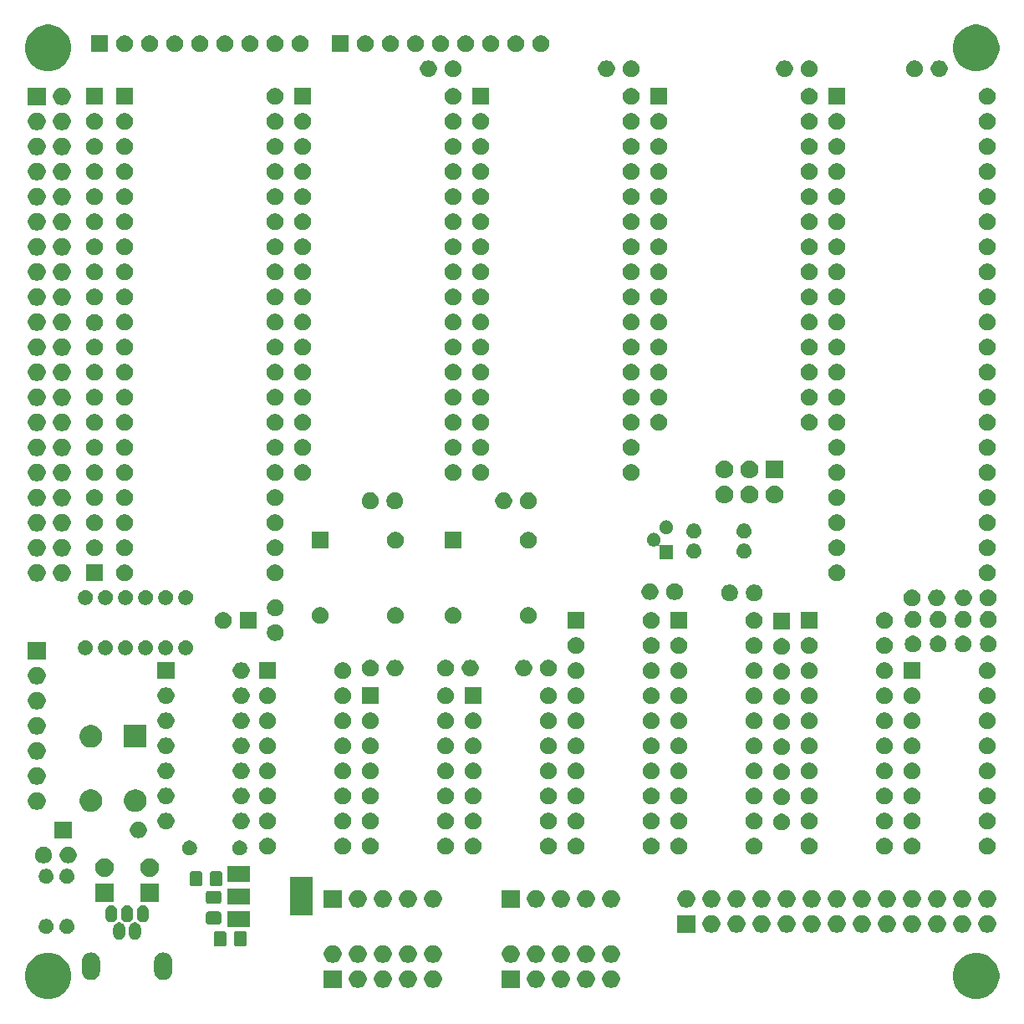
<source format=gbs>
G04 #@! TF.GenerationSoftware,KiCad,Pcbnew,5.1.5+dfsg1-2build2*
G04 #@! TF.CreationDate,2021-09-07T20:52:01-05:00*
G04 #@! TF.ProjectId,2063-Z80,32303633-2d5a-4383-902e-6b696361645f,rev?*
G04 #@! TF.SameCoordinates,Original*
G04 #@! TF.FileFunction,Soldermask,Bot*
G04 #@! TF.FilePolarity,Negative*
%FSLAX46Y46*%
G04 Gerber Fmt 4.6, Leading zero omitted, Abs format (unit mm)*
G04 Created by KiCad (PCBNEW 5.1.5+dfsg1-2build2) date 2021-09-07 20:52:01*
%MOMM*%
%LPD*%
G04 APERTURE LIST*
%ADD10C,0.100000*%
G04 APERTURE END LIST*
D10*
G36*
X197685470Y-144740309D02*
G01*
X198113143Y-144917457D01*
X198498038Y-145174636D01*
X198825364Y-145501962D01*
X199082543Y-145886857D01*
X199259691Y-146314530D01*
X199350000Y-146768545D01*
X199350000Y-147231455D01*
X199259691Y-147685470D01*
X199082543Y-148113143D01*
X198825364Y-148498038D01*
X198498038Y-148825364D01*
X198113143Y-149082543D01*
X197685470Y-149259691D01*
X197231455Y-149350000D01*
X196768545Y-149350000D01*
X196314530Y-149259691D01*
X195886857Y-149082543D01*
X195501962Y-148825364D01*
X195174636Y-148498038D01*
X194917457Y-148113143D01*
X194740309Y-147685470D01*
X194650000Y-147231455D01*
X194650000Y-146768545D01*
X194740309Y-146314530D01*
X194917457Y-145886857D01*
X195174636Y-145501962D01*
X195501962Y-145174636D01*
X195886857Y-144917457D01*
X196314530Y-144740309D01*
X196768545Y-144650000D01*
X197231455Y-144650000D01*
X197685470Y-144740309D01*
G37*
G36*
X103685470Y-144740309D02*
G01*
X104113143Y-144917457D01*
X104498038Y-145174636D01*
X104825364Y-145501962D01*
X105082543Y-145886857D01*
X105259691Y-146314530D01*
X105350000Y-146768545D01*
X105350000Y-147231455D01*
X105259691Y-147685470D01*
X105082543Y-148113143D01*
X104825364Y-148498038D01*
X104498038Y-148825364D01*
X104113143Y-149082543D01*
X103685470Y-149259691D01*
X103231455Y-149350000D01*
X102768545Y-149350000D01*
X102314530Y-149259691D01*
X101886857Y-149082543D01*
X101501962Y-148825364D01*
X101174636Y-148498038D01*
X100917457Y-148113143D01*
X100740309Y-147685470D01*
X100650000Y-147231455D01*
X100650000Y-146768545D01*
X100740309Y-146314530D01*
X100917457Y-145886857D01*
X101174636Y-145501962D01*
X101501962Y-145174636D01*
X101886857Y-144917457D01*
X102314530Y-144740309D01*
X102768545Y-144650000D01*
X103231455Y-144650000D01*
X103685470Y-144740309D01*
G37*
G36*
X142248520Y-146454586D02*
G01*
X142248522Y-146454587D01*
X142248523Y-146454587D01*
X142309025Y-146479648D01*
X142412310Y-146522430D01*
X142559717Y-146620924D01*
X142685076Y-146746283D01*
X142783570Y-146893690D01*
X142851414Y-147057480D01*
X142886000Y-147231358D01*
X142886000Y-147408642D01*
X142851414Y-147582520D01*
X142783570Y-147746310D01*
X142685076Y-147893717D01*
X142559717Y-148019076D01*
X142412310Y-148117570D01*
X142309025Y-148160352D01*
X142248523Y-148185413D01*
X142248522Y-148185413D01*
X142248520Y-148185414D01*
X142074642Y-148220000D01*
X141897358Y-148220000D01*
X141723480Y-148185414D01*
X141723478Y-148185413D01*
X141723477Y-148185413D01*
X141662975Y-148160352D01*
X141559690Y-148117570D01*
X141412283Y-148019076D01*
X141286924Y-147893717D01*
X141188430Y-147746310D01*
X141120586Y-147582520D01*
X141086000Y-147408642D01*
X141086000Y-147231358D01*
X141120586Y-147057480D01*
X141188430Y-146893690D01*
X141286924Y-146746283D01*
X141412283Y-146620924D01*
X141559690Y-146522430D01*
X141662975Y-146479648D01*
X141723477Y-146454587D01*
X141723478Y-146454587D01*
X141723480Y-146454586D01*
X141897358Y-146420000D01*
X142074642Y-146420000D01*
X142248520Y-146454586D01*
G37*
G36*
X152662520Y-146454586D02*
G01*
X152662522Y-146454587D01*
X152662523Y-146454587D01*
X152723025Y-146479648D01*
X152826310Y-146522430D01*
X152973717Y-146620924D01*
X153099076Y-146746283D01*
X153197570Y-146893690D01*
X153265414Y-147057480D01*
X153300000Y-147231358D01*
X153300000Y-147408642D01*
X153265414Y-147582520D01*
X153197570Y-147746310D01*
X153099076Y-147893717D01*
X152973717Y-148019076D01*
X152826310Y-148117570D01*
X152723025Y-148160352D01*
X152662523Y-148185413D01*
X152662522Y-148185413D01*
X152662520Y-148185414D01*
X152488642Y-148220000D01*
X152311358Y-148220000D01*
X152137480Y-148185414D01*
X152137478Y-148185413D01*
X152137477Y-148185413D01*
X152076975Y-148160352D01*
X151973690Y-148117570D01*
X151826283Y-148019076D01*
X151700924Y-147893717D01*
X151602430Y-147746310D01*
X151534586Y-147582520D01*
X151500000Y-147408642D01*
X151500000Y-147231358D01*
X151534586Y-147057480D01*
X151602430Y-146893690D01*
X151700924Y-146746283D01*
X151826283Y-146620924D01*
X151973690Y-146522430D01*
X152076975Y-146479648D01*
X152137477Y-146454587D01*
X152137478Y-146454587D01*
X152137480Y-146454586D01*
X152311358Y-146420000D01*
X152488642Y-146420000D01*
X152662520Y-146454586D01*
G37*
G36*
X150760000Y-148220000D02*
G01*
X148960000Y-148220000D01*
X148960000Y-146420000D01*
X150760000Y-146420000D01*
X150760000Y-148220000D01*
G37*
G36*
X155202520Y-146454586D02*
G01*
X155202522Y-146454587D01*
X155202523Y-146454587D01*
X155263025Y-146479648D01*
X155366310Y-146522430D01*
X155513717Y-146620924D01*
X155639076Y-146746283D01*
X155737570Y-146893690D01*
X155805414Y-147057480D01*
X155840000Y-147231358D01*
X155840000Y-147408642D01*
X155805414Y-147582520D01*
X155737570Y-147746310D01*
X155639076Y-147893717D01*
X155513717Y-148019076D01*
X155366310Y-148117570D01*
X155263025Y-148160352D01*
X155202523Y-148185413D01*
X155202522Y-148185413D01*
X155202520Y-148185414D01*
X155028642Y-148220000D01*
X154851358Y-148220000D01*
X154677480Y-148185414D01*
X154677478Y-148185413D01*
X154677477Y-148185413D01*
X154616975Y-148160352D01*
X154513690Y-148117570D01*
X154366283Y-148019076D01*
X154240924Y-147893717D01*
X154142430Y-147746310D01*
X154074586Y-147582520D01*
X154040000Y-147408642D01*
X154040000Y-147231358D01*
X154074586Y-147057480D01*
X154142430Y-146893690D01*
X154240924Y-146746283D01*
X154366283Y-146620924D01*
X154513690Y-146522430D01*
X154616975Y-146479648D01*
X154677477Y-146454587D01*
X154677478Y-146454587D01*
X154677480Y-146454586D01*
X154851358Y-146420000D01*
X155028642Y-146420000D01*
X155202520Y-146454586D01*
G37*
G36*
X157742520Y-146454586D02*
G01*
X157742522Y-146454587D01*
X157742523Y-146454587D01*
X157803025Y-146479648D01*
X157906310Y-146522430D01*
X158053717Y-146620924D01*
X158179076Y-146746283D01*
X158277570Y-146893690D01*
X158345414Y-147057480D01*
X158380000Y-147231358D01*
X158380000Y-147408642D01*
X158345414Y-147582520D01*
X158277570Y-147746310D01*
X158179076Y-147893717D01*
X158053717Y-148019076D01*
X157906310Y-148117570D01*
X157803025Y-148160352D01*
X157742523Y-148185413D01*
X157742522Y-148185413D01*
X157742520Y-148185414D01*
X157568642Y-148220000D01*
X157391358Y-148220000D01*
X157217480Y-148185414D01*
X157217478Y-148185413D01*
X157217477Y-148185413D01*
X157156975Y-148160352D01*
X157053690Y-148117570D01*
X156906283Y-148019076D01*
X156780924Y-147893717D01*
X156682430Y-147746310D01*
X156614586Y-147582520D01*
X156580000Y-147408642D01*
X156580000Y-147231358D01*
X156614586Y-147057480D01*
X156682430Y-146893690D01*
X156780924Y-146746283D01*
X156906283Y-146620924D01*
X157053690Y-146522430D01*
X157156975Y-146479648D01*
X157217477Y-146454587D01*
X157217478Y-146454587D01*
X157217480Y-146454586D01*
X157391358Y-146420000D01*
X157568642Y-146420000D01*
X157742520Y-146454586D01*
G37*
G36*
X160282520Y-146454586D02*
G01*
X160282522Y-146454587D01*
X160282523Y-146454587D01*
X160343025Y-146479648D01*
X160446310Y-146522430D01*
X160593717Y-146620924D01*
X160719076Y-146746283D01*
X160817570Y-146893690D01*
X160885414Y-147057480D01*
X160920000Y-147231358D01*
X160920000Y-147408642D01*
X160885414Y-147582520D01*
X160817570Y-147746310D01*
X160719076Y-147893717D01*
X160593717Y-148019076D01*
X160446310Y-148117570D01*
X160343025Y-148160352D01*
X160282523Y-148185413D01*
X160282522Y-148185413D01*
X160282520Y-148185414D01*
X160108642Y-148220000D01*
X159931358Y-148220000D01*
X159757480Y-148185414D01*
X159757478Y-148185413D01*
X159757477Y-148185413D01*
X159696975Y-148160352D01*
X159593690Y-148117570D01*
X159446283Y-148019076D01*
X159320924Y-147893717D01*
X159222430Y-147746310D01*
X159154586Y-147582520D01*
X159120000Y-147408642D01*
X159120000Y-147231358D01*
X159154586Y-147057480D01*
X159222430Y-146893690D01*
X159320924Y-146746283D01*
X159446283Y-146620924D01*
X159593690Y-146522430D01*
X159696975Y-146479648D01*
X159757477Y-146454587D01*
X159757478Y-146454587D01*
X159757480Y-146454586D01*
X159931358Y-146420000D01*
X160108642Y-146420000D01*
X160282520Y-146454586D01*
G37*
G36*
X134628520Y-146454586D02*
G01*
X134628522Y-146454587D01*
X134628523Y-146454587D01*
X134689025Y-146479648D01*
X134792310Y-146522430D01*
X134939717Y-146620924D01*
X135065076Y-146746283D01*
X135163570Y-146893690D01*
X135231414Y-147057480D01*
X135266000Y-147231358D01*
X135266000Y-147408642D01*
X135231414Y-147582520D01*
X135163570Y-147746310D01*
X135065076Y-147893717D01*
X134939717Y-148019076D01*
X134792310Y-148117570D01*
X134689025Y-148160352D01*
X134628523Y-148185413D01*
X134628522Y-148185413D01*
X134628520Y-148185414D01*
X134454642Y-148220000D01*
X134277358Y-148220000D01*
X134103480Y-148185414D01*
X134103478Y-148185413D01*
X134103477Y-148185413D01*
X134042975Y-148160352D01*
X133939690Y-148117570D01*
X133792283Y-148019076D01*
X133666924Y-147893717D01*
X133568430Y-147746310D01*
X133500586Y-147582520D01*
X133466000Y-147408642D01*
X133466000Y-147231358D01*
X133500586Y-147057480D01*
X133568430Y-146893690D01*
X133666924Y-146746283D01*
X133792283Y-146620924D01*
X133939690Y-146522430D01*
X134042975Y-146479648D01*
X134103477Y-146454587D01*
X134103478Y-146454587D01*
X134103480Y-146454586D01*
X134277358Y-146420000D01*
X134454642Y-146420000D01*
X134628520Y-146454586D01*
G37*
G36*
X137168520Y-146454586D02*
G01*
X137168522Y-146454587D01*
X137168523Y-146454587D01*
X137229025Y-146479648D01*
X137332310Y-146522430D01*
X137479717Y-146620924D01*
X137605076Y-146746283D01*
X137703570Y-146893690D01*
X137771414Y-147057480D01*
X137806000Y-147231358D01*
X137806000Y-147408642D01*
X137771414Y-147582520D01*
X137703570Y-147746310D01*
X137605076Y-147893717D01*
X137479717Y-148019076D01*
X137332310Y-148117570D01*
X137229025Y-148160352D01*
X137168523Y-148185413D01*
X137168522Y-148185413D01*
X137168520Y-148185414D01*
X136994642Y-148220000D01*
X136817358Y-148220000D01*
X136643480Y-148185414D01*
X136643478Y-148185413D01*
X136643477Y-148185413D01*
X136582975Y-148160352D01*
X136479690Y-148117570D01*
X136332283Y-148019076D01*
X136206924Y-147893717D01*
X136108430Y-147746310D01*
X136040586Y-147582520D01*
X136006000Y-147408642D01*
X136006000Y-147231358D01*
X136040586Y-147057480D01*
X136108430Y-146893690D01*
X136206924Y-146746283D01*
X136332283Y-146620924D01*
X136479690Y-146522430D01*
X136582975Y-146479648D01*
X136643477Y-146454587D01*
X136643478Y-146454587D01*
X136643480Y-146454586D01*
X136817358Y-146420000D01*
X136994642Y-146420000D01*
X137168520Y-146454586D01*
G37*
G36*
X139708520Y-146454586D02*
G01*
X139708522Y-146454587D01*
X139708523Y-146454587D01*
X139769025Y-146479648D01*
X139872310Y-146522430D01*
X140019717Y-146620924D01*
X140145076Y-146746283D01*
X140243570Y-146893690D01*
X140311414Y-147057480D01*
X140346000Y-147231358D01*
X140346000Y-147408642D01*
X140311414Y-147582520D01*
X140243570Y-147746310D01*
X140145076Y-147893717D01*
X140019717Y-148019076D01*
X139872310Y-148117570D01*
X139769025Y-148160352D01*
X139708523Y-148185413D01*
X139708522Y-148185413D01*
X139708520Y-148185414D01*
X139534642Y-148220000D01*
X139357358Y-148220000D01*
X139183480Y-148185414D01*
X139183478Y-148185413D01*
X139183477Y-148185413D01*
X139122975Y-148160352D01*
X139019690Y-148117570D01*
X138872283Y-148019076D01*
X138746924Y-147893717D01*
X138648430Y-147746310D01*
X138580586Y-147582520D01*
X138546000Y-147408642D01*
X138546000Y-147231358D01*
X138580586Y-147057480D01*
X138648430Y-146893690D01*
X138746924Y-146746283D01*
X138872283Y-146620924D01*
X139019690Y-146522430D01*
X139122975Y-146479648D01*
X139183477Y-146454587D01*
X139183478Y-146454587D01*
X139183480Y-146454586D01*
X139357358Y-146420000D01*
X139534642Y-146420000D01*
X139708520Y-146454586D01*
G37*
G36*
X132726000Y-148220000D02*
G01*
X130926000Y-148220000D01*
X130926000Y-146420000D01*
X132726000Y-146420000D01*
X132726000Y-148220000D01*
G37*
G36*
X114824428Y-144633022D02*
G01*
X114994081Y-144684486D01*
X115150432Y-144768057D01*
X115287475Y-144880525D01*
X115399943Y-145017568D01*
X115483514Y-145173918D01*
X115534978Y-145343571D01*
X115548000Y-145475788D01*
X115548000Y-146564212D01*
X115534978Y-146696429D01*
X115483514Y-146866082D01*
X115399943Y-147022432D01*
X115287475Y-147159475D01*
X115150432Y-147271943D01*
X114994082Y-147355514D01*
X114824429Y-147406978D01*
X114648000Y-147424355D01*
X114471572Y-147406978D01*
X114301919Y-147355514D01*
X114145569Y-147271943D01*
X114008526Y-147159475D01*
X113896058Y-147022432D01*
X113812487Y-146866082D01*
X113761023Y-146696429D01*
X113748001Y-146564212D01*
X113748000Y-145475789D01*
X113761022Y-145343572D01*
X113812486Y-145173919D01*
X113896057Y-145017568D01*
X114008525Y-144880525D01*
X114145568Y-144768057D01*
X114301918Y-144684486D01*
X114471571Y-144633022D01*
X114648000Y-144615645D01*
X114824428Y-144633022D01*
G37*
G36*
X107524428Y-144633022D02*
G01*
X107694081Y-144684486D01*
X107850432Y-144768057D01*
X107987475Y-144880525D01*
X108099943Y-145017568D01*
X108183514Y-145173918D01*
X108234978Y-145343571D01*
X108248000Y-145475788D01*
X108248000Y-146564212D01*
X108234978Y-146696429D01*
X108183514Y-146866082D01*
X108099943Y-147022432D01*
X107987475Y-147159475D01*
X107850432Y-147271943D01*
X107694082Y-147355514D01*
X107524429Y-147406978D01*
X107348000Y-147424355D01*
X107171572Y-147406978D01*
X107001919Y-147355514D01*
X106845569Y-147271943D01*
X106708526Y-147159475D01*
X106596058Y-147022432D01*
X106512487Y-146866082D01*
X106461023Y-146696429D01*
X106448001Y-146564212D01*
X106448000Y-145475789D01*
X106461022Y-145343572D01*
X106512486Y-145173919D01*
X106596057Y-145017568D01*
X106708525Y-144880525D01*
X106845568Y-144768057D01*
X107001918Y-144684486D01*
X107171571Y-144633022D01*
X107348000Y-144615645D01*
X107524428Y-144633022D01*
G37*
G36*
X155202520Y-143914586D02*
G01*
X155202522Y-143914587D01*
X155202523Y-143914587D01*
X155230426Y-143926145D01*
X155366310Y-143982430D01*
X155513717Y-144080924D01*
X155639076Y-144206283D01*
X155737570Y-144353690D01*
X155805414Y-144517480D01*
X155840000Y-144691358D01*
X155840000Y-144868642D01*
X155805414Y-145042520D01*
X155737570Y-145206310D01*
X155639076Y-145353717D01*
X155513717Y-145479076D01*
X155366310Y-145577570D01*
X155263025Y-145620352D01*
X155202523Y-145645413D01*
X155202522Y-145645413D01*
X155202520Y-145645414D01*
X155028642Y-145680000D01*
X154851358Y-145680000D01*
X154677480Y-145645414D01*
X154677478Y-145645413D01*
X154677477Y-145645413D01*
X154616975Y-145620352D01*
X154513690Y-145577570D01*
X154366283Y-145479076D01*
X154240924Y-145353717D01*
X154142430Y-145206310D01*
X154074586Y-145042520D01*
X154040000Y-144868642D01*
X154040000Y-144691358D01*
X154074586Y-144517480D01*
X154142430Y-144353690D01*
X154240924Y-144206283D01*
X154366283Y-144080924D01*
X154513690Y-143982430D01*
X154649574Y-143926145D01*
X154677477Y-143914587D01*
X154677478Y-143914587D01*
X154677480Y-143914586D01*
X154851358Y-143880000D01*
X155028642Y-143880000D01*
X155202520Y-143914586D01*
G37*
G36*
X152662520Y-143914586D02*
G01*
X152662522Y-143914587D01*
X152662523Y-143914587D01*
X152690426Y-143926145D01*
X152826310Y-143982430D01*
X152973717Y-144080924D01*
X153099076Y-144206283D01*
X153197570Y-144353690D01*
X153265414Y-144517480D01*
X153300000Y-144691358D01*
X153300000Y-144868642D01*
X153265414Y-145042520D01*
X153197570Y-145206310D01*
X153099076Y-145353717D01*
X152973717Y-145479076D01*
X152826310Y-145577570D01*
X152723025Y-145620352D01*
X152662523Y-145645413D01*
X152662522Y-145645413D01*
X152662520Y-145645414D01*
X152488642Y-145680000D01*
X152311358Y-145680000D01*
X152137480Y-145645414D01*
X152137478Y-145645413D01*
X152137477Y-145645413D01*
X152076975Y-145620352D01*
X151973690Y-145577570D01*
X151826283Y-145479076D01*
X151700924Y-145353717D01*
X151602430Y-145206310D01*
X151534586Y-145042520D01*
X151500000Y-144868642D01*
X151500000Y-144691358D01*
X151534586Y-144517480D01*
X151602430Y-144353690D01*
X151700924Y-144206283D01*
X151826283Y-144080924D01*
X151973690Y-143982430D01*
X152109574Y-143926145D01*
X152137477Y-143914587D01*
X152137478Y-143914587D01*
X152137480Y-143914586D01*
X152311358Y-143880000D01*
X152488642Y-143880000D01*
X152662520Y-143914586D01*
G37*
G36*
X150122520Y-143914586D02*
G01*
X150122522Y-143914587D01*
X150122523Y-143914587D01*
X150150426Y-143926145D01*
X150286310Y-143982430D01*
X150433717Y-144080924D01*
X150559076Y-144206283D01*
X150657570Y-144353690D01*
X150725414Y-144517480D01*
X150760000Y-144691358D01*
X150760000Y-144868642D01*
X150725414Y-145042520D01*
X150657570Y-145206310D01*
X150559076Y-145353717D01*
X150433717Y-145479076D01*
X150286310Y-145577570D01*
X150183025Y-145620352D01*
X150122523Y-145645413D01*
X150122522Y-145645413D01*
X150122520Y-145645414D01*
X149948642Y-145680000D01*
X149771358Y-145680000D01*
X149597480Y-145645414D01*
X149597478Y-145645413D01*
X149597477Y-145645413D01*
X149536975Y-145620352D01*
X149433690Y-145577570D01*
X149286283Y-145479076D01*
X149160924Y-145353717D01*
X149062430Y-145206310D01*
X148994586Y-145042520D01*
X148960000Y-144868642D01*
X148960000Y-144691358D01*
X148994586Y-144517480D01*
X149062430Y-144353690D01*
X149160924Y-144206283D01*
X149286283Y-144080924D01*
X149433690Y-143982430D01*
X149569574Y-143926145D01*
X149597477Y-143914587D01*
X149597478Y-143914587D01*
X149597480Y-143914586D01*
X149771358Y-143880000D01*
X149948642Y-143880000D01*
X150122520Y-143914586D01*
G37*
G36*
X157742520Y-143914586D02*
G01*
X157742522Y-143914587D01*
X157742523Y-143914587D01*
X157770426Y-143926145D01*
X157906310Y-143982430D01*
X158053717Y-144080924D01*
X158179076Y-144206283D01*
X158277570Y-144353690D01*
X158345414Y-144517480D01*
X158380000Y-144691358D01*
X158380000Y-144868642D01*
X158345414Y-145042520D01*
X158277570Y-145206310D01*
X158179076Y-145353717D01*
X158053717Y-145479076D01*
X157906310Y-145577570D01*
X157803025Y-145620352D01*
X157742523Y-145645413D01*
X157742522Y-145645413D01*
X157742520Y-145645414D01*
X157568642Y-145680000D01*
X157391358Y-145680000D01*
X157217480Y-145645414D01*
X157217478Y-145645413D01*
X157217477Y-145645413D01*
X157156975Y-145620352D01*
X157053690Y-145577570D01*
X156906283Y-145479076D01*
X156780924Y-145353717D01*
X156682430Y-145206310D01*
X156614586Y-145042520D01*
X156580000Y-144868642D01*
X156580000Y-144691358D01*
X156614586Y-144517480D01*
X156682430Y-144353690D01*
X156780924Y-144206283D01*
X156906283Y-144080924D01*
X157053690Y-143982430D01*
X157189574Y-143926145D01*
X157217477Y-143914587D01*
X157217478Y-143914587D01*
X157217480Y-143914586D01*
X157391358Y-143880000D01*
X157568642Y-143880000D01*
X157742520Y-143914586D01*
G37*
G36*
X139708520Y-143914586D02*
G01*
X139708522Y-143914587D01*
X139708523Y-143914587D01*
X139736426Y-143926145D01*
X139872310Y-143982430D01*
X140019717Y-144080924D01*
X140145076Y-144206283D01*
X140243570Y-144353690D01*
X140311414Y-144517480D01*
X140346000Y-144691358D01*
X140346000Y-144868642D01*
X140311414Y-145042520D01*
X140243570Y-145206310D01*
X140145076Y-145353717D01*
X140019717Y-145479076D01*
X139872310Y-145577570D01*
X139769025Y-145620352D01*
X139708523Y-145645413D01*
X139708522Y-145645413D01*
X139708520Y-145645414D01*
X139534642Y-145680000D01*
X139357358Y-145680000D01*
X139183480Y-145645414D01*
X139183478Y-145645413D01*
X139183477Y-145645413D01*
X139122975Y-145620352D01*
X139019690Y-145577570D01*
X138872283Y-145479076D01*
X138746924Y-145353717D01*
X138648430Y-145206310D01*
X138580586Y-145042520D01*
X138546000Y-144868642D01*
X138546000Y-144691358D01*
X138580586Y-144517480D01*
X138648430Y-144353690D01*
X138746924Y-144206283D01*
X138872283Y-144080924D01*
X139019690Y-143982430D01*
X139155574Y-143926145D01*
X139183477Y-143914587D01*
X139183478Y-143914587D01*
X139183480Y-143914586D01*
X139357358Y-143880000D01*
X139534642Y-143880000D01*
X139708520Y-143914586D01*
G37*
G36*
X132088520Y-143914586D02*
G01*
X132088522Y-143914587D01*
X132088523Y-143914587D01*
X132116426Y-143926145D01*
X132252310Y-143982430D01*
X132399717Y-144080924D01*
X132525076Y-144206283D01*
X132623570Y-144353690D01*
X132691414Y-144517480D01*
X132726000Y-144691358D01*
X132726000Y-144868642D01*
X132691414Y-145042520D01*
X132623570Y-145206310D01*
X132525076Y-145353717D01*
X132399717Y-145479076D01*
X132252310Y-145577570D01*
X132149025Y-145620352D01*
X132088523Y-145645413D01*
X132088522Y-145645413D01*
X132088520Y-145645414D01*
X131914642Y-145680000D01*
X131737358Y-145680000D01*
X131563480Y-145645414D01*
X131563478Y-145645413D01*
X131563477Y-145645413D01*
X131502975Y-145620352D01*
X131399690Y-145577570D01*
X131252283Y-145479076D01*
X131126924Y-145353717D01*
X131028430Y-145206310D01*
X130960586Y-145042520D01*
X130926000Y-144868642D01*
X130926000Y-144691358D01*
X130960586Y-144517480D01*
X131028430Y-144353690D01*
X131126924Y-144206283D01*
X131252283Y-144080924D01*
X131399690Y-143982430D01*
X131535574Y-143926145D01*
X131563477Y-143914587D01*
X131563478Y-143914587D01*
X131563480Y-143914586D01*
X131737358Y-143880000D01*
X131914642Y-143880000D01*
X132088520Y-143914586D01*
G37*
G36*
X142248520Y-143914586D02*
G01*
X142248522Y-143914587D01*
X142248523Y-143914587D01*
X142276426Y-143926145D01*
X142412310Y-143982430D01*
X142559717Y-144080924D01*
X142685076Y-144206283D01*
X142783570Y-144353690D01*
X142851414Y-144517480D01*
X142886000Y-144691358D01*
X142886000Y-144868642D01*
X142851414Y-145042520D01*
X142783570Y-145206310D01*
X142685076Y-145353717D01*
X142559717Y-145479076D01*
X142412310Y-145577570D01*
X142309025Y-145620352D01*
X142248523Y-145645413D01*
X142248522Y-145645413D01*
X142248520Y-145645414D01*
X142074642Y-145680000D01*
X141897358Y-145680000D01*
X141723480Y-145645414D01*
X141723478Y-145645413D01*
X141723477Y-145645413D01*
X141662975Y-145620352D01*
X141559690Y-145577570D01*
X141412283Y-145479076D01*
X141286924Y-145353717D01*
X141188430Y-145206310D01*
X141120586Y-145042520D01*
X141086000Y-144868642D01*
X141086000Y-144691358D01*
X141120586Y-144517480D01*
X141188430Y-144353690D01*
X141286924Y-144206283D01*
X141412283Y-144080924D01*
X141559690Y-143982430D01*
X141695574Y-143926145D01*
X141723477Y-143914587D01*
X141723478Y-143914587D01*
X141723480Y-143914586D01*
X141897358Y-143880000D01*
X142074642Y-143880000D01*
X142248520Y-143914586D01*
G37*
G36*
X137168520Y-143914586D02*
G01*
X137168522Y-143914587D01*
X137168523Y-143914587D01*
X137196426Y-143926145D01*
X137332310Y-143982430D01*
X137479717Y-144080924D01*
X137605076Y-144206283D01*
X137703570Y-144353690D01*
X137771414Y-144517480D01*
X137806000Y-144691358D01*
X137806000Y-144868642D01*
X137771414Y-145042520D01*
X137703570Y-145206310D01*
X137605076Y-145353717D01*
X137479717Y-145479076D01*
X137332310Y-145577570D01*
X137229025Y-145620352D01*
X137168523Y-145645413D01*
X137168522Y-145645413D01*
X137168520Y-145645414D01*
X136994642Y-145680000D01*
X136817358Y-145680000D01*
X136643480Y-145645414D01*
X136643478Y-145645413D01*
X136643477Y-145645413D01*
X136582975Y-145620352D01*
X136479690Y-145577570D01*
X136332283Y-145479076D01*
X136206924Y-145353717D01*
X136108430Y-145206310D01*
X136040586Y-145042520D01*
X136006000Y-144868642D01*
X136006000Y-144691358D01*
X136040586Y-144517480D01*
X136108430Y-144353690D01*
X136206924Y-144206283D01*
X136332283Y-144080924D01*
X136479690Y-143982430D01*
X136615574Y-143926145D01*
X136643477Y-143914587D01*
X136643478Y-143914587D01*
X136643480Y-143914586D01*
X136817358Y-143880000D01*
X136994642Y-143880000D01*
X137168520Y-143914586D01*
G37*
G36*
X134628520Y-143914586D02*
G01*
X134628522Y-143914587D01*
X134628523Y-143914587D01*
X134656426Y-143926145D01*
X134792310Y-143982430D01*
X134939717Y-144080924D01*
X135065076Y-144206283D01*
X135163570Y-144353690D01*
X135231414Y-144517480D01*
X135266000Y-144691358D01*
X135266000Y-144868642D01*
X135231414Y-145042520D01*
X135163570Y-145206310D01*
X135065076Y-145353717D01*
X134939717Y-145479076D01*
X134792310Y-145577570D01*
X134689025Y-145620352D01*
X134628523Y-145645413D01*
X134628522Y-145645413D01*
X134628520Y-145645414D01*
X134454642Y-145680000D01*
X134277358Y-145680000D01*
X134103480Y-145645414D01*
X134103478Y-145645413D01*
X134103477Y-145645413D01*
X134042975Y-145620352D01*
X133939690Y-145577570D01*
X133792283Y-145479076D01*
X133666924Y-145353717D01*
X133568430Y-145206310D01*
X133500586Y-145042520D01*
X133466000Y-144868642D01*
X133466000Y-144691358D01*
X133500586Y-144517480D01*
X133568430Y-144353690D01*
X133666924Y-144206283D01*
X133792283Y-144080924D01*
X133939690Y-143982430D01*
X134075574Y-143926145D01*
X134103477Y-143914587D01*
X134103478Y-143914587D01*
X134103480Y-143914586D01*
X134277358Y-143880000D01*
X134454642Y-143880000D01*
X134628520Y-143914586D01*
G37*
G36*
X160282520Y-143914586D02*
G01*
X160282522Y-143914587D01*
X160282523Y-143914587D01*
X160310426Y-143926145D01*
X160446310Y-143982430D01*
X160593717Y-144080924D01*
X160719076Y-144206283D01*
X160817570Y-144353690D01*
X160885414Y-144517480D01*
X160920000Y-144691358D01*
X160920000Y-144868642D01*
X160885414Y-145042520D01*
X160817570Y-145206310D01*
X160719076Y-145353717D01*
X160593717Y-145479076D01*
X160446310Y-145577570D01*
X160343025Y-145620352D01*
X160282523Y-145645413D01*
X160282522Y-145645413D01*
X160282520Y-145645414D01*
X160108642Y-145680000D01*
X159931358Y-145680000D01*
X159757480Y-145645414D01*
X159757478Y-145645413D01*
X159757477Y-145645413D01*
X159696975Y-145620352D01*
X159593690Y-145577570D01*
X159446283Y-145479076D01*
X159320924Y-145353717D01*
X159222430Y-145206310D01*
X159154586Y-145042520D01*
X159120000Y-144868642D01*
X159120000Y-144691358D01*
X159154586Y-144517480D01*
X159222430Y-144353690D01*
X159320924Y-144206283D01*
X159446283Y-144080924D01*
X159593690Y-143982430D01*
X159729574Y-143926145D01*
X159757477Y-143914587D01*
X159757478Y-143914587D01*
X159757480Y-143914586D01*
X159931358Y-143880000D01*
X160108642Y-143880000D01*
X160282520Y-143914586D01*
G37*
G36*
X122940188Y-142460182D02*
G01*
X122980216Y-142472325D01*
X123017097Y-142492038D01*
X123049429Y-142518571D01*
X123075962Y-142550903D01*
X123095675Y-142587784D01*
X123107818Y-142627812D01*
X123112400Y-142674337D01*
X123112400Y-143786863D01*
X123107818Y-143833388D01*
X123095675Y-143873416D01*
X123075962Y-143910297D01*
X123049429Y-143942629D01*
X123017097Y-143969162D01*
X122980216Y-143988875D01*
X122940188Y-144001018D01*
X122893663Y-144005600D01*
X122056137Y-144005600D01*
X122009612Y-144001018D01*
X121969584Y-143988875D01*
X121932703Y-143969162D01*
X121900371Y-143942629D01*
X121873838Y-143910297D01*
X121854125Y-143873416D01*
X121841982Y-143833388D01*
X121837400Y-143786863D01*
X121837400Y-142674337D01*
X121841982Y-142627812D01*
X121854125Y-142587784D01*
X121873838Y-142550903D01*
X121900371Y-142518571D01*
X121932703Y-142492038D01*
X121969584Y-142472325D01*
X122009612Y-142460182D01*
X122056137Y-142455600D01*
X122893663Y-142455600D01*
X122940188Y-142460182D01*
G37*
G36*
X120865188Y-142460182D02*
G01*
X120905216Y-142472325D01*
X120942097Y-142492038D01*
X120974429Y-142518571D01*
X121000962Y-142550903D01*
X121020675Y-142587784D01*
X121032818Y-142627812D01*
X121037400Y-142674337D01*
X121037400Y-143786863D01*
X121032818Y-143833388D01*
X121020675Y-143873416D01*
X121000962Y-143910297D01*
X120974429Y-143942629D01*
X120942097Y-143969162D01*
X120905216Y-143988875D01*
X120865188Y-144001018D01*
X120818663Y-144005600D01*
X119981137Y-144005600D01*
X119934612Y-144001018D01*
X119894584Y-143988875D01*
X119857703Y-143969162D01*
X119825371Y-143942629D01*
X119798838Y-143910297D01*
X119779125Y-143873416D01*
X119766982Y-143833388D01*
X119762400Y-143786863D01*
X119762400Y-142674337D01*
X119766982Y-142627812D01*
X119779125Y-142587784D01*
X119798838Y-142550903D01*
X119825371Y-142518571D01*
X119857703Y-142492038D01*
X119894584Y-142472325D01*
X119934612Y-142460182D01*
X119981137Y-142455600D01*
X120818663Y-142455600D01*
X120865188Y-142460182D01*
G37*
G36*
X111843552Y-141571584D02*
G01*
X111915618Y-141578681D01*
X111948108Y-141588537D01*
X112028720Y-141612990D01*
X112132954Y-141668704D01*
X112224317Y-141743683D01*
X112299296Y-141835045D01*
X112355010Y-141939279D01*
X112389318Y-142052379D01*
X112398000Y-142140526D01*
X112398000Y-142749474D01*
X112389318Y-142837621D01*
X112355010Y-142950721D01*
X112299296Y-143054955D01*
X112224317Y-143146317D01*
X112132955Y-143221296D01*
X112028721Y-143277010D01*
X111915621Y-143311318D01*
X111798000Y-143322903D01*
X111752448Y-143318416D01*
X111680382Y-143311319D01*
X111639569Y-143298938D01*
X111567280Y-143277010D01*
X111463046Y-143221296D01*
X111371684Y-143146317D01*
X111296705Y-143054955D01*
X111240990Y-142950721D01*
X111206682Y-142837621D01*
X111198000Y-142749474D01*
X111198000Y-142140527D01*
X111206682Y-142052380D01*
X111240990Y-141939280D01*
X111296704Y-141835046D01*
X111371683Y-141743683D01*
X111463045Y-141668704D01*
X111567279Y-141612990D01*
X111680379Y-141578682D01*
X111798000Y-141567097D01*
X111843552Y-141571584D01*
G37*
G36*
X110243552Y-141571584D02*
G01*
X110315618Y-141578681D01*
X110348108Y-141588537D01*
X110428720Y-141612990D01*
X110532954Y-141668704D01*
X110624317Y-141743683D01*
X110699296Y-141835045D01*
X110755010Y-141939279D01*
X110789318Y-142052379D01*
X110798000Y-142140526D01*
X110798000Y-142749474D01*
X110789318Y-142837621D01*
X110755010Y-142950721D01*
X110699296Y-143054955D01*
X110624317Y-143146317D01*
X110532955Y-143221296D01*
X110428721Y-143277010D01*
X110315621Y-143311318D01*
X110198000Y-143322903D01*
X110152448Y-143318416D01*
X110080382Y-143311319D01*
X110039569Y-143298938D01*
X109967280Y-143277010D01*
X109863046Y-143221296D01*
X109771684Y-143146317D01*
X109696705Y-143054955D01*
X109640990Y-142950721D01*
X109606682Y-142837621D01*
X109598000Y-142749474D01*
X109598000Y-142140527D01*
X109606682Y-142052380D01*
X109640990Y-141939280D01*
X109696704Y-141835046D01*
X109771683Y-141743683D01*
X109863045Y-141668704D01*
X109967279Y-141612990D01*
X110080379Y-141578682D01*
X110198000Y-141567097D01*
X110243552Y-141571584D01*
G37*
G36*
X105120767Y-141264822D02*
G01*
X105120769Y-141264823D01*
X105120770Y-141264823D01*
X105257258Y-141321358D01*
X105380098Y-141403437D01*
X105484563Y-141507902D01*
X105566642Y-141630742D01*
X105616627Y-141751418D01*
X105623178Y-141767233D01*
X105652000Y-141912131D01*
X105652000Y-142059869D01*
X105632419Y-142158310D01*
X105623177Y-142204770D01*
X105566642Y-142341258D01*
X105484563Y-142464098D01*
X105380098Y-142568563D01*
X105257258Y-142650642D01*
X105120770Y-142707177D01*
X105120769Y-142707177D01*
X105120767Y-142707178D01*
X104975869Y-142736000D01*
X104828131Y-142736000D01*
X104683233Y-142707178D01*
X104683231Y-142707177D01*
X104683230Y-142707177D01*
X104546742Y-142650642D01*
X104423902Y-142568563D01*
X104319437Y-142464098D01*
X104237358Y-142341258D01*
X104180823Y-142204770D01*
X104171582Y-142158310D01*
X104152000Y-142059869D01*
X104152000Y-141912131D01*
X104180822Y-141767233D01*
X104187373Y-141751418D01*
X104237358Y-141630742D01*
X104319437Y-141507902D01*
X104423902Y-141403437D01*
X104546742Y-141321358D01*
X104683230Y-141264823D01*
X104683231Y-141264823D01*
X104683233Y-141264822D01*
X104828131Y-141236000D01*
X104975869Y-141236000D01*
X105120767Y-141264822D01*
G37*
G36*
X103012567Y-141264822D02*
G01*
X103012569Y-141264823D01*
X103012570Y-141264823D01*
X103149058Y-141321358D01*
X103271898Y-141403437D01*
X103376363Y-141507902D01*
X103458442Y-141630742D01*
X103508427Y-141751418D01*
X103514978Y-141767233D01*
X103543800Y-141912131D01*
X103543800Y-142059869D01*
X103524219Y-142158310D01*
X103514977Y-142204770D01*
X103458442Y-142341258D01*
X103376363Y-142464098D01*
X103271898Y-142568563D01*
X103149058Y-142650642D01*
X103012570Y-142707177D01*
X103012569Y-142707177D01*
X103012567Y-142707178D01*
X102867669Y-142736000D01*
X102719931Y-142736000D01*
X102575033Y-142707178D01*
X102575031Y-142707177D01*
X102575030Y-142707177D01*
X102438542Y-142650642D01*
X102315702Y-142568563D01*
X102211237Y-142464098D01*
X102129158Y-142341258D01*
X102072623Y-142204770D01*
X102063382Y-142158310D01*
X102043800Y-142059869D01*
X102043800Y-141912131D01*
X102072622Y-141767233D01*
X102079173Y-141751418D01*
X102129158Y-141630742D01*
X102211237Y-141507902D01*
X102315702Y-141403437D01*
X102438542Y-141321358D01*
X102575030Y-141264823D01*
X102575031Y-141264823D01*
X102575033Y-141264822D01*
X102719931Y-141236000D01*
X102867669Y-141236000D01*
X103012567Y-141264822D01*
G37*
G36*
X198382520Y-140866586D02*
G01*
X198382522Y-140866587D01*
X198382523Y-140866587D01*
X198434218Y-140888000D01*
X198546310Y-140934430D01*
X198693717Y-141032924D01*
X198819076Y-141158283D01*
X198917570Y-141305690D01*
X198985414Y-141469480D01*
X199020000Y-141643358D01*
X199020000Y-141820642D01*
X198985414Y-141994520D01*
X198917570Y-142158310D01*
X198819076Y-142305717D01*
X198693717Y-142431076D01*
X198546310Y-142529570D01*
X198443025Y-142572352D01*
X198382523Y-142597413D01*
X198382522Y-142597413D01*
X198382520Y-142597414D01*
X198208642Y-142632000D01*
X198031358Y-142632000D01*
X197857480Y-142597414D01*
X197857478Y-142597413D01*
X197857477Y-142597413D01*
X197796975Y-142572352D01*
X197693690Y-142529570D01*
X197546283Y-142431076D01*
X197420924Y-142305717D01*
X197322430Y-142158310D01*
X197254586Y-141994520D01*
X197220000Y-141820642D01*
X197220000Y-141643358D01*
X197254586Y-141469480D01*
X197322430Y-141305690D01*
X197420924Y-141158283D01*
X197546283Y-141032924D01*
X197693690Y-140934430D01*
X197805782Y-140888000D01*
X197857477Y-140866587D01*
X197857478Y-140866587D01*
X197857480Y-140866586D01*
X198031358Y-140832000D01*
X198208642Y-140832000D01*
X198382520Y-140866586D01*
G37*
G36*
X170442520Y-140866586D02*
G01*
X170442522Y-140866587D01*
X170442523Y-140866587D01*
X170494218Y-140888000D01*
X170606310Y-140934430D01*
X170753717Y-141032924D01*
X170879076Y-141158283D01*
X170977570Y-141305690D01*
X171045414Y-141469480D01*
X171080000Y-141643358D01*
X171080000Y-141820642D01*
X171045414Y-141994520D01*
X170977570Y-142158310D01*
X170879076Y-142305717D01*
X170753717Y-142431076D01*
X170606310Y-142529570D01*
X170503025Y-142572352D01*
X170442523Y-142597413D01*
X170442522Y-142597413D01*
X170442520Y-142597414D01*
X170268642Y-142632000D01*
X170091358Y-142632000D01*
X169917480Y-142597414D01*
X169917478Y-142597413D01*
X169917477Y-142597413D01*
X169856975Y-142572352D01*
X169753690Y-142529570D01*
X169606283Y-142431076D01*
X169480924Y-142305717D01*
X169382430Y-142158310D01*
X169314586Y-141994520D01*
X169280000Y-141820642D01*
X169280000Y-141643358D01*
X169314586Y-141469480D01*
X169382430Y-141305690D01*
X169480924Y-141158283D01*
X169606283Y-141032924D01*
X169753690Y-140934430D01*
X169865782Y-140888000D01*
X169917477Y-140866587D01*
X169917478Y-140866587D01*
X169917480Y-140866586D01*
X170091358Y-140832000D01*
X170268642Y-140832000D01*
X170442520Y-140866586D01*
G37*
G36*
X195842520Y-140866586D02*
G01*
X195842522Y-140866587D01*
X195842523Y-140866587D01*
X195894218Y-140888000D01*
X196006310Y-140934430D01*
X196153717Y-141032924D01*
X196279076Y-141158283D01*
X196377570Y-141305690D01*
X196445414Y-141469480D01*
X196480000Y-141643358D01*
X196480000Y-141820642D01*
X196445414Y-141994520D01*
X196377570Y-142158310D01*
X196279076Y-142305717D01*
X196153717Y-142431076D01*
X196006310Y-142529570D01*
X195903025Y-142572352D01*
X195842523Y-142597413D01*
X195842522Y-142597413D01*
X195842520Y-142597414D01*
X195668642Y-142632000D01*
X195491358Y-142632000D01*
X195317480Y-142597414D01*
X195317478Y-142597413D01*
X195317477Y-142597413D01*
X195256975Y-142572352D01*
X195153690Y-142529570D01*
X195006283Y-142431076D01*
X194880924Y-142305717D01*
X194782430Y-142158310D01*
X194714586Y-141994520D01*
X194680000Y-141820642D01*
X194680000Y-141643358D01*
X194714586Y-141469480D01*
X194782430Y-141305690D01*
X194880924Y-141158283D01*
X195006283Y-141032924D01*
X195153690Y-140934430D01*
X195265782Y-140888000D01*
X195317477Y-140866587D01*
X195317478Y-140866587D01*
X195317480Y-140866586D01*
X195491358Y-140832000D01*
X195668642Y-140832000D01*
X195842520Y-140866586D01*
G37*
G36*
X178062520Y-140866586D02*
G01*
X178062522Y-140866587D01*
X178062523Y-140866587D01*
X178114218Y-140888000D01*
X178226310Y-140934430D01*
X178373717Y-141032924D01*
X178499076Y-141158283D01*
X178597570Y-141305690D01*
X178665414Y-141469480D01*
X178700000Y-141643358D01*
X178700000Y-141820642D01*
X178665414Y-141994520D01*
X178597570Y-142158310D01*
X178499076Y-142305717D01*
X178373717Y-142431076D01*
X178226310Y-142529570D01*
X178123025Y-142572352D01*
X178062523Y-142597413D01*
X178062522Y-142597413D01*
X178062520Y-142597414D01*
X177888642Y-142632000D01*
X177711358Y-142632000D01*
X177537480Y-142597414D01*
X177537478Y-142597413D01*
X177537477Y-142597413D01*
X177476975Y-142572352D01*
X177373690Y-142529570D01*
X177226283Y-142431076D01*
X177100924Y-142305717D01*
X177002430Y-142158310D01*
X176934586Y-141994520D01*
X176900000Y-141820642D01*
X176900000Y-141643358D01*
X176934586Y-141469480D01*
X177002430Y-141305690D01*
X177100924Y-141158283D01*
X177226283Y-141032924D01*
X177373690Y-140934430D01*
X177485782Y-140888000D01*
X177537477Y-140866587D01*
X177537478Y-140866587D01*
X177537480Y-140866586D01*
X177711358Y-140832000D01*
X177888642Y-140832000D01*
X178062520Y-140866586D01*
G37*
G36*
X193302520Y-140866586D02*
G01*
X193302522Y-140866587D01*
X193302523Y-140866587D01*
X193354218Y-140888000D01*
X193466310Y-140934430D01*
X193613717Y-141032924D01*
X193739076Y-141158283D01*
X193837570Y-141305690D01*
X193905414Y-141469480D01*
X193940000Y-141643358D01*
X193940000Y-141820642D01*
X193905414Y-141994520D01*
X193837570Y-142158310D01*
X193739076Y-142305717D01*
X193613717Y-142431076D01*
X193466310Y-142529570D01*
X193363025Y-142572352D01*
X193302523Y-142597413D01*
X193302522Y-142597413D01*
X193302520Y-142597414D01*
X193128642Y-142632000D01*
X192951358Y-142632000D01*
X192777480Y-142597414D01*
X192777478Y-142597413D01*
X192777477Y-142597413D01*
X192716975Y-142572352D01*
X192613690Y-142529570D01*
X192466283Y-142431076D01*
X192340924Y-142305717D01*
X192242430Y-142158310D01*
X192174586Y-141994520D01*
X192140000Y-141820642D01*
X192140000Y-141643358D01*
X192174586Y-141469480D01*
X192242430Y-141305690D01*
X192340924Y-141158283D01*
X192466283Y-141032924D01*
X192613690Y-140934430D01*
X192725782Y-140888000D01*
X192777477Y-140866587D01*
X192777478Y-140866587D01*
X192777480Y-140866586D01*
X192951358Y-140832000D01*
X193128642Y-140832000D01*
X193302520Y-140866586D01*
G37*
G36*
X190762520Y-140866586D02*
G01*
X190762522Y-140866587D01*
X190762523Y-140866587D01*
X190814218Y-140888000D01*
X190926310Y-140934430D01*
X191073717Y-141032924D01*
X191199076Y-141158283D01*
X191297570Y-141305690D01*
X191365414Y-141469480D01*
X191400000Y-141643358D01*
X191400000Y-141820642D01*
X191365414Y-141994520D01*
X191297570Y-142158310D01*
X191199076Y-142305717D01*
X191073717Y-142431076D01*
X190926310Y-142529570D01*
X190823025Y-142572352D01*
X190762523Y-142597413D01*
X190762522Y-142597413D01*
X190762520Y-142597414D01*
X190588642Y-142632000D01*
X190411358Y-142632000D01*
X190237480Y-142597414D01*
X190237478Y-142597413D01*
X190237477Y-142597413D01*
X190176975Y-142572352D01*
X190073690Y-142529570D01*
X189926283Y-142431076D01*
X189800924Y-142305717D01*
X189702430Y-142158310D01*
X189634586Y-141994520D01*
X189600000Y-141820642D01*
X189600000Y-141643358D01*
X189634586Y-141469480D01*
X189702430Y-141305690D01*
X189800924Y-141158283D01*
X189926283Y-141032924D01*
X190073690Y-140934430D01*
X190185782Y-140888000D01*
X190237477Y-140866587D01*
X190237478Y-140866587D01*
X190237480Y-140866586D01*
X190411358Y-140832000D01*
X190588642Y-140832000D01*
X190762520Y-140866586D01*
G37*
G36*
X188222520Y-140866586D02*
G01*
X188222522Y-140866587D01*
X188222523Y-140866587D01*
X188274218Y-140888000D01*
X188386310Y-140934430D01*
X188533717Y-141032924D01*
X188659076Y-141158283D01*
X188757570Y-141305690D01*
X188825414Y-141469480D01*
X188860000Y-141643358D01*
X188860000Y-141820642D01*
X188825414Y-141994520D01*
X188757570Y-142158310D01*
X188659076Y-142305717D01*
X188533717Y-142431076D01*
X188386310Y-142529570D01*
X188283025Y-142572352D01*
X188222523Y-142597413D01*
X188222522Y-142597413D01*
X188222520Y-142597414D01*
X188048642Y-142632000D01*
X187871358Y-142632000D01*
X187697480Y-142597414D01*
X187697478Y-142597413D01*
X187697477Y-142597413D01*
X187636975Y-142572352D01*
X187533690Y-142529570D01*
X187386283Y-142431076D01*
X187260924Y-142305717D01*
X187162430Y-142158310D01*
X187094586Y-141994520D01*
X187060000Y-141820642D01*
X187060000Y-141643358D01*
X187094586Y-141469480D01*
X187162430Y-141305690D01*
X187260924Y-141158283D01*
X187386283Y-141032924D01*
X187533690Y-140934430D01*
X187645782Y-140888000D01*
X187697477Y-140866587D01*
X187697478Y-140866587D01*
X187697480Y-140866586D01*
X187871358Y-140832000D01*
X188048642Y-140832000D01*
X188222520Y-140866586D01*
G37*
G36*
X185682520Y-140866586D02*
G01*
X185682522Y-140866587D01*
X185682523Y-140866587D01*
X185734218Y-140888000D01*
X185846310Y-140934430D01*
X185993717Y-141032924D01*
X186119076Y-141158283D01*
X186217570Y-141305690D01*
X186285414Y-141469480D01*
X186320000Y-141643358D01*
X186320000Y-141820642D01*
X186285414Y-141994520D01*
X186217570Y-142158310D01*
X186119076Y-142305717D01*
X185993717Y-142431076D01*
X185846310Y-142529570D01*
X185743025Y-142572352D01*
X185682523Y-142597413D01*
X185682522Y-142597413D01*
X185682520Y-142597414D01*
X185508642Y-142632000D01*
X185331358Y-142632000D01*
X185157480Y-142597414D01*
X185157478Y-142597413D01*
X185157477Y-142597413D01*
X185096975Y-142572352D01*
X184993690Y-142529570D01*
X184846283Y-142431076D01*
X184720924Y-142305717D01*
X184622430Y-142158310D01*
X184554586Y-141994520D01*
X184520000Y-141820642D01*
X184520000Y-141643358D01*
X184554586Y-141469480D01*
X184622430Y-141305690D01*
X184720924Y-141158283D01*
X184846283Y-141032924D01*
X184993690Y-140934430D01*
X185105782Y-140888000D01*
X185157477Y-140866587D01*
X185157478Y-140866587D01*
X185157480Y-140866586D01*
X185331358Y-140832000D01*
X185508642Y-140832000D01*
X185682520Y-140866586D01*
G37*
G36*
X175522520Y-140866586D02*
G01*
X175522522Y-140866587D01*
X175522523Y-140866587D01*
X175574218Y-140888000D01*
X175686310Y-140934430D01*
X175833717Y-141032924D01*
X175959076Y-141158283D01*
X176057570Y-141305690D01*
X176125414Y-141469480D01*
X176160000Y-141643358D01*
X176160000Y-141820642D01*
X176125414Y-141994520D01*
X176057570Y-142158310D01*
X175959076Y-142305717D01*
X175833717Y-142431076D01*
X175686310Y-142529570D01*
X175583025Y-142572352D01*
X175522523Y-142597413D01*
X175522522Y-142597413D01*
X175522520Y-142597414D01*
X175348642Y-142632000D01*
X175171358Y-142632000D01*
X174997480Y-142597414D01*
X174997478Y-142597413D01*
X174997477Y-142597413D01*
X174936975Y-142572352D01*
X174833690Y-142529570D01*
X174686283Y-142431076D01*
X174560924Y-142305717D01*
X174462430Y-142158310D01*
X174394586Y-141994520D01*
X174360000Y-141820642D01*
X174360000Y-141643358D01*
X174394586Y-141469480D01*
X174462430Y-141305690D01*
X174560924Y-141158283D01*
X174686283Y-141032924D01*
X174833690Y-140934430D01*
X174945782Y-140888000D01*
X174997477Y-140866587D01*
X174997478Y-140866587D01*
X174997480Y-140866586D01*
X175171358Y-140832000D01*
X175348642Y-140832000D01*
X175522520Y-140866586D01*
G37*
G36*
X183142520Y-140866586D02*
G01*
X183142522Y-140866587D01*
X183142523Y-140866587D01*
X183194218Y-140888000D01*
X183306310Y-140934430D01*
X183453717Y-141032924D01*
X183579076Y-141158283D01*
X183677570Y-141305690D01*
X183745414Y-141469480D01*
X183780000Y-141643358D01*
X183780000Y-141820642D01*
X183745414Y-141994520D01*
X183677570Y-142158310D01*
X183579076Y-142305717D01*
X183453717Y-142431076D01*
X183306310Y-142529570D01*
X183203025Y-142572352D01*
X183142523Y-142597413D01*
X183142522Y-142597413D01*
X183142520Y-142597414D01*
X182968642Y-142632000D01*
X182791358Y-142632000D01*
X182617480Y-142597414D01*
X182617478Y-142597413D01*
X182617477Y-142597413D01*
X182556975Y-142572352D01*
X182453690Y-142529570D01*
X182306283Y-142431076D01*
X182180924Y-142305717D01*
X182082430Y-142158310D01*
X182014586Y-141994520D01*
X181980000Y-141820642D01*
X181980000Y-141643358D01*
X182014586Y-141469480D01*
X182082430Y-141305690D01*
X182180924Y-141158283D01*
X182306283Y-141032924D01*
X182453690Y-140934430D01*
X182565782Y-140888000D01*
X182617477Y-140866587D01*
X182617478Y-140866587D01*
X182617480Y-140866586D01*
X182791358Y-140832000D01*
X182968642Y-140832000D01*
X183142520Y-140866586D01*
G37*
G36*
X180602520Y-140866586D02*
G01*
X180602522Y-140866587D01*
X180602523Y-140866587D01*
X180654218Y-140888000D01*
X180766310Y-140934430D01*
X180913717Y-141032924D01*
X181039076Y-141158283D01*
X181137570Y-141305690D01*
X181205414Y-141469480D01*
X181240000Y-141643358D01*
X181240000Y-141820642D01*
X181205414Y-141994520D01*
X181137570Y-142158310D01*
X181039076Y-142305717D01*
X180913717Y-142431076D01*
X180766310Y-142529570D01*
X180663025Y-142572352D01*
X180602523Y-142597413D01*
X180602522Y-142597413D01*
X180602520Y-142597414D01*
X180428642Y-142632000D01*
X180251358Y-142632000D01*
X180077480Y-142597414D01*
X180077478Y-142597413D01*
X180077477Y-142597413D01*
X180016975Y-142572352D01*
X179913690Y-142529570D01*
X179766283Y-142431076D01*
X179640924Y-142305717D01*
X179542430Y-142158310D01*
X179474586Y-141994520D01*
X179440000Y-141820642D01*
X179440000Y-141643358D01*
X179474586Y-141469480D01*
X179542430Y-141305690D01*
X179640924Y-141158283D01*
X179766283Y-141032924D01*
X179913690Y-140934430D01*
X180025782Y-140888000D01*
X180077477Y-140866587D01*
X180077478Y-140866587D01*
X180077480Y-140866586D01*
X180251358Y-140832000D01*
X180428642Y-140832000D01*
X180602520Y-140866586D01*
G37*
G36*
X172982520Y-140866586D02*
G01*
X172982522Y-140866587D01*
X172982523Y-140866587D01*
X173034218Y-140888000D01*
X173146310Y-140934430D01*
X173293717Y-141032924D01*
X173419076Y-141158283D01*
X173517570Y-141305690D01*
X173585414Y-141469480D01*
X173620000Y-141643358D01*
X173620000Y-141820642D01*
X173585414Y-141994520D01*
X173517570Y-142158310D01*
X173419076Y-142305717D01*
X173293717Y-142431076D01*
X173146310Y-142529570D01*
X173043025Y-142572352D01*
X172982523Y-142597413D01*
X172982522Y-142597413D01*
X172982520Y-142597414D01*
X172808642Y-142632000D01*
X172631358Y-142632000D01*
X172457480Y-142597414D01*
X172457478Y-142597413D01*
X172457477Y-142597413D01*
X172396975Y-142572352D01*
X172293690Y-142529570D01*
X172146283Y-142431076D01*
X172020924Y-142305717D01*
X171922430Y-142158310D01*
X171854586Y-141994520D01*
X171820000Y-141820642D01*
X171820000Y-141643358D01*
X171854586Y-141469480D01*
X171922430Y-141305690D01*
X172020924Y-141158283D01*
X172146283Y-141032924D01*
X172293690Y-140934430D01*
X172405782Y-140888000D01*
X172457477Y-140866587D01*
X172457478Y-140866587D01*
X172457480Y-140866586D01*
X172631358Y-140832000D01*
X172808642Y-140832000D01*
X172982520Y-140866586D01*
G37*
G36*
X168540000Y-142632000D02*
G01*
X166740000Y-142632000D01*
X166740000Y-140832000D01*
X168540000Y-140832000D01*
X168540000Y-142632000D01*
G37*
G36*
X123476000Y-142038000D02*
G01*
X121176000Y-142038000D01*
X121176000Y-140438000D01*
X123476000Y-140438000D01*
X123476000Y-142038000D01*
G37*
G36*
X120363788Y-140485582D02*
G01*
X120403816Y-140497725D01*
X120440697Y-140517438D01*
X120473029Y-140543971D01*
X120499562Y-140576303D01*
X120519275Y-140613184D01*
X120531418Y-140653212D01*
X120536000Y-140699737D01*
X120536000Y-141537263D01*
X120531418Y-141583788D01*
X120519275Y-141623816D01*
X120499562Y-141660697D01*
X120473029Y-141693029D01*
X120440697Y-141719562D01*
X120403816Y-141739275D01*
X120363788Y-141751418D01*
X120317263Y-141756000D01*
X119204737Y-141756000D01*
X119158212Y-141751418D01*
X119118184Y-141739275D01*
X119081303Y-141719562D01*
X119048971Y-141693029D01*
X119022438Y-141660697D01*
X119002725Y-141623816D01*
X118990582Y-141583788D01*
X118986000Y-141537263D01*
X118986000Y-140699737D01*
X118990582Y-140653212D01*
X119002725Y-140613184D01*
X119022438Y-140576303D01*
X119048971Y-140543971D01*
X119081303Y-140517438D01*
X119118184Y-140497725D01*
X119158212Y-140485582D01*
X119204737Y-140481000D01*
X120317263Y-140481000D01*
X120363788Y-140485582D01*
G37*
G36*
X111043552Y-139821584D02*
G01*
X111115618Y-139828681D01*
X111156431Y-139841062D01*
X111228720Y-139862990D01*
X111332954Y-139918704D01*
X111424317Y-139993683D01*
X111499296Y-140085045D01*
X111555010Y-140189279D01*
X111589318Y-140302379D01*
X111598000Y-140390526D01*
X111598000Y-140999474D01*
X111589318Y-141087621D01*
X111555010Y-141200721D01*
X111499296Y-141304955D01*
X111424317Y-141396317D01*
X111332955Y-141471296D01*
X111228721Y-141527010D01*
X111115621Y-141561318D01*
X110998000Y-141572903D01*
X110952448Y-141568416D01*
X110880382Y-141561319D01*
X110839569Y-141548938D01*
X110767280Y-141527010D01*
X110663046Y-141471296D01*
X110571684Y-141396317D01*
X110496705Y-141304955D01*
X110440990Y-141200721D01*
X110406682Y-141087621D01*
X110398000Y-140999474D01*
X110398000Y-140390527D01*
X110406682Y-140302380D01*
X110440990Y-140189280D01*
X110496704Y-140085046D01*
X110571683Y-139993683D01*
X110663045Y-139918704D01*
X110767279Y-139862990D01*
X110880379Y-139828682D01*
X110998000Y-139817097D01*
X111043552Y-139821584D01*
G37*
G36*
X112643552Y-139821584D02*
G01*
X112715618Y-139828681D01*
X112756431Y-139841062D01*
X112828720Y-139862990D01*
X112932954Y-139918704D01*
X113024317Y-139993683D01*
X113099296Y-140085045D01*
X113155010Y-140189279D01*
X113189318Y-140302379D01*
X113198000Y-140390526D01*
X113198000Y-140999474D01*
X113189318Y-141087621D01*
X113155010Y-141200721D01*
X113099296Y-141304955D01*
X113024317Y-141396317D01*
X112932955Y-141471296D01*
X112828721Y-141527010D01*
X112715621Y-141561318D01*
X112598000Y-141572903D01*
X112552448Y-141568416D01*
X112480382Y-141561319D01*
X112439569Y-141548938D01*
X112367280Y-141527010D01*
X112263046Y-141471296D01*
X112171684Y-141396317D01*
X112096705Y-141304955D01*
X112040990Y-141200721D01*
X112006682Y-141087621D01*
X111998000Y-140999474D01*
X111998000Y-140390527D01*
X112006682Y-140302380D01*
X112040990Y-140189280D01*
X112096704Y-140085046D01*
X112171683Y-139993683D01*
X112263045Y-139918704D01*
X112367279Y-139862990D01*
X112480379Y-139828682D01*
X112598000Y-139817097D01*
X112643552Y-139821584D01*
G37*
G36*
X109443552Y-139821584D02*
G01*
X109515618Y-139828681D01*
X109556431Y-139841062D01*
X109628720Y-139862990D01*
X109732954Y-139918704D01*
X109824317Y-139993683D01*
X109899296Y-140085045D01*
X109955010Y-140189279D01*
X109989318Y-140302379D01*
X109998000Y-140390526D01*
X109998000Y-140999474D01*
X109989318Y-141087621D01*
X109955010Y-141200721D01*
X109899296Y-141304955D01*
X109824317Y-141396317D01*
X109732955Y-141471296D01*
X109628721Y-141527010D01*
X109515621Y-141561318D01*
X109398000Y-141572903D01*
X109352448Y-141568416D01*
X109280382Y-141561319D01*
X109239569Y-141548938D01*
X109167280Y-141527010D01*
X109063046Y-141471296D01*
X108971684Y-141396317D01*
X108896705Y-141304955D01*
X108840990Y-141200721D01*
X108806682Y-141087621D01*
X108798000Y-140999474D01*
X108798000Y-140390527D01*
X108806682Y-140302380D01*
X108840990Y-140189280D01*
X108896704Y-140085046D01*
X108971683Y-139993683D01*
X109063045Y-139918704D01*
X109167279Y-139862990D01*
X109280379Y-139828682D01*
X109398000Y-139817097D01*
X109443552Y-139821584D01*
G37*
G36*
X129776000Y-140888000D02*
G01*
X127476000Y-140888000D01*
X127476000Y-136988000D01*
X129776000Y-136988000D01*
X129776000Y-140888000D01*
G37*
G36*
X198382520Y-138326586D02*
G01*
X198382522Y-138326587D01*
X198382523Y-138326587D01*
X198443025Y-138351648D01*
X198546310Y-138394430D01*
X198693717Y-138492924D01*
X198819076Y-138618283D01*
X198917570Y-138765690D01*
X198985414Y-138929480D01*
X199020000Y-139103358D01*
X199020000Y-139280642D01*
X198985414Y-139454520D01*
X198917570Y-139618310D01*
X198819076Y-139765717D01*
X198693717Y-139891076D01*
X198546310Y-139989570D01*
X198443025Y-140032352D01*
X198382523Y-140057413D01*
X198382522Y-140057413D01*
X198382520Y-140057414D01*
X198208642Y-140092000D01*
X198031358Y-140092000D01*
X197857480Y-140057414D01*
X197857478Y-140057413D01*
X197857477Y-140057413D01*
X197796975Y-140032352D01*
X197693690Y-139989570D01*
X197546283Y-139891076D01*
X197420924Y-139765717D01*
X197322430Y-139618310D01*
X197254586Y-139454520D01*
X197220000Y-139280642D01*
X197220000Y-139103358D01*
X197254586Y-138929480D01*
X197322430Y-138765690D01*
X197420924Y-138618283D01*
X197546283Y-138492924D01*
X197693690Y-138394430D01*
X197796975Y-138351648D01*
X197857477Y-138326587D01*
X197857478Y-138326587D01*
X197857480Y-138326586D01*
X198031358Y-138292000D01*
X198208642Y-138292000D01*
X198382520Y-138326586D01*
G37*
G36*
X142248520Y-138326586D02*
G01*
X142248522Y-138326587D01*
X142248523Y-138326587D01*
X142309025Y-138351648D01*
X142412310Y-138394430D01*
X142559717Y-138492924D01*
X142685076Y-138618283D01*
X142783570Y-138765690D01*
X142851414Y-138929480D01*
X142886000Y-139103358D01*
X142886000Y-139280642D01*
X142851414Y-139454520D01*
X142783570Y-139618310D01*
X142685076Y-139765717D01*
X142559717Y-139891076D01*
X142412310Y-139989570D01*
X142309025Y-140032352D01*
X142248523Y-140057413D01*
X142248522Y-140057413D01*
X142248520Y-140057414D01*
X142074642Y-140092000D01*
X141897358Y-140092000D01*
X141723480Y-140057414D01*
X141723478Y-140057413D01*
X141723477Y-140057413D01*
X141662975Y-140032352D01*
X141559690Y-139989570D01*
X141412283Y-139891076D01*
X141286924Y-139765717D01*
X141188430Y-139618310D01*
X141120586Y-139454520D01*
X141086000Y-139280642D01*
X141086000Y-139103358D01*
X141120586Y-138929480D01*
X141188430Y-138765690D01*
X141286924Y-138618283D01*
X141412283Y-138492924D01*
X141559690Y-138394430D01*
X141662975Y-138351648D01*
X141723477Y-138326587D01*
X141723478Y-138326587D01*
X141723480Y-138326586D01*
X141897358Y-138292000D01*
X142074642Y-138292000D01*
X142248520Y-138326586D01*
G37*
G36*
X139708520Y-138326586D02*
G01*
X139708522Y-138326587D01*
X139708523Y-138326587D01*
X139769025Y-138351648D01*
X139872310Y-138394430D01*
X140019717Y-138492924D01*
X140145076Y-138618283D01*
X140243570Y-138765690D01*
X140311414Y-138929480D01*
X140346000Y-139103358D01*
X140346000Y-139280642D01*
X140311414Y-139454520D01*
X140243570Y-139618310D01*
X140145076Y-139765717D01*
X140019717Y-139891076D01*
X139872310Y-139989570D01*
X139769025Y-140032352D01*
X139708523Y-140057413D01*
X139708522Y-140057413D01*
X139708520Y-140057414D01*
X139534642Y-140092000D01*
X139357358Y-140092000D01*
X139183480Y-140057414D01*
X139183478Y-140057413D01*
X139183477Y-140057413D01*
X139122975Y-140032352D01*
X139019690Y-139989570D01*
X138872283Y-139891076D01*
X138746924Y-139765717D01*
X138648430Y-139618310D01*
X138580586Y-139454520D01*
X138546000Y-139280642D01*
X138546000Y-139103358D01*
X138580586Y-138929480D01*
X138648430Y-138765690D01*
X138746924Y-138618283D01*
X138872283Y-138492924D01*
X139019690Y-138394430D01*
X139122975Y-138351648D01*
X139183477Y-138326587D01*
X139183478Y-138326587D01*
X139183480Y-138326586D01*
X139357358Y-138292000D01*
X139534642Y-138292000D01*
X139708520Y-138326586D01*
G37*
G36*
X137168520Y-138326586D02*
G01*
X137168522Y-138326587D01*
X137168523Y-138326587D01*
X137229025Y-138351648D01*
X137332310Y-138394430D01*
X137479717Y-138492924D01*
X137605076Y-138618283D01*
X137703570Y-138765690D01*
X137771414Y-138929480D01*
X137806000Y-139103358D01*
X137806000Y-139280642D01*
X137771414Y-139454520D01*
X137703570Y-139618310D01*
X137605076Y-139765717D01*
X137479717Y-139891076D01*
X137332310Y-139989570D01*
X137229025Y-140032352D01*
X137168523Y-140057413D01*
X137168522Y-140057413D01*
X137168520Y-140057414D01*
X136994642Y-140092000D01*
X136817358Y-140092000D01*
X136643480Y-140057414D01*
X136643478Y-140057413D01*
X136643477Y-140057413D01*
X136582975Y-140032352D01*
X136479690Y-139989570D01*
X136332283Y-139891076D01*
X136206924Y-139765717D01*
X136108430Y-139618310D01*
X136040586Y-139454520D01*
X136006000Y-139280642D01*
X136006000Y-139103358D01*
X136040586Y-138929480D01*
X136108430Y-138765690D01*
X136206924Y-138618283D01*
X136332283Y-138492924D01*
X136479690Y-138394430D01*
X136582975Y-138351648D01*
X136643477Y-138326587D01*
X136643478Y-138326587D01*
X136643480Y-138326586D01*
X136817358Y-138292000D01*
X136994642Y-138292000D01*
X137168520Y-138326586D01*
G37*
G36*
X134628520Y-138326586D02*
G01*
X134628522Y-138326587D01*
X134628523Y-138326587D01*
X134689025Y-138351648D01*
X134792310Y-138394430D01*
X134939717Y-138492924D01*
X135065076Y-138618283D01*
X135163570Y-138765690D01*
X135231414Y-138929480D01*
X135266000Y-139103358D01*
X135266000Y-139280642D01*
X135231414Y-139454520D01*
X135163570Y-139618310D01*
X135065076Y-139765717D01*
X134939717Y-139891076D01*
X134792310Y-139989570D01*
X134689025Y-140032352D01*
X134628523Y-140057413D01*
X134628522Y-140057413D01*
X134628520Y-140057414D01*
X134454642Y-140092000D01*
X134277358Y-140092000D01*
X134103480Y-140057414D01*
X134103478Y-140057413D01*
X134103477Y-140057413D01*
X134042975Y-140032352D01*
X133939690Y-139989570D01*
X133792283Y-139891076D01*
X133666924Y-139765717D01*
X133568430Y-139618310D01*
X133500586Y-139454520D01*
X133466000Y-139280642D01*
X133466000Y-139103358D01*
X133500586Y-138929480D01*
X133568430Y-138765690D01*
X133666924Y-138618283D01*
X133792283Y-138492924D01*
X133939690Y-138394430D01*
X134042975Y-138351648D01*
X134103477Y-138326587D01*
X134103478Y-138326587D01*
X134103480Y-138326586D01*
X134277358Y-138292000D01*
X134454642Y-138292000D01*
X134628520Y-138326586D01*
G37*
G36*
X132726000Y-140092000D02*
G01*
X130926000Y-140092000D01*
X130926000Y-138292000D01*
X132726000Y-138292000D01*
X132726000Y-140092000D01*
G37*
G36*
X157742520Y-138326586D02*
G01*
X157742522Y-138326587D01*
X157742523Y-138326587D01*
X157803025Y-138351648D01*
X157906310Y-138394430D01*
X158053717Y-138492924D01*
X158179076Y-138618283D01*
X158277570Y-138765690D01*
X158345414Y-138929480D01*
X158380000Y-139103358D01*
X158380000Y-139280642D01*
X158345414Y-139454520D01*
X158277570Y-139618310D01*
X158179076Y-139765717D01*
X158053717Y-139891076D01*
X157906310Y-139989570D01*
X157803025Y-140032352D01*
X157742523Y-140057413D01*
X157742522Y-140057413D01*
X157742520Y-140057414D01*
X157568642Y-140092000D01*
X157391358Y-140092000D01*
X157217480Y-140057414D01*
X157217478Y-140057413D01*
X157217477Y-140057413D01*
X157156975Y-140032352D01*
X157053690Y-139989570D01*
X156906283Y-139891076D01*
X156780924Y-139765717D01*
X156682430Y-139618310D01*
X156614586Y-139454520D01*
X156580000Y-139280642D01*
X156580000Y-139103358D01*
X156614586Y-138929480D01*
X156682430Y-138765690D01*
X156780924Y-138618283D01*
X156906283Y-138492924D01*
X157053690Y-138394430D01*
X157156975Y-138351648D01*
X157217477Y-138326587D01*
X157217478Y-138326587D01*
X157217480Y-138326586D01*
X157391358Y-138292000D01*
X157568642Y-138292000D01*
X157742520Y-138326586D01*
G37*
G36*
X175522520Y-138326586D02*
G01*
X175522522Y-138326587D01*
X175522523Y-138326587D01*
X175583025Y-138351648D01*
X175686310Y-138394430D01*
X175833717Y-138492924D01*
X175959076Y-138618283D01*
X176057570Y-138765690D01*
X176125414Y-138929480D01*
X176160000Y-139103358D01*
X176160000Y-139280642D01*
X176125414Y-139454520D01*
X176057570Y-139618310D01*
X175959076Y-139765717D01*
X175833717Y-139891076D01*
X175686310Y-139989570D01*
X175583025Y-140032352D01*
X175522523Y-140057413D01*
X175522522Y-140057413D01*
X175522520Y-140057414D01*
X175348642Y-140092000D01*
X175171358Y-140092000D01*
X174997480Y-140057414D01*
X174997478Y-140057413D01*
X174997477Y-140057413D01*
X174936975Y-140032352D01*
X174833690Y-139989570D01*
X174686283Y-139891076D01*
X174560924Y-139765717D01*
X174462430Y-139618310D01*
X174394586Y-139454520D01*
X174360000Y-139280642D01*
X174360000Y-139103358D01*
X174394586Y-138929480D01*
X174462430Y-138765690D01*
X174560924Y-138618283D01*
X174686283Y-138492924D01*
X174833690Y-138394430D01*
X174936975Y-138351648D01*
X174997477Y-138326587D01*
X174997478Y-138326587D01*
X174997480Y-138326586D01*
X175171358Y-138292000D01*
X175348642Y-138292000D01*
X175522520Y-138326586D01*
G37*
G36*
X155202520Y-138326586D02*
G01*
X155202522Y-138326587D01*
X155202523Y-138326587D01*
X155263025Y-138351648D01*
X155366310Y-138394430D01*
X155513717Y-138492924D01*
X155639076Y-138618283D01*
X155737570Y-138765690D01*
X155805414Y-138929480D01*
X155840000Y-139103358D01*
X155840000Y-139280642D01*
X155805414Y-139454520D01*
X155737570Y-139618310D01*
X155639076Y-139765717D01*
X155513717Y-139891076D01*
X155366310Y-139989570D01*
X155263025Y-140032352D01*
X155202523Y-140057413D01*
X155202522Y-140057413D01*
X155202520Y-140057414D01*
X155028642Y-140092000D01*
X154851358Y-140092000D01*
X154677480Y-140057414D01*
X154677478Y-140057413D01*
X154677477Y-140057413D01*
X154616975Y-140032352D01*
X154513690Y-139989570D01*
X154366283Y-139891076D01*
X154240924Y-139765717D01*
X154142430Y-139618310D01*
X154074586Y-139454520D01*
X154040000Y-139280642D01*
X154040000Y-139103358D01*
X154074586Y-138929480D01*
X154142430Y-138765690D01*
X154240924Y-138618283D01*
X154366283Y-138492924D01*
X154513690Y-138394430D01*
X154616975Y-138351648D01*
X154677477Y-138326587D01*
X154677478Y-138326587D01*
X154677480Y-138326586D01*
X154851358Y-138292000D01*
X155028642Y-138292000D01*
X155202520Y-138326586D01*
G37*
G36*
X152662520Y-138326586D02*
G01*
X152662522Y-138326587D01*
X152662523Y-138326587D01*
X152723025Y-138351648D01*
X152826310Y-138394430D01*
X152973717Y-138492924D01*
X153099076Y-138618283D01*
X153197570Y-138765690D01*
X153265414Y-138929480D01*
X153300000Y-139103358D01*
X153300000Y-139280642D01*
X153265414Y-139454520D01*
X153197570Y-139618310D01*
X153099076Y-139765717D01*
X152973717Y-139891076D01*
X152826310Y-139989570D01*
X152723025Y-140032352D01*
X152662523Y-140057413D01*
X152662522Y-140057413D01*
X152662520Y-140057414D01*
X152488642Y-140092000D01*
X152311358Y-140092000D01*
X152137480Y-140057414D01*
X152137478Y-140057413D01*
X152137477Y-140057413D01*
X152076975Y-140032352D01*
X151973690Y-139989570D01*
X151826283Y-139891076D01*
X151700924Y-139765717D01*
X151602430Y-139618310D01*
X151534586Y-139454520D01*
X151500000Y-139280642D01*
X151500000Y-139103358D01*
X151534586Y-138929480D01*
X151602430Y-138765690D01*
X151700924Y-138618283D01*
X151826283Y-138492924D01*
X151973690Y-138394430D01*
X152076975Y-138351648D01*
X152137477Y-138326587D01*
X152137478Y-138326587D01*
X152137480Y-138326586D01*
X152311358Y-138292000D01*
X152488642Y-138292000D01*
X152662520Y-138326586D01*
G37*
G36*
X150760000Y-140092000D02*
G01*
X148960000Y-140092000D01*
X148960000Y-138292000D01*
X150760000Y-138292000D01*
X150760000Y-140092000D01*
G37*
G36*
X195842520Y-138326586D02*
G01*
X195842522Y-138326587D01*
X195842523Y-138326587D01*
X195903025Y-138351648D01*
X196006310Y-138394430D01*
X196153717Y-138492924D01*
X196279076Y-138618283D01*
X196377570Y-138765690D01*
X196445414Y-138929480D01*
X196480000Y-139103358D01*
X196480000Y-139280642D01*
X196445414Y-139454520D01*
X196377570Y-139618310D01*
X196279076Y-139765717D01*
X196153717Y-139891076D01*
X196006310Y-139989570D01*
X195903025Y-140032352D01*
X195842523Y-140057413D01*
X195842522Y-140057413D01*
X195842520Y-140057414D01*
X195668642Y-140092000D01*
X195491358Y-140092000D01*
X195317480Y-140057414D01*
X195317478Y-140057413D01*
X195317477Y-140057413D01*
X195256975Y-140032352D01*
X195153690Y-139989570D01*
X195006283Y-139891076D01*
X194880924Y-139765717D01*
X194782430Y-139618310D01*
X194714586Y-139454520D01*
X194680000Y-139280642D01*
X194680000Y-139103358D01*
X194714586Y-138929480D01*
X194782430Y-138765690D01*
X194880924Y-138618283D01*
X195006283Y-138492924D01*
X195153690Y-138394430D01*
X195256975Y-138351648D01*
X195317477Y-138326587D01*
X195317478Y-138326587D01*
X195317480Y-138326586D01*
X195491358Y-138292000D01*
X195668642Y-138292000D01*
X195842520Y-138326586D01*
G37*
G36*
X193302520Y-138326586D02*
G01*
X193302522Y-138326587D01*
X193302523Y-138326587D01*
X193363025Y-138351648D01*
X193466310Y-138394430D01*
X193613717Y-138492924D01*
X193739076Y-138618283D01*
X193837570Y-138765690D01*
X193905414Y-138929480D01*
X193940000Y-139103358D01*
X193940000Y-139280642D01*
X193905414Y-139454520D01*
X193837570Y-139618310D01*
X193739076Y-139765717D01*
X193613717Y-139891076D01*
X193466310Y-139989570D01*
X193363025Y-140032352D01*
X193302523Y-140057413D01*
X193302522Y-140057413D01*
X193302520Y-140057414D01*
X193128642Y-140092000D01*
X192951358Y-140092000D01*
X192777480Y-140057414D01*
X192777478Y-140057413D01*
X192777477Y-140057413D01*
X192716975Y-140032352D01*
X192613690Y-139989570D01*
X192466283Y-139891076D01*
X192340924Y-139765717D01*
X192242430Y-139618310D01*
X192174586Y-139454520D01*
X192140000Y-139280642D01*
X192140000Y-139103358D01*
X192174586Y-138929480D01*
X192242430Y-138765690D01*
X192340924Y-138618283D01*
X192466283Y-138492924D01*
X192613690Y-138394430D01*
X192716975Y-138351648D01*
X192777477Y-138326587D01*
X192777478Y-138326587D01*
X192777480Y-138326586D01*
X192951358Y-138292000D01*
X193128642Y-138292000D01*
X193302520Y-138326586D01*
G37*
G36*
X167902520Y-138326586D02*
G01*
X167902522Y-138326587D01*
X167902523Y-138326587D01*
X167963025Y-138351648D01*
X168066310Y-138394430D01*
X168213717Y-138492924D01*
X168339076Y-138618283D01*
X168437570Y-138765690D01*
X168505414Y-138929480D01*
X168540000Y-139103358D01*
X168540000Y-139280642D01*
X168505414Y-139454520D01*
X168437570Y-139618310D01*
X168339076Y-139765717D01*
X168213717Y-139891076D01*
X168066310Y-139989570D01*
X167963025Y-140032352D01*
X167902523Y-140057413D01*
X167902522Y-140057413D01*
X167902520Y-140057414D01*
X167728642Y-140092000D01*
X167551358Y-140092000D01*
X167377480Y-140057414D01*
X167377478Y-140057413D01*
X167377477Y-140057413D01*
X167316975Y-140032352D01*
X167213690Y-139989570D01*
X167066283Y-139891076D01*
X166940924Y-139765717D01*
X166842430Y-139618310D01*
X166774586Y-139454520D01*
X166740000Y-139280642D01*
X166740000Y-139103358D01*
X166774586Y-138929480D01*
X166842430Y-138765690D01*
X166940924Y-138618283D01*
X167066283Y-138492924D01*
X167213690Y-138394430D01*
X167316975Y-138351648D01*
X167377477Y-138326587D01*
X167377478Y-138326587D01*
X167377480Y-138326586D01*
X167551358Y-138292000D01*
X167728642Y-138292000D01*
X167902520Y-138326586D01*
G37*
G36*
X170442520Y-138326586D02*
G01*
X170442522Y-138326587D01*
X170442523Y-138326587D01*
X170503025Y-138351648D01*
X170606310Y-138394430D01*
X170753717Y-138492924D01*
X170879076Y-138618283D01*
X170977570Y-138765690D01*
X171045414Y-138929480D01*
X171080000Y-139103358D01*
X171080000Y-139280642D01*
X171045414Y-139454520D01*
X170977570Y-139618310D01*
X170879076Y-139765717D01*
X170753717Y-139891076D01*
X170606310Y-139989570D01*
X170503025Y-140032352D01*
X170442523Y-140057413D01*
X170442522Y-140057413D01*
X170442520Y-140057414D01*
X170268642Y-140092000D01*
X170091358Y-140092000D01*
X169917480Y-140057414D01*
X169917478Y-140057413D01*
X169917477Y-140057413D01*
X169856975Y-140032352D01*
X169753690Y-139989570D01*
X169606283Y-139891076D01*
X169480924Y-139765717D01*
X169382430Y-139618310D01*
X169314586Y-139454520D01*
X169280000Y-139280642D01*
X169280000Y-139103358D01*
X169314586Y-138929480D01*
X169382430Y-138765690D01*
X169480924Y-138618283D01*
X169606283Y-138492924D01*
X169753690Y-138394430D01*
X169856975Y-138351648D01*
X169917477Y-138326587D01*
X169917478Y-138326587D01*
X169917480Y-138326586D01*
X170091358Y-138292000D01*
X170268642Y-138292000D01*
X170442520Y-138326586D01*
G37*
G36*
X172982520Y-138326586D02*
G01*
X172982522Y-138326587D01*
X172982523Y-138326587D01*
X173043025Y-138351648D01*
X173146310Y-138394430D01*
X173293717Y-138492924D01*
X173419076Y-138618283D01*
X173517570Y-138765690D01*
X173585414Y-138929480D01*
X173620000Y-139103358D01*
X173620000Y-139280642D01*
X173585414Y-139454520D01*
X173517570Y-139618310D01*
X173419076Y-139765717D01*
X173293717Y-139891076D01*
X173146310Y-139989570D01*
X173043025Y-140032352D01*
X172982523Y-140057413D01*
X172982522Y-140057413D01*
X172982520Y-140057414D01*
X172808642Y-140092000D01*
X172631358Y-140092000D01*
X172457480Y-140057414D01*
X172457478Y-140057413D01*
X172457477Y-140057413D01*
X172396975Y-140032352D01*
X172293690Y-139989570D01*
X172146283Y-139891076D01*
X172020924Y-139765717D01*
X171922430Y-139618310D01*
X171854586Y-139454520D01*
X171820000Y-139280642D01*
X171820000Y-139103358D01*
X171854586Y-138929480D01*
X171922430Y-138765690D01*
X172020924Y-138618283D01*
X172146283Y-138492924D01*
X172293690Y-138394430D01*
X172396975Y-138351648D01*
X172457477Y-138326587D01*
X172457478Y-138326587D01*
X172457480Y-138326586D01*
X172631358Y-138292000D01*
X172808642Y-138292000D01*
X172982520Y-138326586D01*
G37*
G36*
X178062520Y-138326586D02*
G01*
X178062522Y-138326587D01*
X178062523Y-138326587D01*
X178123025Y-138351648D01*
X178226310Y-138394430D01*
X178373717Y-138492924D01*
X178499076Y-138618283D01*
X178597570Y-138765690D01*
X178665414Y-138929480D01*
X178700000Y-139103358D01*
X178700000Y-139280642D01*
X178665414Y-139454520D01*
X178597570Y-139618310D01*
X178499076Y-139765717D01*
X178373717Y-139891076D01*
X178226310Y-139989570D01*
X178123025Y-140032352D01*
X178062523Y-140057413D01*
X178062522Y-140057413D01*
X178062520Y-140057414D01*
X177888642Y-140092000D01*
X177711358Y-140092000D01*
X177537480Y-140057414D01*
X177537478Y-140057413D01*
X177537477Y-140057413D01*
X177476975Y-140032352D01*
X177373690Y-139989570D01*
X177226283Y-139891076D01*
X177100924Y-139765717D01*
X177002430Y-139618310D01*
X176934586Y-139454520D01*
X176900000Y-139280642D01*
X176900000Y-139103358D01*
X176934586Y-138929480D01*
X177002430Y-138765690D01*
X177100924Y-138618283D01*
X177226283Y-138492924D01*
X177373690Y-138394430D01*
X177476975Y-138351648D01*
X177537477Y-138326587D01*
X177537478Y-138326587D01*
X177537480Y-138326586D01*
X177711358Y-138292000D01*
X177888642Y-138292000D01*
X178062520Y-138326586D01*
G37*
G36*
X180602520Y-138326586D02*
G01*
X180602522Y-138326587D01*
X180602523Y-138326587D01*
X180663025Y-138351648D01*
X180766310Y-138394430D01*
X180913717Y-138492924D01*
X181039076Y-138618283D01*
X181137570Y-138765690D01*
X181205414Y-138929480D01*
X181240000Y-139103358D01*
X181240000Y-139280642D01*
X181205414Y-139454520D01*
X181137570Y-139618310D01*
X181039076Y-139765717D01*
X180913717Y-139891076D01*
X180766310Y-139989570D01*
X180663025Y-140032352D01*
X180602523Y-140057413D01*
X180602522Y-140057413D01*
X180602520Y-140057414D01*
X180428642Y-140092000D01*
X180251358Y-140092000D01*
X180077480Y-140057414D01*
X180077478Y-140057413D01*
X180077477Y-140057413D01*
X180016975Y-140032352D01*
X179913690Y-139989570D01*
X179766283Y-139891076D01*
X179640924Y-139765717D01*
X179542430Y-139618310D01*
X179474586Y-139454520D01*
X179440000Y-139280642D01*
X179440000Y-139103358D01*
X179474586Y-138929480D01*
X179542430Y-138765690D01*
X179640924Y-138618283D01*
X179766283Y-138492924D01*
X179913690Y-138394430D01*
X180016975Y-138351648D01*
X180077477Y-138326587D01*
X180077478Y-138326587D01*
X180077480Y-138326586D01*
X180251358Y-138292000D01*
X180428642Y-138292000D01*
X180602520Y-138326586D01*
G37*
G36*
X183142520Y-138326586D02*
G01*
X183142522Y-138326587D01*
X183142523Y-138326587D01*
X183203025Y-138351648D01*
X183306310Y-138394430D01*
X183453717Y-138492924D01*
X183579076Y-138618283D01*
X183677570Y-138765690D01*
X183745414Y-138929480D01*
X183780000Y-139103358D01*
X183780000Y-139280642D01*
X183745414Y-139454520D01*
X183677570Y-139618310D01*
X183579076Y-139765717D01*
X183453717Y-139891076D01*
X183306310Y-139989570D01*
X183203025Y-140032352D01*
X183142523Y-140057413D01*
X183142522Y-140057413D01*
X183142520Y-140057414D01*
X182968642Y-140092000D01*
X182791358Y-140092000D01*
X182617480Y-140057414D01*
X182617478Y-140057413D01*
X182617477Y-140057413D01*
X182556975Y-140032352D01*
X182453690Y-139989570D01*
X182306283Y-139891076D01*
X182180924Y-139765717D01*
X182082430Y-139618310D01*
X182014586Y-139454520D01*
X181980000Y-139280642D01*
X181980000Y-139103358D01*
X182014586Y-138929480D01*
X182082430Y-138765690D01*
X182180924Y-138618283D01*
X182306283Y-138492924D01*
X182453690Y-138394430D01*
X182556975Y-138351648D01*
X182617477Y-138326587D01*
X182617478Y-138326587D01*
X182617480Y-138326586D01*
X182791358Y-138292000D01*
X182968642Y-138292000D01*
X183142520Y-138326586D01*
G37*
G36*
X185682520Y-138326586D02*
G01*
X185682522Y-138326587D01*
X185682523Y-138326587D01*
X185743025Y-138351648D01*
X185846310Y-138394430D01*
X185993717Y-138492924D01*
X186119076Y-138618283D01*
X186217570Y-138765690D01*
X186285414Y-138929480D01*
X186320000Y-139103358D01*
X186320000Y-139280642D01*
X186285414Y-139454520D01*
X186217570Y-139618310D01*
X186119076Y-139765717D01*
X185993717Y-139891076D01*
X185846310Y-139989570D01*
X185743025Y-140032352D01*
X185682523Y-140057413D01*
X185682522Y-140057413D01*
X185682520Y-140057414D01*
X185508642Y-140092000D01*
X185331358Y-140092000D01*
X185157480Y-140057414D01*
X185157478Y-140057413D01*
X185157477Y-140057413D01*
X185096975Y-140032352D01*
X184993690Y-139989570D01*
X184846283Y-139891076D01*
X184720924Y-139765717D01*
X184622430Y-139618310D01*
X184554586Y-139454520D01*
X184520000Y-139280642D01*
X184520000Y-139103358D01*
X184554586Y-138929480D01*
X184622430Y-138765690D01*
X184720924Y-138618283D01*
X184846283Y-138492924D01*
X184993690Y-138394430D01*
X185096975Y-138351648D01*
X185157477Y-138326587D01*
X185157478Y-138326587D01*
X185157480Y-138326586D01*
X185331358Y-138292000D01*
X185508642Y-138292000D01*
X185682520Y-138326586D01*
G37*
G36*
X188222520Y-138326586D02*
G01*
X188222522Y-138326587D01*
X188222523Y-138326587D01*
X188283025Y-138351648D01*
X188386310Y-138394430D01*
X188533717Y-138492924D01*
X188659076Y-138618283D01*
X188757570Y-138765690D01*
X188825414Y-138929480D01*
X188860000Y-139103358D01*
X188860000Y-139280642D01*
X188825414Y-139454520D01*
X188757570Y-139618310D01*
X188659076Y-139765717D01*
X188533717Y-139891076D01*
X188386310Y-139989570D01*
X188283025Y-140032352D01*
X188222523Y-140057413D01*
X188222522Y-140057413D01*
X188222520Y-140057414D01*
X188048642Y-140092000D01*
X187871358Y-140092000D01*
X187697480Y-140057414D01*
X187697478Y-140057413D01*
X187697477Y-140057413D01*
X187636975Y-140032352D01*
X187533690Y-139989570D01*
X187386283Y-139891076D01*
X187260924Y-139765717D01*
X187162430Y-139618310D01*
X187094586Y-139454520D01*
X187060000Y-139280642D01*
X187060000Y-139103358D01*
X187094586Y-138929480D01*
X187162430Y-138765690D01*
X187260924Y-138618283D01*
X187386283Y-138492924D01*
X187533690Y-138394430D01*
X187636975Y-138351648D01*
X187697477Y-138326587D01*
X187697478Y-138326587D01*
X187697480Y-138326586D01*
X187871358Y-138292000D01*
X188048642Y-138292000D01*
X188222520Y-138326586D01*
G37*
G36*
X160282520Y-138326586D02*
G01*
X160282522Y-138326587D01*
X160282523Y-138326587D01*
X160343025Y-138351648D01*
X160446310Y-138394430D01*
X160593717Y-138492924D01*
X160719076Y-138618283D01*
X160817570Y-138765690D01*
X160885414Y-138929480D01*
X160920000Y-139103358D01*
X160920000Y-139280642D01*
X160885414Y-139454520D01*
X160817570Y-139618310D01*
X160719076Y-139765717D01*
X160593717Y-139891076D01*
X160446310Y-139989570D01*
X160343025Y-140032352D01*
X160282523Y-140057413D01*
X160282522Y-140057413D01*
X160282520Y-140057414D01*
X160108642Y-140092000D01*
X159931358Y-140092000D01*
X159757480Y-140057414D01*
X159757478Y-140057413D01*
X159757477Y-140057413D01*
X159696975Y-140032352D01*
X159593690Y-139989570D01*
X159446283Y-139891076D01*
X159320924Y-139765717D01*
X159222430Y-139618310D01*
X159154586Y-139454520D01*
X159120000Y-139280642D01*
X159120000Y-139103358D01*
X159154586Y-138929480D01*
X159222430Y-138765690D01*
X159320924Y-138618283D01*
X159446283Y-138492924D01*
X159593690Y-138394430D01*
X159696975Y-138351648D01*
X159757477Y-138326587D01*
X159757478Y-138326587D01*
X159757480Y-138326586D01*
X159931358Y-138292000D01*
X160108642Y-138292000D01*
X160282520Y-138326586D01*
G37*
G36*
X190762520Y-138326586D02*
G01*
X190762522Y-138326587D01*
X190762523Y-138326587D01*
X190823025Y-138351648D01*
X190926310Y-138394430D01*
X191073717Y-138492924D01*
X191199076Y-138618283D01*
X191297570Y-138765690D01*
X191365414Y-138929480D01*
X191400000Y-139103358D01*
X191400000Y-139280642D01*
X191365414Y-139454520D01*
X191297570Y-139618310D01*
X191199076Y-139765717D01*
X191073717Y-139891076D01*
X190926310Y-139989570D01*
X190823025Y-140032352D01*
X190762523Y-140057413D01*
X190762522Y-140057413D01*
X190762520Y-140057414D01*
X190588642Y-140092000D01*
X190411358Y-140092000D01*
X190237480Y-140057414D01*
X190237478Y-140057413D01*
X190237477Y-140057413D01*
X190176975Y-140032352D01*
X190073690Y-139989570D01*
X189926283Y-139891076D01*
X189800924Y-139765717D01*
X189702430Y-139618310D01*
X189634586Y-139454520D01*
X189600000Y-139280642D01*
X189600000Y-139103358D01*
X189634586Y-138929480D01*
X189702430Y-138765690D01*
X189800924Y-138618283D01*
X189926283Y-138492924D01*
X190073690Y-138394430D01*
X190176975Y-138351648D01*
X190237477Y-138326587D01*
X190237478Y-138326587D01*
X190237480Y-138326586D01*
X190411358Y-138292000D01*
X190588642Y-138292000D01*
X190762520Y-138326586D01*
G37*
G36*
X123476000Y-139738000D02*
G01*
X121176000Y-139738000D01*
X121176000Y-138138000D01*
X123476000Y-138138000D01*
X123476000Y-139738000D01*
G37*
G36*
X120363788Y-138410582D02*
G01*
X120403816Y-138422725D01*
X120440697Y-138442438D01*
X120473029Y-138468971D01*
X120499562Y-138501303D01*
X120519275Y-138538184D01*
X120531418Y-138578212D01*
X120536000Y-138624737D01*
X120536000Y-139462263D01*
X120531418Y-139508788D01*
X120519275Y-139548816D01*
X120499562Y-139585697D01*
X120473029Y-139618029D01*
X120440697Y-139644562D01*
X120403816Y-139664275D01*
X120363788Y-139676418D01*
X120317263Y-139681000D01*
X119204737Y-139681000D01*
X119158212Y-139676418D01*
X119118184Y-139664275D01*
X119081303Y-139644562D01*
X119048971Y-139618029D01*
X119022438Y-139585697D01*
X119002725Y-139548816D01*
X118990582Y-139508788D01*
X118986000Y-139462263D01*
X118986000Y-138624737D01*
X118990582Y-138578212D01*
X119002725Y-138538184D01*
X119022438Y-138501303D01*
X119048971Y-138468971D01*
X119081303Y-138442438D01*
X119118184Y-138422725D01*
X119158212Y-138410582D01*
X119204737Y-138406000D01*
X120317263Y-138406000D01*
X120363788Y-138410582D01*
G37*
G36*
X114234000Y-139507000D02*
G01*
X112334000Y-139507000D01*
X112334000Y-137607000D01*
X114234000Y-137607000D01*
X114234000Y-139507000D01*
G37*
G36*
X109662000Y-139507000D02*
G01*
X107762000Y-139507000D01*
X107762000Y-137607000D01*
X109662000Y-137607000D01*
X109662000Y-139507000D01*
G37*
G36*
X120466676Y-136414610D02*
G01*
X120506958Y-136426829D01*
X120544082Y-136446671D01*
X120576622Y-136473378D01*
X120603329Y-136505918D01*
X120623171Y-136543042D01*
X120635390Y-136583324D01*
X120640000Y-136630125D01*
X120640000Y-137689875D01*
X120635390Y-137736676D01*
X120623171Y-137776958D01*
X120603329Y-137814082D01*
X120576622Y-137846622D01*
X120544082Y-137873329D01*
X120506958Y-137893171D01*
X120466676Y-137905390D01*
X120419875Y-137910000D01*
X119610125Y-137910000D01*
X119563324Y-137905390D01*
X119523042Y-137893171D01*
X119485918Y-137873329D01*
X119453378Y-137846622D01*
X119426671Y-137814082D01*
X119406829Y-137776958D01*
X119394610Y-137736676D01*
X119390000Y-137689875D01*
X119390000Y-136630125D01*
X119394610Y-136583324D01*
X119406829Y-136543042D01*
X119426671Y-136505918D01*
X119453378Y-136473378D01*
X119485918Y-136446671D01*
X119523042Y-136426829D01*
X119563324Y-136414610D01*
X119610125Y-136410000D01*
X120419875Y-136410000D01*
X120466676Y-136414610D01*
G37*
G36*
X118416676Y-136414610D02*
G01*
X118456958Y-136426829D01*
X118494082Y-136446671D01*
X118526622Y-136473378D01*
X118553329Y-136505918D01*
X118573171Y-136543042D01*
X118585390Y-136583324D01*
X118590000Y-136630125D01*
X118590000Y-137689875D01*
X118585390Y-137736676D01*
X118573171Y-137776958D01*
X118553329Y-137814082D01*
X118526622Y-137846622D01*
X118494082Y-137873329D01*
X118456958Y-137893171D01*
X118416676Y-137905390D01*
X118369875Y-137910000D01*
X117560125Y-137910000D01*
X117513324Y-137905390D01*
X117473042Y-137893171D01*
X117435918Y-137873329D01*
X117403378Y-137846622D01*
X117376671Y-137814082D01*
X117356829Y-137776958D01*
X117344610Y-137736676D01*
X117340000Y-137689875D01*
X117340000Y-136630125D01*
X117344610Y-136583324D01*
X117356829Y-136543042D01*
X117376671Y-136505918D01*
X117403378Y-136473378D01*
X117435918Y-136446671D01*
X117473042Y-136426829D01*
X117513324Y-136414610D01*
X117560125Y-136410000D01*
X118369875Y-136410000D01*
X118416676Y-136414610D01*
G37*
G36*
X103012567Y-136184822D02*
G01*
X103012569Y-136184823D01*
X103012570Y-136184823D01*
X103149058Y-136241358D01*
X103271898Y-136323437D01*
X103376363Y-136427902D01*
X103458442Y-136550742D01*
X103491323Y-136630125D01*
X103514978Y-136687233D01*
X103543800Y-136832131D01*
X103543800Y-136979869D01*
X103542183Y-136988000D01*
X103514977Y-137124770D01*
X103458442Y-137261258D01*
X103376363Y-137384098D01*
X103271898Y-137488563D01*
X103149058Y-137570642D01*
X103012570Y-137627177D01*
X103012569Y-137627177D01*
X103012567Y-137627178D01*
X102867669Y-137656000D01*
X102719931Y-137656000D01*
X102575033Y-137627178D01*
X102575031Y-137627177D01*
X102575030Y-137627177D01*
X102438542Y-137570642D01*
X102315702Y-137488563D01*
X102211237Y-137384098D01*
X102129158Y-137261258D01*
X102072623Y-137124770D01*
X102045418Y-136988000D01*
X102043800Y-136979869D01*
X102043800Y-136832131D01*
X102072622Y-136687233D01*
X102096277Y-136630125D01*
X102129158Y-136550742D01*
X102211237Y-136427902D01*
X102315702Y-136323437D01*
X102438542Y-136241358D01*
X102575030Y-136184823D01*
X102575031Y-136184823D01*
X102575033Y-136184822D01*
X102719931Y-136156000D01*
X102867669Y-136156000D01*
X103012567Y-136184822D01*
G37*
G36*
X105120767Y-136184822D02*
G01*
X105120769Y-136184823D01*
X105120770Y-136184823D01*
X105257258Y-136241358D01*
X105380098Y-136323437D01*
X105484563Y-136427902D01*
X105566642Y-136550742D01*
X105599523Y-136630125D01*
X105623178Y-136687233D01*
X105652000Y-136832131D01*
X105652000Y-136979869D01*
X105650383Y-136988000D01*
X105623177Y-137124770D01*
X105566642Y-137261258D01*
X105484563Y-137384098D01*
X105380098Y-137488563D01*
X105257258Y-137570642D01*
X105120770Y-137627177D01*
X105120769Y-137627177D01*
X105120767Y-137627178D01*
X104975869Y-137656000D01*
X104828131Y-137656000D01*
X104683233Y-137627178D01*
X104683231Y-137627177D01*
X104683230Y-137627177D01*
X104546742Y-137570642D01*
X104423902Y-137488563D01*
X104319437Y-137384098D01*
X104237358Y-137261258D01*
X104180823Y-137124770D01*
X104153618Y-136988000D01*
X104152000Y-136979869D01*
X104152000Y-136832131D01*
X104180822Y-136687233D01*
X104204477Y-136630125D01*
X104237358Y-136550742D01*
X104319437Y-136427902D01*
X104423902Y-136323437D01*
X104546742Y-136241358D01*
X104683230Y-136184823D01*
X104683231Y-136184823D01*
X104683233Y-136184822D01*
X104828131Y-136156000D01*
X104975869Y-136156000D01*
X105120767Y-136184822D01*
G37*
G36*
X123476000Y-137438000D02*
G01*
X121176000Y-137438000D01*
X121176000Y-135838000D01*
X123476000Y-135838000D01*
X123476000Y-137438000D01*
G37*
G36*
X113561105Y-135103508D02*
G01*
X113733994Y-135175121D01*
X113889590Y-135279087D01*
X114021913Y-135411410D01*
X114125879Y-135567006D01*
X114197492Y-135739895D01*
X114234000Y-135923433D01*
X114234000Y-136110567D01*
X114197492Y-136294105D01*
X114125879Y-136466994D01*
X114021913Y-136622590D01*
X113889590Y-136754913D01*
X113733994Y-136858879D01*
X113561105Y-136930492D01*
X113377567Y-136967000D01*
X113190433Y-136967000D01*
X113006895Y-136930492D01*
X112834006Y-136858879D01*
X112678410Y-136754913D01*
X112546087Y-136622590D01*
X112442121Y-136466994D01*
X112370508Y-136294105D01*
X112334000Y-136110567D01*
X112334000Y-135923433D01*
X112370508Y-135739895D01*
X112442121Y-135567006D01*
X112546087Y-135411410D01*
X112678410Y-135279087D01*
X112834006Y-135175121D01*
X113006895Y-135103508D01*
X113190433Y-135067000D01*
X113377567Y-135067000D01*
X113561105Y-135103508D01*
G37*
G36*
X108989105Y-135103508D02*
G01*
X109161994Y-135175121D01*
X109317590Y-135279087D01*
X109449913Y-135411410D01*
X109553879Y-135567006D01*
X109625492Y-135739895D01*
X109662000Y-135923433D01*
X109662000Y-136110567D01*
X109625492Y-136294105D01*
X109553879Y-136466994D01*
X109449913Y-136622590D01*
X109317590Y-136754913D01*
X109161994Y-136858879D01*
X108989105Y-136930492D01*
X108805567Y-136967000D01*
X108618433Y-136967000D01*
X108434895Y-136930492D01*
X108262006Y-136858879D01*
X108106410Y-136754913D01*
X107974087Y-136622590D01*
X107870121Y-136466994D01*
X107798508Y-136294105D01*
X107762000Y-136110567D01*
X107762000Y-135923433D01*
X107798508Y-135739895D01*
X107870121Y-135567006D01*
X107974087Y-135411410D01*
X108106410Y-135279087D01*
X108262006Y-135175121D01*
X108434895Y-135103508D01*
X108618433Y-135067000D01*
X108805567Y-135067000D01*
X108989105Y-135103508D01*
G37*
G36*
X102776936Y-133929665D02*
G01*
X102776938Y-133929666D01*
X102776939Y-133929666D01*
X102931628Y-133993740D01*
X103070842Y-134086760D01*
X103189240Y-134205158D01*
X103282260Y-134344372D01*
X103305236Y-134399842D01*
X103346335Y-134499064D01*
X103350149Y-134518238D01*
X103379000Y-134663284D01*
X103379000Y-134830716D01*
X103346334Y-134994939D01*
X103282260Y-135149628D01*
X103189240Y-135288842D01*
X103070842Y-135407240D01*
X102931628Y-135500260D01*
X102776939Y-135564334D01*
X102776938Y-135564334D01*
X102776936Y-135564335D01*
X102612718Y-135597000D01*
X102445282Y-135597000D01*
X102281064Y-135564335D01*
X102281062Y-135564334D01*
X102281061Y-135564334D01*
X102126372Y-135500260D01*
X101987158Y-135407240D01*
X101868760Y-135288842D01*
X101775740Y-135149628D01*
X101711666Y-134994939D01*
X101679000Y-134830716D01*
X101679000Y-134663284D01*
X101707851Y-134518238D01*
X101711665Y-134499064D01*
X101752764Y-134399842D01*
X101775740Y-134344372D01*
X101868760Y-134205158D01*
X101987158Y-134086760D01*
X102126372Y-133993740D01*
X102281061Y-133929666D01*
X102281062Y-133929666D01*
X102281064Y-133929665D01*
X102445282Y-133897000D01*
X102612718Y-133897000D01*
X102776936Y-133929665D01*
G37*
G36*
X105276936Y-133929665D02*
G01*
X105276938Y-133929666D01*
X105276939Y-133929666D01*
X105431628Y-133993740D01*
X105570842Y-134086760D01*
X105689240Y-134205158D01*
X105782260Y-134344372D01*
X105805236Y-134399842D01*
X105846335Y-134499064D01*
X105850149Y-134518238D01*
X105879000Y-134663284D01*
X105879000Y-134830716D01*
X105846334Y-134994939D01*
X105782260Y-135149628D01*
X105689240Y-135288842D01*
X105570842Y-135407240D01*
X105431628Y-135500260D01*
X105276939Y-135564334D01*
X105276938Y-135564334D01*
X105276936Y-135564335D01*
X105112718Y-135597000D01*
X104945282Y-135597000D01*
X104781064Y-135564335D01*
X104781062Y-135564334D01*
X104781061Y-135564334D01*
X104626372Y-135500260D01*
X104487158Y-135407240D01*
X104368760Y-135288842D01*
X104275740Y-135149628D01*
X104211666Y-134994939D01*
X104179000Y-134830716D01*
X104179000Y-134663284D01*
X104207851Y-134518238D01*
X104211665Y-134499064D01*
X104252764Y-134399842D01*
X104275740Y-134344372D01*
X104368760Y-134205158D01*
X104487158Y-134086760D01*
X104626372Y-133993740D01*
X104781061Y-133929666D01*
X104781062Y-133929666D01*
X104781064Y-133929665D01*
X104945282Y-133897000D01*
X105112718Y-133897000D01*
X105276936Y-133929665D01*
G37*
G36*
X117541367Y-133314622D02*
G01*
X117541369Y-133314623D01*
X117541370Y-133314623D01*
X117677858Y-133371158D01*
X117800698Y-133453237D01*
X117905163Y-133557702D01*
X117987242Y-133680542D01*
X118026070Y-133774282D01*
X118043778Y-133817033D01*
X118066182Y-133929666D01*
X118072600Y-133961933D01*
X118072600Y-134109667D01*
X118043777Y-134254570D01*
X117987242Y-134391058D01*
X117905163Y-134513898D01*
X117800698Y-134618363D01*
X117677858Y-134700442D01*
X117541370Y-134756977D01*
X117541369Y-134756977D01*
X117541367Y-134756978D01*
X117396469Y-134785800D01*
X117248731Y-134785800D01*
X117103833Y-134756978D01*
X117103831Y-134756977D01*
X117103830Y-134756977D01*
X116967342Y-134700442D01*
X116844502Y-134618363D01*
X116740037Y-134513898D01*
X116657958Y-134391058D01*
X116601423Y-134254570D01*
X116572600Y-134109667D01*
X116572600Y-133961933D01*
X116579018Y-133929666D01*
X116601422Y-133817033D01*
X116619130Y-133774282D01*
X116657958Y-133680542D01*
X116740037Y-133557702D01*
X116844502Y-133453237D01*
X116967342Y-133371158D01*
X117103830Y-133314623D01*
X117103831Y-133314623D01*
X117103833Y-133314622D01*
X117248731Y-133285800D01*
X117396469Y-133285800D01*
X117541367Y-133314622D01*
G37*
G36*
X122621367Y-133314622D02*
G01*
X122621369Y-133314623D01*
X122621370Y-133314623D01*
X122757858Y-133371158D01*
X122880698Y-133453237D01*
X122985163Y-133557702D01*
X123067242Y-133680542D01*
X123106070Y-133774282D01*
X123123778Y-133817033D01*
X123146182Y-133929666D01*
X123152600Y-133961933D01*
X123152600Y-134109667D01*
X123123777Y-134254570D01*
X123067242Y-134391058D01*
X122985163Y-134513898D01*
X122880698Y-134618363D01*
X122757858Y-134700442D01*
X122621370Y-134756977D01*
X122621369Y-134756977D01*
X122621367Y-134756978D01*
X122476469Y-134785800D01*
X122328731Y-134785800D01*
X122183833Y-134756978D01*
X122183831Y-134756977D01*
X122183830Y-134756977D01*
X122047342Y-134700442D01*
X121924502Y-134618363D01*
X121820037Y-134513898D01*
X121737958Y-134391058D01*
X121681423Y-134254570D01*
X121652600Y-134109667D01*
X121652600Y-133961933D01*
X121659018Y-133929666D01*
X121681422Y-133817033D01*
X121699130Y-133774282D01*
X121737958Y-133680542D01*
X121820037Y-133557702D01*
X121924502Y-133453237D01*
X122047342Y-133371158D01*
X122183830Y-133314623D01*
X122183831Y-133314623D01*
X122183833Y-133314622D01*
X122328731Y-133285800D01*
X122476469Y-133285800D01*
X122621367Y-133314622D01*
G37*
G36*
X153917936Y-133040665D02*
G01*
X153917938Y-133040666D01*
X153917939Y-133040666D01*
X154072628Y-133104740D01*
X154211842Y-133197760D01*
X154330240Y-133316158D01*
X154423260Y-133455372D01*
X154487334Y-133610061D01*
X154520000Y-133774284D01*
X154520000Y-133941716D01*
X154487334Y-134105939D01*
X154423260Y-134260628D01*
X154330240Y-134399842D01*
X154211842Y-134518240D01*
X154072628Y-134611260D01*
X153917939Y-134675334D01*
X153917938Y-134675334D01*
X153917936Y-134675335D01*
X153753718Y-134708000D01*
X153586282Y-134708000D01*
X153422064Y-134675335D01*
X153422062Y-134675334D01*
X153422061Y-134675334D01*
X153267372Y-134611260D01*
X153128158Y-134518240D01*
X153009760Y-134399842D01*
X152916740Y-134260628D01*
X152852666Y-134105939D01*
X152820000Y-133941716D01*
X152820000Y-133774284D01*
X152852666Y-133610061D01*
X152916740Y-133455372D01*
X153009760Y-133316158D01*
X153128158Y-133197760D01*
X153267372Y-133104740D01*
X153422061Y-133040666D01*
X153422062Y-133040666D01*
X153422064Y-133040665D01*
X153586282Y-133008000D01*
X153753718Y-133008000D01*
X153917936Y-133040665D01*
G37*
G36*
X167125936Y-133040665D02*
G01*
X167125938Y-133040666D01*
X167125939Y-133040666D01*
X167280628Y-133104740D01*
X167419842Y-133197760D01*
X167538240Y-133316158D01*
X167631260Y-133455372D01*
X167695334Y-133610061D01*
X167728000Y-133774284D01*
X167728000Y-133941716D01*
X167695334Y-134105939D01*
X167631260Y-134260628D01*
X167538240Y-134399842D01*
X167419842Y-134518240D01*
X167280628Y-134611260D01*
X167125939Y-134675334D01*
X167125938Y-134675334D01*
X167125936Y-134675335D01*
X166961718Y-134708000D01*
X166794282Y-134708000D01*
X166630064Y-134675335D01*
X166630062Y-134675334D01*
X166630061Y-134675334D01*
X166475372Y-134611260D01*
X166336158Y-134518240D01*
X166217760Y-134399842D01*
X166124740Y-134260628D01*
X166060666Y-134105939D01*
X166028000Y-133941716D01*
X166028000Y-133774284D01*
X166060666Y-133610061D01*
X166124740Y-133455372D01*
X166217760Y-133316158D01*
X166336158Y-133197760D01*
X166475372Y-133104740D01*
X166630061Y-133040666D01*
X166630062Y-133040666D01*
X166630064Y-133040665D01*
X166794282Y-133008000D01*
X166961718Y-133008000D01*
X167125936Y-133040665D01*
G37*
G36*
X156711936Y-133040665D02*
G01*
X156711938Y-133040666D01*
X156711939Y-133040666D01*
X156866628Y-133104740D01*
X157005842Y-133197760D01*
X157124240Y-133316158D01*
X157217260Y-133455372D01*
X157281334Y-133610061D01*
X157314000Y-133774284D01*
X157314000Y-133941716D01*
X157281334Y-134105939D01*
X157217260Y-134260628D01*
X157124240Y-134399842D01*
X157005842Y-134518240D01*
X156866628Y-134611260D01*
X156711939Y-134675334D01*
X156711938Y-134675334D01*
X156711936Y-134675335D01*
X156547718Y-134708000D01*
X156380282Y-134708000D01*
X156216064Y-134675335D01*
X156216062Y-134675334D01*
X156216061Y-134675334D01*
X156061372Y-134611260D01*
X155922158Y-134518240D01*
X155803760Y-134399842D01*
X155710740Y-134260628D01*
X155646666Y-134105939D01*
X155614000Y-133941716D01*
X155614000Y-133774284D01*
X155646666Y-133610061D01*
X155710740Y-133455372D01*
X155803760Y-133316158D01*
X155922158Y-133197760D01*
X156061372Y-133104740D01*
X156216061Y-133040666D01*
X156216062Y-133040666D01*
X156216064Y-133040665D01*
X156380282Y-133008000D01*
X156547718Y-133008000D01*
X156711936Y-133040665D01*
G37*
G36*
X143503936Y-133040665D02*
G01*
X143503938Y-133040666D01*
X143503939Y-133040666D01*
X143658628Y-133104740D01*
X143797842Y-133197760D01*
X143916240Y-133316158D01*
X144009260Y-133455372D01*
X144073334Y-133610061D01*
X144106000Y-133774284D01*
X144106000Y-133941716D01*
X144073334Y-134105939D01*
X144009260Y-134260628D01*
X143916240Y-134399842D01*
X143797842Y-134518240D01*
X143658628Y-134611260D01*
X143503939Y-134675334D01*
X143503938Y-134675334D01*
X143503936Y-134675335D01*
X143339718Y-134708000D01*
X143172282Y-134708000D01*
X143008064Y-134675335D01*
X143008062Y-134675334D01*
X143008061Y-134675334D01*
X142853372Y-134611260D01*
X142714158Y-134518240D01*
X142595760Y-134399842D01*
X142502740Y-134260628D01*
X142438666Y-134105939D01*
X142406000Y-133941716D01*
X142406000Y-133774284D01*
X142438666Y-133610061D01*
X142502740Y-133455372D01*
X142595760Y-133316158D01*
X142714158Y-133197760D01*
X142853372Y-133104740D01*
X143008061Y-133040666D01*
X143008062Y-133040666D01*
X143008064Y-133040665D01*
X143172282Y-133008000D01*
X143339718Y-133008000D01*
X143503936Y-133040665D01*
G37*
G36*
X135883936Y-133040665D02*
G01*
X135883938Y-133040666D01*
X135883939Y-133040666D01*
X136038628Y-133104740D01*
X136177842Y-133197760D01*
X136296240Y-133316158D01*
X136389260Y-133455372D01*
X136453334Y-133610061D01*
X136486000Y-133774284D01*
X136486000Y-133941716D01*
X136453334Y-134105939D01*
X136389260Y-134260628D01*
X136296240Y-134399842D01*
X136177842Y-134518240D01*
X136038628Y-134611260D01*
X135883939Y-134675334D01*
X135883938Y-134675334D01*
X135883936Y-134675335D01*
X135719718Y-134708000D01*
X135552282Y-134708000D01*
X135388064Y-134675335D01*
X135388062Y-134675334D01*
X135388061Y-134675334D01*
X135233372Y-134611260D01*
X135094158Y-134518240D01*
X134975760Y-134399842D01*
X134882740Y-134260628D01*
X134818666Y-134105939D01*
X134786000Y-133941716D01*
X134786000Y-133774284D01*
X134818666Y-133610061D01*
X134882740Y-133455372D01*
X134975760Y-133316158D01*
X135094158Y-133197760D01*
X135233372Y-133104740D01*
X135388061Y-133040666D01*
X135388062Y-133040666D01*
X135388064Y-133040665D01*
X135552282Y-133008000D01*
X135719718Y-133008000D01*
X135883936Y-133040665D01*
G37*
G36*
X125469936Y-133040665D02*
G01*
X125469938Y-133040666D01*
X125469939Y-133040666D01*
X125624628Y-133104740D01*
X125763842Y-133197760D01*
X125882240Y-133316158D01*
X125975260Y-133455372D01*
X126039334Y-133610061D01*
X126072000Y-133774284D01*
X126072000Y-133941716D01*
X126039334Y-134105939D01*
X125975260Y-134260628D01*
X125882240Y-134399842D01*
X125763842Y-134518240D01*
X125624628Y-134611260D01*
X125469939Y-134675334D01*
X125469938Y-134675334D01*
X125469936Y-134675335D01*
X125305718Y-134708000D01*
X125138282Y-134708000D01*
X124974064Y-134675335D01*
X124974062Y-134675334D01*
X124974061Y-134675334D01*
X124819372Y-134611260D01*
X124680158Y-134518240D01*
X124561760Y-134399842D01*
X124468740Y-134260628D01*
X124404666Y-134105939D01*
X124372000Y-133941716D01*
X124372000Y-133774284D01*
X124404666Y-133610061D01*
X124468740Y-133455372D01*
X124561760Y-133316158D01*
X124680158Y-133197760D01*
X124819372Y-133104740D01*
X124974061Y-133040666D01*
X124974062Y-133040666D01*
X124974064Y-133040665D01*
X125138282Y-133008000D01*
X125305718Y-133008000D01*
X125469936Y-133040665D01*
G37*
G36*
X133089936Y-133040665D02*
G01*
X133089938Y-133040666D01*
X133089939Y-133040666D01*
X133244628Y-133104740D01*
X133383842Y-133197760D01*
X133502240Y-133316158D01*
X133595260Y-133455372D01*
X133659334Y-133610061D01*
X133692000Y-133774284D01*
X133692000Y-133941716D01*
X133659334Y-134105939D01*
X133595260Y-134260628D01*
X133502240Y-134399842D01*
X133383842Y-134518240D01*
X133244628Y-134611260D01*
X133089939Y-134675334D01*
X133089938Y-134675334D01*
X133089936Y-134675335D01*
X132925718Y-134708000D01*
X132758282Y-134708000D01*
X132594064Y-134675335D01*
X132594062Y-134675334D01*
X132594061Y-134675334D01*
X132439372Y-134611260D01*
X132300158Y-134518240D01*
X132181760Y-134399842D01*
X132088740Y-134260628D01*
X132024666Y-134105939D01*
X131992000Y-133941716D01*
X131992000Y-133774284D01*
X132024666Y-133610061D01*
X132088740Y-133455372D01*
X132181760Y-133316158D01*
X132300158Y-133197760D01*
X132439372Y-133104740D01*
X132594061Y-133040666D01*
X132594062Y-133040666D01*
X132594064Y-133040665D01*
X132758282Y-133008000D01*
X132925718Y-133008000D01*
X133089936Y-133040665D01*
G37*
G36*
X180333936Y-133040665D02*
G01*
X180333938Y-133040666D01*
X180333939Y-133040666D01*
X180488628Y-133104740D01*
X180627842Y-133197760D01*
X180746240Y-133316158D01*
X180839260Y-133455372D01*
X180903334Y-133610061D01*
X180936000Y-133774284D01*
X180936000Y-133941716D01*
X180903334Y-134105939D01*
X180839260Y-134260628D01*
X180746240Y-134399842D01*
X180627842Y-134518240D01*
X180488628Y-134611260D01*
X180333939Y-134675334D01*
X180333938Y-134675334D01*
X180333936Y-134675335D01*
X180169718Y-134708000D01*
X180002282Y-134708000D01*
X179838064Y-134675335D01*
X179838062Y-134675334D01*
X179838061Y-134675334D01*
X179683372Y-134611260D01*
X179544158Y-134518240D01*
X179425760Y-134399842D01*
X179332740Y-134260628D01*
X179268666Y-134105939D01*
X179236000Y-133941716D01*
X179236000Y-133774284D01*
X179268666Y-133610061D01*
X179332740Y-133455372D01*
X179425760Y-133316158D01*
X179544158Y-133197760D01*
X179683372Y-133104740D01*
X179838061Y-133040666D01*
X179838062Y-133040666D01*
X179838064Y-133040665D01*
X180002282Y-133008000D01*
X180169718Y-133008000D01*
X180333936Y-133040665D01*
G37*
G36*
X164331936Y-133040665D02*
G01*
X164331938Y-133040666D01*
X164331939Y-133040666D01*
X164486628Y-133104740D01*
X164625842Y-133197760D01*
X164744240Y-133316158D01*
X164837260Y-133455372D01*
X164901334Y-133610061D01*
X164934000Y-133774284D01*
X164934000Y-133941716D01*
X164901334Y-134105939D01*
X164837260Y-134260628D01*
X164744240Y-134399842D01*
X164625842Y-134518240D01*
X164486628Y-134611260D01*
X164331939Y-134675334D01*
X164331938Y-134675334D01*
X164331936Y-134675335D01*
X164167718Y-134708000D01*
X164000282Y-134708000D01*
X163836064Y-134675335D01*
X163836062Y-134675334D01*
X163836061Y-134675334D01*
X163681372Y-134611260D01*
X163542158Y-134518240D01*
X163423760Y-134399842D01*
X163330740Y-134260628D01*
X163266666Y-134105939D01*
X163234000Y-133941716D01*
X163234000Y-133774284D01*
X163266666Y-133610061D01*
X163330740Y-133455372D01*
X163423760Y-133316158D01*
X163542158Y-133197760D01*
X163681372Y-133104740D01*
X163836061Y-133040666D01*
X163836062Y-133040666D01*
X163836064Y-133040665D01*
X164000282Y-133008000D01*
X164167718Y-133008000D01*
X164331936Y-133040665D01*
G37*
G36*
X146297936Y-133040665D02*
G01*
X146297938Y-133040666D01*
X146297939Y-133040666D01*
X146452628Y-133104740D01*
X146591842Y-133197760D01*
X146710240Y-133316158D01*
X146803260Y-133455372D01*
X146867334Y-133610061D01*
X146900000Y-133774284D01*
X146900000Y-133941716D01*
X146867334Y-134105939D01*
X146803260Y-134260628D01*
X146710240Y-134399842D01*
X146591842Y-134518240D01*
X146452628Y-134611260D01*
X146297939Y-134675334D01*
X146297938Y-134675334D01*
X146297936Y-134675335D01*
X146133718Y-134708000D01*
X145966282Y-134708000D01*
X145802064Y-134675335D01*
X145802062Y-134675334D01*
X145802061Y-134675334D01*
X145647372Y-134611260D01*
X145508158Y-134518240D01*
X145389760Y-134399842D01*
X145296740Y-134260628D01*
X145232666Y-134105939D01*
X145200000Y-133941716D01*
X145200000Y-133774284D01*
X145232666Y-133610061D01*
X145296740Y-133455372D01*
X145389760Y-133316158D01*
X145508158Y-133197760D01*
X145647372Y-133104740D01*
X145802061Y-133040666D01*
X145802062Y-133040666D01*
X145802064Y-133040665D01*
X145966282Y-133008000D01*
X146133718Y-133008000D01*
X146297936Y-133040665D01*
G37*
G36*
X174745936Y-133040665D02*
G01*
X174745938Y-133040666D01*
X174745939Y-133040666D01*
X174900628Y-133104740D01*
X175039842Y-133197760D01*
X175158240Y-133316158D01*
X175251260Y-133455372D01*
X175315334Y-133610061D01*
X175348000Y-133774284D01*
X175348000Y-133941716D01*
X175315334Y-134105939D01*
X175251260Y-134260628D01*
X175158240Y-134399842D01*
X175039842Y-134518240D01*
X174900628Y-134611260D01*
X174745939Y-134675334D01*
X174745938Y-134675334D01*
X174745936Y-134675335D01*
X174581718Y-134708000D01*
X174414282Y-134708000D01*
X174250064Y-134675335D01*
X174250062Y-134675334D01*
X174250061Y-134675334D01*
X174095372Y-134611260D01*
X173956158Y-134518240D01*
X173837760Y-134399842D01*
X173744740Y-134260628D01*
X173680666Y-134105939D01*
X173648000Y-133941716D01*
X173648000Y-133774284D01*
X173680666Y-133610061D01*
X173744740Y-133455372D01*
X173837760Y-133316158D01*
X173956158Y-133197760D01*
X174095372Y-133104740D01*
X174250061Y-133040666D01*
X174250062Y-133040666D01*
X174250064Y-133040665D01*
X174414282Y-133008000D01*
X174581718Y-133008000D01*
X174745936Y-133040665D01*
G37*
G36*
X190747936Y-133040665D02*
G01*
X190747938Y-133040666D01*
X190747939Y-133040666D01*
X190902628Y-133104740D01*
X191041842Y-133197760D01*
X191160240Y-133316158D01*
X191253260Y-133455372D01*
X191317334Y-133610061D01*
X191350000Y-133774284D01*
X191350000Y-133941716D01*
X191317334Y-134105939D01*
X191253260Y-134260628D01*
X191160240Y-134399842D01*
X191041842Y-134518240D01*
X190902628Y-134611260D01*
X190747939Y-134675334D01*
X190747938Y-134675334D01*
X190747936Y-134675335D01*
X190583718Y-134708000D01*
X190416282Y-134708000D01*
X190252064Y-134675335D01*
X190252062Y-134675334D01*
X190252061Y-134675334D01*
X190097372Y-134611260D01*
X189958158Y-134518240D01*
X189839760Y-134399842D01*
X189746740Y-134260628D01*
X189682666Y-134105939D01*
X189650000Y-133941716D01*
X189650000Y-133774284D01*
X189682666Y-133610061D01*
X189746740Y-133455372D01*
X189839760Y-133316158D01*
X189958158Y-133197760D01*
X190097372Y-133104740D01*
X190252061Y-133040666D01*
X190252062Y-133040666D01*
X190252064Y-133040665D01*
X190416282Y-133008000D01*
X190583718Y-133008000D01*
X190747936Y-133040665D01*
G37*
G36*
X198367936Y-133040665D02*
G01*
X198367938Y-133040666D01*
X198367939Y-133040666D01*
X198522628Y-133104740D01*
X198661842Y-133197760D01*
X198780240Y-133316158D01*
X198873260Y-133455372D01*
X198937334Y-133610061D01*
X198970000Y-133774284D01*
X198970000Y-133941716D01*
X198937334Y-134105939D01*
X198873260Y-134260628D01*
X198780240Y-134399842D01*
X198661842Y-134518240D01*
X198522628Y-134611260D01*
X198367939Y-134675334D01*
X198367938Y-134675334D01*
X198367936Y-134675335D01*
X198203718Y-134708000D01*
X198036282Y-134708000D01*
X197872064Y-134675335D01*
X197872062Y-134675334D01*
X197872061Y-134675334D01*
X197717372Y-134611260D01*
X197578158Y-134518240D01*
X197459760Y-134399842D01*
X197366740Y-134260628D01*
X197302666Y-134105939D01*
X197270000Y-133941716D01*
X197270000Y-133774284D01*
X197302666Y-133610061D01*
X197366740Y-133455372D01*
X197459760Y-133316158D01*
X197578158Y-133197760D01*
X197717372Y-133104740D01*
X197872061Y-133040666D01*
X197872062Y-133040666D01*
X197872064Y-133040665D01*
X198036282Y-133008000D01*
X198203718Y-133008000D01*
X198367936Y-133040665D01*
G37*
G36*
X187953936Y-133040665D02*
G01*
X187953938Y-133040666D01*
X187953939Y-133040666D01*
X188108628Y-133104740D01*
X188247842Y-133197760D01*
X188366240Y-133316158D01*
X188459260Y-133455372D01*
X188523334Y-133610061D01*
X188556000Y-133774284D01*
X188556000Y-133941716D01*
X188523334Y-134105939D01*
X188459260Y-134260628D01*
X188366240Y-134399842D01*
X188247842Y-134518240D01*
X188108628Y-134611260D01*
X187953939Y-134675334D01*
X187953938Y-134675334D01*
X187953936Y-134675335D01*
X187789718Y-134708000D01*
X187622282Y-134708000D01*
X187458064Y-134675335D01*
X187458062Y-134675334D01*
X187458061Y-134675334D01*
X187303372Y-134611260D01*
X187164158Y-134518240D01*
X187045760Y-134399842D01*
X186952740Y-134260628D01*
X186888666Y-134105939D01*
X186856000Y-133941716D01*
X186856000Y-133774284D01*
X186888666Y-133610061D01*
X186952740Y-133455372D01*
X187045760Y-133316158D01*
X187164158Y-133197760D01*
X187303372Y-133104740D01*
X187458061Y-133040666D01*
X187458062Y-133040666D01*
X187458064Y-133040665D01*
X187622282Y-133008000D01*
X187789718Y-133008000D01*
X187953936Y-133040665D01*
G37*
G36*
X112388936Y-131389665D02*
G01*
X112388938Y-131389666D01*
X112388939Y-131389666D01*
X112543628Y-131453740D01*
X112682842Y-131546760D01*
X112801240Y-131665158D01*
X112894260Y-131804372D01*
X112917236Y-131859842D01*
X112958335Y-131959064D01*
X112991000Y-132123282D01*
X112991000Y-132290716D01*
X112958334Y-132454939D01*
X112894260Y-132609628D01*
X112801240Y-132748842D01*
X112682842Y-132867240D01*
X112543628Y-132960260D01*
X112388939Y-133024334D01*
X112388938Y-133024334D01*
X112388936Y-133024335D01*
X112224718Y-133057000D01*
X112057282Y-133057000D01*
X111893064Y-133024335D01*
X111893062Y-133024334D01*
X111893061Y-133024334D01*
X111738372Y-132960260D01*
X111599158Y-132867240D01*
X111480760Y-132748842D01*
X111387740Y-132609628D01*
X111323666Y-132454939D01*
X111291000Y-132290716D01*
X111291000Y-132123282D01*
X111323665Y-131959064D01*
X111364764Y-131859842D01*
X111387740Y-131804372D01*
X111480760Y-131665158D01*
X111599158Y-131546760D01*
X111738372Y-131453740D01*
X111893061Y-131389666D01*
X111893062Y-131389666D01*
X111893064Y-131389665D01*
X112057282Y-131357000D01*
X112224718Y-131357000D01*
X112388936Y-131389665D01*
G37*
G36*
X105371000Y-133057000D02*
G01*
X103671000Y-133057000D01*
X103671000Y-131357000D01*
X105371000Y-131357000D01*
X105371000Y-133057000D01*
G37*
G36*
X177539936Y-130602265D02*
G01*
X177539938Y-130602266D01*
X177539939Y-130602266D01*
X177694628Y-130666340D01*
X177833842Y-130759360D01*
X177952240Y-130877758D01*
X178045260Y-131016972D01*
X178067251Y-131070064D01*
X178109335Y-131171664D01*
X178142000Y-131335882D01*
X178142000Y-131503318D01*
X178129545Y-131565936D01*
X178109334Y-131667539D01*
X178045260Y-131822228D01*
X177952240Y-131961442D01*
X177833842Y-132079840D01*
X177694628Y-132172860D01*
X177539939Y-132236934D01*
X177539938Y-132236934D01*
X177539936Y-132236935D01*
X177375718Y-132269600D01*
X177208282Y-132269600D01*
X177044064Y-132236935D01*
X177044062Y-132236934D01*
X177044061Y-132236934D01*
X176889372Y-132172860D01*
X176750158Y-132079840D01*
X176631760Y-131961442D01*
X176538740Y-131822228D01*
X176474666Y-131667539D01*
X176454456Y-131565936D01*
X176442000Y-131503318D01*
X176442000Y-131335882D01*
X176474665Y-131171664D01*
X176516749Y-131070064D01*
X176538740Y-131016972D01*
X176631760Y-130877758D01*
X176750158Y-130759360D01*
X176889372Y-130666340D01*
X177044061Y-130602266D01*
X177044062Y-130602266D01*
X177044064Y-130602265D01*
X177208282Y-130569600D01*
X177375718Y-130569600D01*
X177539936Y-130602265D01*
G37*
G36*
X174745936Y-130500665D02*
G01*
X174745938Y-130500666D01*
X174745939Y-130500666D01*
X174900628Y-130564740D01*
X175039842Y-130657760D01*
X175158240Y-130776158D01*
X175251260Y-130915372D01*
X175315334Y-131070061D01*
X175315335Y-131070064D01*
X175348000Y-131234282D01*
X175348000Y-131401718D01*
X175327791Y-131503316D01*
X175315334Y-131565939D01*
X175251260Y-131720628D01*
X175158240Y-131859842D01*
X175039842Y-131978240D01*
X174900628Y-132071260D01*
X174745939Y-132135334D01*
X174745938Y-132135334D01*
X174745936Y-132135335D01*
X174581718Y-132168000D01*
X174414282Y-132168000D01*
X174250064Y-132135335D01*
X174250062Y-132135334D01*
X174250061Y-132135334D01*
X174095372Y-132071260D01*
X173956158Y-131978240D01*
X173837760Y-131859842D01*
X173744740Y-131720628D01*
X173680666Y-131565939D01*
X173668210Y-131503316D01*
X173648000Y-131401718D01*
X173648000Y-131234282D01*
X173680665Y-131070064D01*
X173680666Y-131070061D01*
X173744740Y-130915372D01*
X173837760Y-130776158D01*
X173956158Y-130657760D01*
X174095372Y-130564740D01*
X174250061Y-130500666D01*
X174250062Y-130500666D01*
X174250064Y-130500665D01*
X174414282Y-130468000D01*
X174581718Y-130468000D01*
X174745936Y-130500665D01*
G37*
G36*
X198367936Y-130500665D02*
G01*
X198367938Y-130500666D01*
X198367939Y-130500666D01*
X198522628Y-130564740D01*
X198661842Y-130657760D01*
X198780240Y-130776158D01*
X198873260Y-130915372D01*
X198937334Y-131070061D01*
X198937335Y-131070064D01*
X198970000Y-131234282D01*
X198970000Y-131401718D01*
X198949791Y-131503316D01*
X198937334Y-131565939D01*
X198873260Y-131720628D01*
X198780240Y-131859842D01*
X198661842Y-131978240D01*
X198522628Y-132071260D01*
X198367939Y-132135334D01*
X198367938Y-132135334D01*
X198367936Y-132135335D01*
X198203718Y-132168000D01*
X198036282Y-132168000D01*
X197872064Y-132135335D01*
X197872062Y-132135334D01*
X197872061Y-132135334D01*
X197717372Y-132071260D01*
X197578158Y-131978240D01*
X197459760Y-131859842D01*
X197366740Y-131720628D01*
X197302666Y-131565939D01*
X197290210Y-131503316D01*
X197270000Y-131401718D01*
X197270000Y-131234282D01*
X197302665Y-131070064D01*
X197302666Y-131070061D01*
X197366740Y-130915372D01*
X197459760Y-130776158D01*
X197578158Y-130657760D01*
X197717372Y-130564740D01*
X197872061Y-130500666D01*
X197872062Y-130500666D01*
X197872064Y-130500665D01*
X198036282Y-130468000D01*
X198203718Y-130468000D01*
X198367936Y-130500665D01*
G37*
G36*
X190747936Y-130500665D02*
G01*
X190747938Y-130500666D01*
X190747939Y-130500666D01*
X190902628Y-130564740D01*
X191041842Y-130657760D01*
X191160240Y-130776158D01*
X191253260Y-130915372D01*
X191317334Y-131070061D01*
X191317335Y-131070064D01*
X191350000Y-131234282D01*
X191350000Y-131401718D01*
X191329791Y-131503316D01*
X191317334Y-131565939D01*
X191253260Y-131720628D01*
X191160240Y-131859842D01*
X191041842Y-131978240D01*
X190902628Y-132071260D01*
X190747939Y-132135334D01*
X190747938Y-132135334D01*
X190747936Y-132135335D01*
X190583718Y-132168000D01*
X190416282Y-132168000D01*
X190252064Y-132135335D01*
X190252062Y-132135334D01*
X190252061Y-132135334D01*
X190097372Y-132071260D01*
X189958158Y-131978240D01*
X189839760Y-131859842D01*
X189746740Y-131720628D01*
X189682666Y-131565939D01*
X189670210Y-131503316D01*
X189650000Y-131401718D01*
X189650000Y-131234282D01*
X189682665Y-131070064D01*
X189682666Y-131070061D01*
X189746740Y-130915372D01*
X189839760Y-130776158D01*
X189958158Y-130657760D01*
X190097372Y-130564740D01*
X190252061Y-130500666D01*
X190252062Y-130500666D01*
X190252064Y-130500665D01*
X190416282Y-130468000D01*
X190583718Y-130468000D01*
X190747936Y-130500665D01*
G37*
G36*
X164331936Y-130500665D02*
G01*
X164331938Y-130500666D01*
X164331939Y-130500666D01*
X164486628Y-130564740D01*
X164625842Y-130657760D01*
X164744240Y-130776158D01*
X164837260Y-130915372D01*
X164901334Y-131070061D01*
X164901335Y-131070064D01*
X164934000Y-131234282D01*
X164934000Y-131401718D01*
X164913791Y-131503316D01*
X164901334Y-131565939D01*
X164837260Y-131720628D01*
X164744240Y-131859842D01*
X164625842Y-131978240D01*
X164486628Y-132071260D01*
X164331939Y-132135334D01*
X164331938Y-132135334D01*
X164331936Y-132135335D01*
X164167718Y-132168000D01*
X164000282Y-132168000D01*
X163836064Y-132135335D01*
X163836062Y-132135334D01*
X163836061Y-132135334D01*
X163681372Y-132071260D01*
X163542158Y-131978240D01*
X163423760Y-131859842D01*
X163330740Y-131720628D01*
X163266666Y-131565939D01*
X163254210Y-131503316D01*
X163234000Y-131401718D01*
X163234000Y-131234282D01*
X163266665Y-131070064D01*
X163266666Y-131070061D01*
X163330740Y-130915372D01*
X163423760Y-130776158D01*
X163542158Y-130657760D01*
X163681372Y-130564740D01*
X163836061Y-130500666D01*
X163836062Y-130500666D01*
X163836064Y-130500665D01*
X164000282Y-130468000D01*
X164167718Y-130468000D01*
X164331936Y-130500665D01*
G37*
G36*
X187953936Y-130500665D02*
G01*
X187953938Y-130500666D01*
X187953939Y-130500666D01*
X188108628Y-130564740D01*
X188247842Y-130657760D01*
X188366240Y-130776158D01*
X188459260Y-130915372D01*
X188523334Y-131070061D01*
X188523335Y-131070064D01*
X188556000Y-131234282D01*
X188556000Y-131401718D01*
X188535791Y-131503316D01*
X188523334Y-131565939D01*
X188459260Y-131720628D01*
X188366240Y-131859842D01*
X188247842Y-131978240D01*
X188108628Y-132071260D01*
X187953939Y-132135334D01*
X187953938Y-132135334D01*
X187953936Y-132135335D01*
X187789718Y-132168000D01*
X187622282Y-132168000D01*
X187458064Y-132135335D01*
X187458062Y-132135334D01*
X187458061Y-132135334D01*
X187303372Y-132071260D01*
X187164158Y-131978240D01*
X187045760Y-131859842D01*
X186952740Y-131720628D01*
X186888666Y-131565939D01*
X186876210Y-131503316D01*
X186856000Y-131401718D01*
X186856000Y-131234282D01*
X186888665Y-131070064D01*
X186888666Y-131070061D01*
X186952740Y-130915372D01*
X187045760Y-130776158D01*
X187164158Y-130657760D01*
X187303372Y-130564740D01*
X187458061Y-130500666D01*
X187458062Y-130500666D01*
X187458064Y-130500665D01*
X187622282Y-130468000D01*
X187789718Y-130468000D01*
X187953936Y-130500665D01*
G37*
G36*
X135883936Y-130500665D02*
G01*
X135883938Y-130500666D01*
X135883939Y-130500666D01*
X136038628Y-130564740D01*
X136177842Y-130657760D01*
X136296240Y-130776158D01*
X136389260Y-130915372D01*
X136453334Y-131070061D01*
X136453335Y-131070064D01*
X136486000Y-131234282D01*
X136486000Y-131401718D01*
X136465791Y-131503316D01*
X136453334Y-131565939D01*
X136389260Y-131720628D01*
X136296240Y-131859842D01*
X136177842Y-131978240D01*
X136038628Y-132071260D01*
X135883939Y-132135334D01*
X135883938Y-132135334D01*
X135883936Y-132135335D01*
X135719718Y-132168000D01*
X135552282Y-132168000D01*
X135388064Y-132135335D01*
X135388062Y-132135334D01*
X135388061Y-132135334D01*
X135233372Y-132071260D01*
X135094158Y-131978240D01*
X134975760Y-131859842D01*
X134882740Y-131720628D01*
X134818666Y-131565939D01*
X134806210Y-131503316D01*
X134786000Y-131401718D01*
X134786000Y-131234282D01*
X134818665Y-131070064D01*
X134818666Y-131070061D01*
X134882740Y-130915372D01*
X134975760Y-130776158D01*
X135094158Y-130657760D01*
X135233372Y-130564740D01*
X135388061Y-130500666D01*
X135388062Y-130500666D01*
X135388064Y-130500665D01*
X135552282Y-130468000D01*
X135719718Y-130468000D01*
X135883936Y-130500665D01*
G37*
G36*
X125469936Y-130500665D02*
G01*
X125469938Y-130500666D01*
X125469939Y-130500666D01*
X125624628Y-130564740D01*
X125763842Y-130657760D01*
X125882240Y-130776158D01*
X125975260Y-130915372D01*
X126039334Y-131070061D01*
X126039335Y-131070064D01*
X126072000Y-131234282D01*
X126072000Y-131401718D01*
X126051791Y-131503316D01*
X126039334Y-131565939D01*
X125975260Y-131720628D01*
X125882240Y-131859842D01*
X125763842Y-131978240D01*
X125624628Y-132071260D01*
X125469939Y-132135334D01*
X125469938Y-132135334D01*
X125469936Y-132135335D01*
X125305718Y-132168000D01*
X125138282Y-132168000D01*
X124974064Y-132135335D01*
X124974062Y-132135334D01*
X124974061Y-132135334D01*
X124819372Y-132071260D01*
X124680158Y-131978240D01*
X124561760Y-131859842D01*
X124468740Y-131720628D01*
X124404666Y-131565939D01*
X124392210Y-131503316D01*
X124372000Y-131401718D01*
X124372000Y-131234282D01*
X124404665Y-131070064D01*
X124404666Y-131070061D01*
X124468740Y-130915372D01*
X124561760Y-130776158D01*
X124680158Y-130657760D01*
X124819372Y-130564740D01*
X124974061Y-130500666D01*
X124974062Y-130500666D01*
X124974064Y-130500665D01*
X125138282Y-130468000D01*
X125305718Y-130468000D01*
X125469936Y-130500665D01*
G37*
G36*
X122802936Y-130500665D02*
G01*
X122802938Y-130500666D01*
X122802939Y-130500666D01*
X122957628Y-130564740D01*
X123096842Y-130657760D01*
X123215240Y-130776158D01*
X123308260Y-130915372D01*
X123372334Y-131070061D01*
X123372335Y-131070064D01*
X123405000Y-131234282D01*
X123405000Y-131401718D01*
X123384791Y-131503316D01*
X123372334Y-131565939D01*
X123308260Y-131720628D01*
X123215240Y-131859842D01*
X123096842Y-131978240D01*
X122957628Y-132071260D01*
X122802939Y-132135334D01*
X122802938Y-132135334D01*
X122802936Y-132135335D01*
X122638718Y-132168000D01*
X122471282Y-132168000D01*
X122307064Y-132135335D01*
X122307062Y-132135334D01*
X122307061Y-132135334D01*
X122152372Y-132071260D01*
X122013158Y-131978240D01*
X121894760Y-131859842D01*
X121801740Y-131720628D01*
X121737666Y-131565939D01*
X121725210Y-131503316D01*
X121705000Y-131401718D01*
X121705000Y-131234282D01*
X121737665Y-131070064D01*
X121737666Y-131070061D01*
X121801740Y-130915372D01*
X121894760Y-130776158D01*
X122013158Y-130657760D01*
X122152372Y-130564740D01*
X122307061Y-130500666D01*
X122307062Y-130500666D01*
X122307064Y-130500665D01*
X122471282Y-130468000D01*
X122638718Y-130468000D01*
X122802936Y-130500665D01*
G37*
G36*
X143503936Y-130500665D02*
G01*
X143503938Y-130500666D01*
X143503939Y-130500666D01*
X143658628Y-130564740D01*
X143797842Y-130657760D01*
X143916240Y-130776158D01*
X144009260Y-130915372D01*
X144073334Y-131070061D01*
X144073335Y-131070064D01*
X144106000Y-131234282D01*
X144106000Y-131401718D01*
X144085791Y-131503316D01*
X144073334Y-131565939D01*
X144009260Y-131720628D01*
X143916240Y-131859842D01*
X143797842Y-131978240D01*
X143658628Y-132071260D01*
X143503939Y-132135334D01*
X143503938Y-132135334D01*
X143503936Y-132135335D01*
X143339718Y-132168000D01*
X143172282Y-132168000D01*
X143008064Y-132135335D01*
X143008062Y-132135334D01*
X143008061Y-132135334D01*
X142853372Y-132071260D01*
X142714158Y-131978240D01*
X142595760Y-131859842D01*
X142502740Y-131720628D01*
X142438666Y-131565939D01*
X142426210Y-131503316D01*
X142406000Y-131401718D01*
X142406000Y-131234282D01*
X142438665Y-131070064D01*
X142438666Y-131070061D01*
X142502740Y-130915372D01*
X142595760Y-130776158D01*
X142714158Y-130657760D01*
X142853372Y-130564740D01*
X143008061Y-130500666D01*
X143008062Y-130500666D01*
X143008064Y-130500665D01*
X143172282Y-130468000D01*
X143339718Y-130468000D01*
X143503936Y-130500665D01*
G37*
G36*
X115182936Y-130500665D02*
G01*
X115182938Y-130500666D01*
X115182939Y-130500666D01*
X115337628Y-130564740D01*
X115476842Y-130657760D01*
X115595240Y-130776158D01*
X115688260Y-130915372D01*
X115752334Y-131070061D01*
X115752335Y-131070064D01*
X115785000Y-131234282D01*
X115785000Y-131401718D01*
X115764791Y-131503316D01*
X115752334Y-131565939D01*
X115688260Y-131720628D01*
X115595240Y-131859842D01*
X115476842Y-131978240D01*
X115337628Y-132071260D01*
X115182939Y-132135334D01*
X115182938Y-132135334D01*
X115182936Y-132135335D01*
X115018718Y-132168000D01*
X114851282Y-132168000D01*
X114687064Y-132135335D01*
X114687062Y-132135334D01*
X114687061Y-132135334D01*
X114532372Y-132071260D01*
X114393158Y-131978240D01*
X114274760Y-131859842D01*
X114181740Y-131720628D01*
X114117666Y-131565939D01*
X114105210Y-131503316D01*
X114085000Y-131401718D01*
X114085000Y-131234282D01*
X114117665Y-131070064D01*
X114117666Y-131070061D01*
X114181740Y-130915372D01*
X114274760Y-130776158D01*
X114393158Y-130657760D01*
X114532372Y-130564740D01*
X114687061Y-130500666D01*
X114687062Y-130500666D01*
X114687064Y-130500665D01*
X114851282Y-130468000D01*
X115018718Y-130468000D01*
X115182936Y-130500665D01*
G37*
G36*
X133089936Y-130500665D02*
G01*
X133089938Y-130500666D01*
X133089939Y-130500666D01*
X133244628Y-130564740D01*
X133383842Y-130657760D01*
X133502240Y-130776158D01*
X133595260Y-130915372D01*
X133659334Y-131070061D01*
X133659335Y-131070064D01*
X133692000Y-131234282D01*
X133692000Y-131401718D01*
X133671791Y-131503316D01*
X133659334Y-131565939D01*
X133595260Y-131720628D01*
X133502240Y-131859842D01*
X133383842Y-131978240D01*
X133244628Y-132071260D01*
X133089939Y-132135334D01*
X133089938Y-132135334D01*
X133089936Y-132135335D01*
X132925718Y-132168000D01*
X132758282Y-132168000D01*
X132594064Y-132135335D01*
X132594062Y-132135334D01*
X132594061Y-132135334D01*
X132439372Y-132071260D01*
X132300158Y-131978240D01*
X132181760Y-131859842D01*
X132088740Y-131720628D01*
X132024666Y-131565939D01*
X132012210Y-131503316D01*
X131992000Y-131401718D01*
X131992000Y-131234282D01*
X132024665Y-131070064D01*
X132024666Y-131070061D01*
X132088740Y-130915372D01*
X132181760Y-130776158D01*
X132300158Y-130657760D01*
X132439372Y-130564740D01*
X132594061Y-130500666D01*
X132594062Y-130500666D01*
X132594064Y-130500665D01*
X132758282Y-130468000D01*
X132925718Y-130468000D01*
X133089936Y-130500665D01*
G37*
G36*
X180333936Y-130500665D02*
G01*
X180333938Y-130500666D01*
X180333939Y-130500666D01*
X180488628Y-130564740D01*
X180627842Y-130657760D01*
X180746240Y-130776158D01*
X180839260Y-130915372D01*
X180903334Y-131070061D01*
X180903335Y-131070064D01*
X180936000Y-131234282D01*
X180936000Y-131401718D01*
X180915791Y-131503316D01*
X180903334Y-131565939D01*
X180839260Y-131720628D01*
X180746240Y-131859842D01*
X180627842Y-131978240D01*
X180488628Y-132071260D01*
X180333939Y-132135334D01*
X180333938Y-132135334D01*
X180333936Y-132135335D01*
X180169718Y-132168000D01*
X180002282Y-132168000D01*
X179838064Y-132135335D01*
X179838062Y-132135334D01*
X179838061Y-132135334D01*
X179683372Y-132071260D01*
X179544158Y-131978240D01*
X179425760Y-131859842D01*
X179332740Y-131720628D01*
X179268666Y-131565939D01*
X179256210Y-131503316D01*
X179236000Y-131401718D01*
X179236000Y-131234282D01*
X179268665Y-131070064D01*
X179268666Y-131070061D01*
X179332740Y-130915372D01*
X179425760Y-130776158D01*
X179544158Y-130657760D01*
X179683372Y-130564740D01*
X179838061Y-130500666D01*
X179838062Y-130500666D01*
X179838064Y-130500665D01*
X180002282Y-130468000D01*
X180169718Y-130468000D01*
X180333936Y-130500665D01*
G37*
G36*
X167125936Y-130500665D02*
G01*
X167125938Y-130500666D01*
X167125939Y-130500666D01*
X167280628Y-130564740D01*
X167419842Y-130657760D01*
X167538240Y-130776158D01*
X167631260Y-130915372D01*
X167695334Y-131070061D01*
X167695335Y-131070064D01*
X167728000Y-131234282D01*
X167728000Y-131401718D01*
X167707791Y-131503316D01*
X167695334Y-131565939D01*
X167631260Y-131720628D01*
X167538240Y-131859842D01*
X167419842Y-131978240D01*
X167280628Y-132071260D01*
X167125939Y-132135334D01*
X167125938Y-132135334D01*
X167125936Y-132135335D01*
X166961718Y-132168000D01*
X166794282Y-132168000D01*
X166630064Y-132135335D01*
X166630062Y-132135334D01*
X166630061Y-132135334D01*
X166475372Y-132071260D01*
X166336158Y-131978240D01*
X166217760Y-131859842D01*
X166124740Y-131720628D01*
X166060666Y-131565939D01*
X166048210Y-131503316D01*
X166028000Y-131401718D01*
X166028000Y-131234282D01*
X166060665Y-131070064D01*
X166060666Y-131070061D01*
X166124740Y-130915372D01*
X166217760Y-130776158D01*
X166336158Y-130657760D01*
X166475372Y-130564740D01*
X166630061Y-130500666D01*
X166630062Y-130500666D01*
X166630064Y-130500665D01*
X166794282Y-130468000D01*
X166961718Y-130468000D01*
X167125936Y-130500665D01*
G37*
G36*
X153917936Y-130500665D02*
G01*
X153917938Y-130500666D01*
X153917939Y-130500666D01*
X154072628Y-130564740D01*
X154211842Y-130657760D01*
X154330240Y-130776158D01*
X154423260Y-130915372D01*
X154487334Y-131070061D01*
X154487335Y-131070064D01*
X154520000Y-131234282D01*
X154520000Y-131401718D01*
X154499791Y-131503316D01*
X154487334Y-131565939D01*
X154423260Y-131720628D01*
X154330240Y-131859842D01*
X154211842Y-131978240D01*
X154072628Y-132071260D01*
X153917939Y-132135334D01*
X153917938Y-132135334D01*
X153917936Y-132135335D01*
X153753718Y-132168000D01*
X153586282Y-132168000D01*
X153422064Y-132135335D01*
X153422062Y-132135334D01*
X153422061Y-132135334D01*
X153267372Y-132071260D01*
X153128158Y-131978240D01*
X153009760Y-131859842D01*
X152916740Y-131720628D01*
X152852666Y-131565939D01*
X152840210Y-131503316D01*
X152820000Y-131401718D01*
X152820000Y-131234282D01*
X152852665Y-131070064D01*
X152852666Y-131070061D01*
X152916740Y-130915372D01*
X153009760Y-130776158D01*
X153128158Y-130657760D01*
X153267372Y-130564740D01*
X153422061Y-130500666D01*
X153422062Y-130500666D01*
X153422064Y-130500665D01*
X153586282Y-130468000D01*
X153753718Y-130468000D01*
X153917936Y-130500665D01*
G37*
G36*
X146297936Y-130500665D02*
G01*
X146297938Y-130500666D01*
X146297939Y-130500666D01*
X146452628Y-130564740D01*
X146591842Y-130657760D01*
X146710240Y-130776158D01*
X146803260Y-130915372D01*
X146867334Y-131070061D01*
X146867335Y-131070064D01*
X146900000Y-131234282D01*
X146900000Y-131401718D01*
X146879791Y-131503316D01*
X146867334Y-131565939D01*
X146803260Y-131720628D01*
X146710240Y-131859842D01*
X146591842Y-131978240D01*
X146452628Y-132071260D01*
X146297939Y-132135334D01*
X146297938Y-132135334D01*
X146297936Y-132135335D01*
X146133718Y-132168000D01*
X145966282Y-132168000D01*
X145802064Y-132135335D01*
X145802062Y-132135334D01*
X145802061Y-132135334D01*
X145647372Y-132071260D01*
X145508158Y-131978240D01*
X145389760Y-131859842D01*
X145296740Y-131720628D01*
X145232666Y-131565939D01*
X145220210Y-131503316D01*
X145200000Y-131401718D01*
X145200000Y-131234282D01*
X145232665Y-131070064D01*
X145232666Y-131070061D01*
X145296740Y-130915372D01*
X145389760Y-130776158D01*
X145508158Y-130657760D01*
X145647372Y-130564740D01*
X145802061Y-130500666D01*
X145802062Y-130500666D01*
X145802064Y-130500665D01*
X145966282Y-130468000D01*
X146133718Y-130468000D01*
X146297936Y-130500665D01*
G37*
G36*
X156711936Y-130500665D02*
G01*
X156711938Y-130500666D01*
X156711939Y-130500666D01*
X156866628Y-130564740D01*
X157005842Y-130657760D01*
X157124240Y-130776158D01*
X157217260Y-130915372D01*
X157281334Y-131070061D01*
X157281335Y-131070064D01*
X157314000Y-131234282D01*
X157314000Y-131401718D01*
X157293791Y-131503316D01*
X157281334Y-131565939D01*
X157217260Y-131720628D01*
X157124240Y-131859842D01*
X157005842Y-131978240D01*
X156866628Y-132071260D01*
X156711939Y-132135334D01*
X156711938Y-132135334D01*
X156711936Y-132135335D01*
X156547718Y-132168000D01*
X156380282Y-132168000D01*
X156216064Y-132135335D01*
X156216062Y-132135334D01*
X156216061Y-132135334D01*
X156061372Y-132071260D01*
X155922158Y-131978240D01*
X155803760Y-131859842D01*
X155710740Y-131720628D01*
X155646666Y-131565939D01*
X155634210Y-131503316D01*
X155614000Y-131401718D01*
X155614000Y-131234282D01*
X155646665Y-131070064D01*
X155646666Y-131070061D01*
X155710740Y-130915372D01*
X155803760Y-130776158D01*
X155922158Y-130657760D01*
X156061372Y-130564740D01*
X156216061Y-130500666D01*
X156216062Y-130500666D01*
X156216064Y-130500665D01*
X156380282Y-130468000D01*
X156547718Y-130468000D01*
X156711936Y-130500665D01*
G37*
G36*
X112171643Y-128126994D02*
G01*
X112171646Y-128126995D01*
X112171645Y-128126995D01*
X112380928Y-128213683D01*
X112380929Y-128213684D01*
X112566620Y-128337758D01*
X112569283Y-128339538D01*
X112729462Y-128499717D01*
X112855317Y-128688072D01*
X112899973Y-128795882D01*
X112942006Y-128897357D01*
X112986200Y-129119535D01*
X112986200Y-129346065D01*
X112942006Y-129568243D01*
X112942005Y-129568245D01*
X112855317Y-129777528D01*
X112729462Y-129965883D01*
X112569283Y-130126062D01*
X112380928Y-130251917D01*
X112219055Y-130318967D01*
X112171643Y-130338606D01*
X111949465Y-130382800D01*
X111722935Y-130382800D01*
X111500757Y-130338606D01*
X111453345Y-130318967D01*
X111291472Y-130251917D01*
X111103117Y-130126062D01*
X110942938Y-129965883D01*
X110817083Y-129777528D01*
X110730395Y-129568245D01*
X110730394Y-129568243D01*
X110686200Y-129346065D01*
X110686200Y-129119535D01*
X110730394Y-128897357D01*
X110772427Y-128795882D01*
X110817083Y-128688072D01*
X110942938Y-128499717D01*
X111103117Y-128339538D01*
X111105781Y-128337758D01*
X111291471Y-128213684D01*
X111291472Y-128213683D01*
X111500755Y-128126995D01*
X111500754Y-128126995D01*
X111500757Y-128126994D01*
X111722935Y-128082800D01*
X111949465Y-128082800D01*
X112171643Y-128126994D01*
G37*
G36*
X107671643Y-128126994D02*
G01*
X107671646Y-128126995D01*
X107671645Y-128126995D01*
X107880928Y-128213683D01*
X107880929Y-128213684D01*
X108066620Y-128337758D01*
X108069283Y-128339538D01*
X108229462Y-128499717D01*
X108355317Y-128688072D01*
X108399973Y-128795882D01*
X108442006Y-128897357D01*
X108486200Y-129119535D01*
X108486200Y-129346065D01*
X108442006Y-129568243D01*
X108442005Y-129568245D01*
X108355317Y-129777528D01*
X108229462Y-129965883D01*
X108069283Y-130126062D01*
X107880928Y-130251917D01*
X107719055Y-130318967D01*
X107671643Y-130338606D01*
X107449465Y-130382800D01*
X107222935Y-130382800D01*
X107000757Y-130338606D01*
X106953345Y-130318967D01*
X106791472Y-130251917D01*
X106603117Y-130126062D01*
X106442938Y-129965883D01*
X106317083Y-129777528D01*
X106230395Y-129568245D01*
X106230394Y-129568243D01*
X106186200Y-129346065D01*
X106186200Y-129119535D01*
X106230394Y-128897357D01*
X106272427Y-128795882D01*
X106317083Y-128688072D01*
X106442938Y-128499717D01*
X106603117Y-128339538D01*
X106605781Y-128337758D01*
X106791471Y-128213684D01*
X106791472Y-128213683D01*
X107000755Y-128126995D01*
X107000754Y-128126995D01*
X107000757Y-128126994D01*
X107222935Y-128082800D01*
X107449465Y-128082800D01*
X107671643Y-128126994D01*
G37*
G36*
X102116520Y-128420586D02*
G01*
X102116522Y-128420587D01*
X102116523Y-128420587D01*
X102177025Y-128445648D01*
X102280310Y-128488430D01*
X102427717Y-128586924D01*
X102553076Y-128712283D01*
X102651570Y-128859690D01*
X102719414Y-129023480D01*
X102754000Y-129197358D01*
X102754000Y-129374642D01*
X102721141Y-129539840D01*
X102719413Y-129548523D01*
X102711244Y-129568245D01*
X102651570Y-129712310D01*
X102553076Y-129859717D01*
X102427717Y-129985076D01*
X102280310Y-130083570D01*
X102177725Y-130126062D01*
X102116523Y-130151413D01*
X102116522Y-130151413D01*
X102116520Y-130151414D01*
X101942642Y-130186000D01*
X101765358Y-130186000D01*
X101591480Y-130151414D01*
X101591478Y-130151413D01*
X101591477Y-130151413D01*
X101530275Y-130126062D01*
X101427690Y-130083570D01*
X101280283Y-129985076D01*
X101154924Y-129859717D01*
X101056430Y-129712310D01*
X100996756Y-129568245D01*
X100988587Y-129548523D01*
X100986860Y-129539840D01*
X100954000Y-129374642D01*
X100954000Y-129197358D01*
X100988586Y-129023480D01*
X101056430Y-128859690D01*
X101154924Y-128712283D01*
X101280283Y-128586924D01*
X101427690Y-128488430D01*
X101530975Y-128445648D01*
X101591477Y-128420587D01*
X101591478Y-128420587D01*
X101591480Y-128420586D01*
X101765358Y-128386000D01*
X101942642Y-128386000D01*
X102116520Y-128420586D01*
G37*
G36*
X177539936Y-128062265D02*
G01*
X177539938Y-128062266D01*
X177539939Y-128062266D01*
X177694628Y-128126340D01*
X177833842Y-128219360D01*
X177952240Y-128337758D01*
X178045260Y-128476972D01*
X178109334Y-128631661D01*
X178109335Y-128631664D01*
X178142000Y-128795882D01*
X178142000Y-128963318D01*
X178110926Y-129119538D01*
X178109334Y-129127539D01*
X178045260Y-129282228D01*
X177952240Y-129421442D01*
X177833842Y-129539840D01*
X177694628Y-129632860D01*
X177539939Y-129696934D01*
X177539938Y-129696934D01*
X177539936Y-129696935D01*
X177375718Y-129729600D01*
X177208282Y-129729600D01*
X177044064Y-129696935D01*
X177044062Y-129696934D01*
X177044061Y-129696934D01*
X176889372Y-129632860D01*
X176750158Y-129539840D01*
X176631760Y-129421442D01*
X176538740Y-129282228D01*
X176474666Y-129127539D01*
X176473075Y-129119538D01*
X176442000Y-128963318D01*
X176442000Y-128795882D01*
X176474665Y-128631664D01*
X176474666Y-128631661D01*
X176538740Y-128476972D01*
X176631760Y-128337758D01*
X176750158Y-128219360D01*
X176889372Y-128126340D01*
X177044061Y-128062266D01*
X177044062Y-128062266D01*
X177044064Y-128062265D01*
X177208282Y-128029600D01*
X177375718Y-128029600D01*
X177539936Y-128062265D01*
G37*
G36*
X164331936Y-127960665D02*
G01*
X164331938Y-127960666D01*
X164331939Y-127960666D01*
X164486628Y-128024740D01*
X164625842Y-128117760D01*
X164744240Y-128236158D01*
X164837260Y-128375372D01*
X164901334Y-128530061D01*
X164901335Y-128530064D01*
X164934000Y-128694282D01*
X164934000Y-128861718D01*
X164901824Y-129023480D01*
X164901334Y-129025939D01*
X164837260Y-129180628D01*
X164744240Y-129319842D01*
X164625842Y-129438240D01*
X164486628Y-129531260D01*
X164331939Y-129595334D01*
X164331938Y-129595334D01*
X164331936Y-129595335D01*
X164167718Y-129628000D01*
X164000282Y-129628000D01*
X163836064Y-129595335D01*
X163836062Y-129595334D01*
X163836061Y-129595334D01*
X163681372Y-129531260D01*
X163542158Y-129438240D01*
X163423760Y-129319842D01*
X163330740Y-129180628D01*
X163266666Y-129025939D01*
X163266177Y-129023480D01*
X163234000Y-128861718D01*
X163234000Y-128694282D01*
X163266665Y-128530064D01*
X163266666Y-128530061D01*
X163330740Y-128375372D01*
X163423760Y-128236158D01*
X163542158Y-128117760D01*
X163681372Y-128024740D01*
X163836061Y-127960666D01*
X163836062Y-127960666D01*
X163836064Y-127960665D01*
X164000282Y-127928000D01*
X164167718Y-127928000D01*
X164331936Y-127960665D01*
G37*
G36*
X180333936Y-127960665D02*
G01*
X180333938Y-127960666D01*
X180333939Y-127960666D01*
X180488628Y-128024740D01*
X180627842Y-128117760D01*
X180746240Y-128236158D01*
X180839260Y-128375372D01*
X180903334Y-128530061D01*
X180903335Y-128530064D01*
X180936000Y-128694282D01*
X180936000Y-128861718D01*
X180903824Y-129023480D01*
X180903334Y-129025939D01*
X180839260Y-129180628D01*
X180746240Y-129319842D01*
X180627842Y-129438240D01*
X180488628Y-129531260D01*
X180333939Y-129595334D01*
X180333938Y-129595334D01*
X180333936Y-129595335D01*
X180169718Y-129628000D01*
X180002282Y-129628000D01*
X179838064Y-129595335D01*
X179838062Y-129595334D01*
X179838061Y-129595334D01*
X179683372Y-129531260D01*
X179544158Y-129438240D01*
X179425760Y-129319842D01*
X179332740Y-129180628D01*
X179268666Y-129025939D01*
X179268177Y-129023480D01*
X179236000Y-128861718D01*
X179236000Y-128694282D01*
X179268665Y-128530064D01*
X179268666Y-128530061D01*
X179332740Y-128375372D01*
X179425760Y-128236158D01*
X179544158Y-128117760D01*
X179683372Y-128024740D01*
X179838061Y-127960666D01*
X179838062Y-127960666D01*
X179838064Y-127960665D01*
X180002282Y-127928000D01*
X180169718Y-127928000D01*
X180333936Y-127960665D01*
G37*
G36*
X187953936Y-127960665D02*
G01*
X187953938Y-127960666D01*
X187953939Y-127960666D01*
X188108628Y-128024740D01*
X188247842Y-128117760D01*
X188366240Y-128236158D01*
X188459260Y-128375372D01*
X188523334Y-128530061D01*
X188523335Y-128530064D01*
X188556000Y-128694282D01*
X188556000Y-128861718D01*
X188523824Y-129023480D01*
X188523334Y-129025939D01*
X188459260Y-129180628D01*
X188366240Y-129319842D01*
X188247842Y-129438240D01*
X188108628Y-129531260D01*
X187953939Y-129595334D01*
X187953938Y-129595334D01*
X187953936Y-129595335D01*
X187789718Y-129628000D01*
X187622282Y-129628000D01*
X187458064Y-129595335D01*
X187458062Y-129595334D01*
X187458061Y-129595334D01*
X187303372Y-129531260D01*
X187164158Y-129438240D01*
X187045760Y-129319842D01*
X186952740Y-129180628D01*
X186888666Y-129025939D01*
X186888177Y-129023480D01*
X186856000Y-128861718D01*
X186856000Y-128694282D01*
X186888665Y-128530064D01*
X186888666Y-128530061D01*
X186952740Y-128375372D01*
X187045760Y-128236158D01*
X187164158Y-128117760D01*
X187303372Y-128024740D01*
X187458061Y-127960666D01*
X187458062Y-127960666D01*
X187458064Y-127960665D01*
X187622282Y-127928000D01*
X187789718Y-127928000D01*
X187953936Y-127960665D01*
G37*
G36*
X153917936Y-127960665D02*
G01*
X153917938Y-127960666D01*
X153917939Y-127960666D01*
X154072628Y-128024740D01*
X154211842Y-128117760D01*
X154330240Y-128236158D01*
X154423260Y-128375372D01*
X154487334Y-128530061D01*
X154487335Y-128530064D01*
X154520000Y-128694282D01*
X154520000Y-128861718D01*
X154487824Y-129023480D01*
X154487334Y-129025939D01*
X154423260Y-129180628D01*
X154330240Y-129319842D01*
X154211842Y-129438240D01*
X154072628Y-129531260D01*
X153917939Y-129595334D01*
X153917938Y-129595334D01*
X153917936Y-129595335D01*
X153753718Y-129628000D01*
X153586282Y-129628000D01*
X153422064Y-129595335D01*
X153422062Y-129595334D01*
X153422061Y-129595334D01*
X153267372Y-129531260D01*
X153128158Y-129438240D01*
X153009760Y-129319842D01*
X152916740Y-129180628D01*
X152852666Y-129025939D01*
X152852177Y-129023480D01*
X152820000Y-128861718D01*
X152820000Y-128694282D01*
X152852665Y-128530064D01*
X152852666Y-128530061D01*
X152916740Y-128375372D01*
X153009760Y-128236158D01*
X153128158Y-128117760D01*
X153267372Y-128024740D01*
X153422061Y-127960666D01*
X153422062Y-127960666D01*
X153422064Y-127960665D01*
X153586282Y-127928000D01*
X153753718Y-127928000D01*
X153917936Y-127960665D01*
G37*
G36*
X133089936Y-127960665D02*
G01*
X133089938Y-127960666D01*
X133089939Y-127960666D01*
X133244628Y-128024740D01*
X133383842Y-128117760D01*
X133502240Y-128236158D01*
X133595260Y-128375372D01*
X133659334Y-128530061D01*
X133659335Y-128530064D01*
X133692000Y-128694282D01*
X133692000Y-128861718D01*
X133659824Y-129023480D01*
X133659334Y-129025939D01*
X133595260Y-129180628D01*
X133502240Y-129319842D01*
X133383842Y-129438240D01*
X133244628Y-129531260D01*
X133089939Y-129595334D01*
X133089938Y-129595334D01*
X133089936Y-129595335D01*
X132925718Y-129628000D01*
X132758282Y-129628000D01*
X132594064Y-129595335D01*
X132594062Y-129595334D01*
X132594061Y-129595334D01*
X132439372Y-129531260D01*
X132300158Y-129438240D01*
X132181760Y-129319842D01*
X132088740Y-129180628D01*
X132024666Y-129025939D01*
X132024177Y-129023480D01*
X131992000Y-128861718D01*
X131992000Y-128694282D01*
X132024665Y-128530064D01*
X132024666Y-128530061D01*
X132088740Y-128375372D01*
X132181760Y-128236158D01*
X132300158Y-128117760D01*
X132439372Y-128024740D01*
X132594061Y-127960666D01*
X132594062Y-127960666D01*
X132594064Y-127960665D01*
X132758282Y-127928000D01*
X132925718Y-127928000D01*
X133089936Y-127960665D01*
G37*
G36*
X125469936Y-127960665D02*
G01*
X125469938Y-127960666D01*
X125469939Y-127960666D01*
X125624628Y-128024740D01*
X125763842Y-128117760D01*
X125882240Y-128236158D01*
X125975260Y-128375372D01*
X126039334Y-128530061D01*
X126039335Y-128530064D01*
X126072000Y-128694282D01*
X126072000Y-128861718D01*
X126039824Y-129023480D01*
X126039334Y-129025939D01*
X125975260Y-129180628D01*
X125882240Y-129319842D01*
X125763842Y-129438240D01*
X125624628Y-129531260D01*
X125469939Y-129595334D01*
X125469938Y-129595334D01*
X125469936Y-129595335D01*
X125305718Y-129628000D01*
X125138282Y-129628000D01*
X124974064Y-129595335D01*
X124974062Y-129595334D01*
X124974061Y-129595334D01*
X124819372Y-129531260D01*
X124680158Y-129438240D01*
X124561760Y-129319842D01*
X124468740Y-129180628D01*
X124404666Y-129025939D01*
X124404177Y-129023480D01*
X124372000Y-128861718D01*
X124372000Y-128694282D01*
X124404665Y-128530064D01*
X124404666Y-128530061D01*
X124468740Y-128375372D01*
X124561760Y-128236158D01*
X124680158Y-128117760D01*
X124819372Y-128024740D01*
X124974061Y-127960666D01*
X124974062Y-127960666D01*
X124974064Y-127960665D01*
X125138282Y-127928000D01*
X125305718Y-127928000D01*
X125469936Y-127960665D01*
G37*
G36*
X115182936Y-127960665D02*
G01*
X115182938Y-127960666D01*
X115182939Y-127960666D01*
X115337628Y-128024740D01*
X115476842Y-128117760D01*
X115595240Y-128236158D01*
X115688260Y-128375372D01*
X115752334Y-128530061D01*
X115752335Y-128530064D01*
X115785000Y-128694282D01*
X115785000Y-128861718D01*
X115752824Y-129023480D01*
X115752334Y-129025939D01*
X115688260Y-129180628D01*
X115595240Y-129319842D01*
X115476842Y-129438240D01*
X115337628Y-129531260D01*
X115182939Y-129595334D01*
X115182938Y-129595334D01*
X115182936Y-129595335D01*
X115018718Y-129628000D01*
X114851282Y-129628000D01*
X114687064Y-129595335D01*
X114687062Y-129595334D01*
X114687061Y-129595334D01*
X114532372Y-129531260D01*
X114393158Y-129438240D01*
X114274760Y-129319842D01*
X114181740Y-129180628D01*
X114117666Y-129025939D01*
X114117177Y-129023480D01*
X114085000Y-128861718D01*
X114085000Y-128694282D01*
X114117665Y-128530064D01*
X114117666Y-128530061D01*
X114181740Y-128375372D01*
X114274760Y-128236158D01*
X114393158Y-128117760D01*
X114532372Y-128024740D01*
X114687061Y-127960666D01*
X114687062Y-127960666D01*
X114687064Y-127960665D01*
X114851282Y-127928000D01*
X115018718Y-127928000D01*
X115182936Y-127960665D01*
G37*
G36*
X143503936Y-127960665D02*
G01*
X143503938Y-127960666D01*
X143503939Y-127960666D01*
X143658628Y-128024740D01*
X143797842Y-128117760D01*
X143916240Y-128236158D01*
X144009260Y-128375372D01*
X144073334Y-128530061D01*
X144073335Y-128530064D01*
X144106000Y-128694282D01*
X144106000Y-128861718D01*
X144073824Y-129023480D01*
X144073334Y-129025939D01*
X144009260Y-129180628D01*
X143916240Y-129319842D01*
X143797842Y-129438240D01*
X143658628Y-129531260D01*
X143503939Y-129595334D01*
X143503938Y-129595334D01*
X143503936Y-129595335D01*
X143339718Y-129628000D01*
X143172282Y-129628000D01*
X143008064Y-129595335D01*
X143008062Y-129595334D01*
X143008061Y-129595334D01*
X142853372Y-129531260D01*
X142714158Y-129438240D01*
X142595760Y-129319842D01*
X142502740Y-129180628D01*
X142438666Y-129025939D01*
X142438177Y-129023480D01*
X142406000Y-128861718D01*
X142406000Y-128694282D01*
X142438665Y-128530064D01*
X142438666Y-128530061D01*
X142502740Y-128375372D01*
X142595760Y-128236158D01*
X142714158Y-128117760D01*
X142853372Y-128024740D01*
X143008061Y-127960666D01*
X143008062Y-127960666D01*
X143008064Y-127960665D01*
X143172282Y-127928000D01*
X143339718Y-127928000D01*
X143503936Y-127960665D01*
G37*
G36*
X135883936Y-127960665D02*
G01*
X135883938Y-127960666D01*
X135883939Y-127960666D01*
X136038628Y-128024740D01*
X136177842Y-128117760D01*
X136296240Y-128236158D01*
X136389260Y-128375372D01*
X136453334Y-128530061D01*
X136453335Y-128530064D01*
X136486000Y-128694282D01*
X136486000Y-128861718D01*
X136453824Y-129023480D01*
X136453334Y-129025939D01*
X136389260Y-129180628D01*
X136296240Y-129319842D01*
X136177842Y-129438240D01*
X136038628Y-129531260D01*
X135883939Y-129595334D01*
X135883938Y-129595334D01*
X135883936Y-129595335D01*
X135719718Y-129628000D01*
X135552282Y-129628000D01*
X135388064Y-129595335D01*
X135388062Y-129595334D01*
X135388061Y-129595334D01*
X135233372Y-129531260D01*
X135094158Y-129438240D01*
X134975760Y-129319842D01*
X134882740Y-129180628D01*
X134818666Y-129025939D01*
X134818177Y-129023480D01*
X134786000Y-128861718D01*
X134786000Y-128694282D01*
X134818665Y-128530064D01*
X134818666Y-128530061D01*
X134882740Y-128375372D01*
X134975760Y-128236158D01*
X135094158Y-128117760D01*
X135233372Y-128024740D01*
X135388061Y-127960666D01*
X135388062Y-127960666D01*
X135388064Y-127960665D01*
X135552282Y-127928000D01*
X135719718Y-127928000D01*
X135883936Y-127960665D01*
G37*
G36*
X190747936Y-127960665D02*
G01*
X190747938Y-127960666D01*
X190747939Y-127960666D01*
X190902628Y-128024740D01*
X191041842Y-128117760D01*
X191160240Y-128236158D01*
X191253260Y-128375372D01*
X191317334Y-128530061D01*
X191317335Y-128530064D01*
X191350000Y-128694282D01*
X191350000Y-128861718D01*
X191317824Y-129023480D01*
X191317334Y-129025939D01*
X191253260Y-129180628D01*
X191160240Y-129319842D01*
X191041842Y-129438240D01*
X190902628Y-129531260D01*
X190747939Y-129595334D01*
X190747938Y-129595334D01*
X190747936Y-129595335D01*
X190583718Y-129628000D01*
X190416282Y-129628000D01*
X190252064Y-129595335D01*
X190252062Y-129595334D01*
X190252061Y-129595334D01*
X190097372Y-129531260D01*
X189958158Y-129438240D01*
X189839760Y-129319842D01*
X189746740Y-129180628D01*
X189682666Y-129025939D01*
X189682177Y-129023480D01*
X189650000Y-128861718D01*
X189650000Y-128694282D01*
X189682665Y-128530064D01*
X189682666Y-128530061D01*
X189746740Y-128375372D01*
X189839760Y-128236158D01*
X189958158Y-128117760D01*
X190097372Y-128024740D01*
X190252061Y-127960666D01*
X190252062Y-127960666D01*
X190252064Y-127960665D01*
X190416282Y-127928000D01*
X190583718Y-127928000D01*
X190747936Y-127960665D01*
G37*
G36*
X198367936Y-127960665D02*
G01*
X198367938Y-127960666D01*
X198367939Y-127960666D01*
X198522628Y-128024740D01*
X198661842Y-128117760D01*
X198780240Y-128236158D01*
X198873260Y-128375372D01*
X198937334Y-128530061D01*
X198937335Y-128530064D01*
X198970000Y-128694282D01*
X198970000Y-128861718D01*
X198937824Y-129023480D01*
X198937334Y-129025939D01*
X198873260Y-129180628D01*
X198780240Y-129319842D01*
X198661842Y-129438240D01*
X198522628Y-129531260D01*
X198367939Y-129595334D01*
X198367938Y-129595334D01*
X198367936Y-129595335D01*
X198203718Y-129628000D01*
X198036282Y-129628000D01*
X197872064Y-129595335D01*
X197872062Y-129595334D01*
X197872061Y-129595334D01*
X197717372Y-129531260D01*
X197578158Y-129438240D01*
X197459760Y-129319842D01*
X197366740Y-129180628D01*
X197302666Y-129025939D01*
X197302177Y-129023480D01*
X197270000Y-128861718D01*
X197270000Y-128694282D01*
X197302665Y-128530064D01*
X197302666Y-128530061D01*
X197366740Y-128375372D01*
X197459760Y-128236158D01*
X197578158Y-128117760D01*
X197717372Y-128024740D01*
X197872061Y-127960666D01*
X197872062Y-127960666D01*
X197872064Y-127960665D01*
X198036282Y-127928000D01*
X198203718Y-127928000D01*
X198367936Y-127960665D01*
G37*
G36*
X146297936Y-127960665D02*
G01*
X146297938Y-127960666D01*
X146297939Y-127960666D01*
X146452628Y-128024740D01*
X146591842Y-128117760D01*
X146710240Y-128236158D01*
X146803260Y-128375372D01*
X146867334Y-128530061D01*
X146867335Y-128530064D01*
X146900000Y-128694282D01*
X146900000Y-128861718D01*
X146867824Y-129023480D01*
X146867334Y-129025939D01*
X146803260Y-129180628D01*
X146710240Y-129319842D01*
X146591842Y-129438240D01*
X146452628Y-129531260D01*
X146297939Y-129595334D01*
X146297938Y-129595334D01*
X146297936Y-129595335D01*
X146133718Y-129628000D01*
X145966282Y-129628000D01*
X145802064Y-129595335D01*
X145802062Y-129595334D01*
X145802061Y-129595334D01*
X145647372Y-129531260D01*
X145508158Y-129438240D01*
X145389760Y-129319842D01*
X145296740Y-129180628D01*
X145232666Y-129025939D01*
X145232177Y-129023480D01*
X145200000Y-128861718D01*
X145200000Y-128694282D01*
X145232665Y-128530064D01*
X145232666Y-128530061D01*
X145296740Y-128375372D01*
X145389760Y-128236158D01*
X145508158Y-128117760D01*
X145647372Y-128024740D01*
X145802061Y-127960666D01*
X145802062Y-127960666D01*
X145802064Y-127960665D01*
X145966282Y-127928000D01*
X146133718Y-127928000D01*
X146297936Y-127960665D01*
G37*
G36*
X174745936Y-127960665D02*
G01*
X174745938Y-127960666D01*
X174745939Y-127960666D01*
X174900628Y-128024740D01*
X175039842Y-128117760D01*
X175158240Y-128236158D01*
X175251260Y-128375372D01*
X175315334Y-128530061D01*
X175315335Y-128530064D01*
X175348000Y-128694282D01*
X175348000Y-128861718D01*
X175315824Y-129023480D01*
X175315334Y-129025939D01*
X175251260Y-129180628D01*
X175158240Y-129319842D01*
X175039842Y-129438240D01*
X174900628Y-129531260D01*
X174745939Y-129595334D01*
X174745938Y-129595334D01*
X174745936Y-129595335D01*
X174581718Y-129628000D01*
X174414282Y-129628000D01*
X174250064Y-129595335D01*
X174250062Y-129595334D01*
X174250061Y-129595334D01*
X174095372Y-129531260D01*
X173956158Y-129438240D01*
X173837760Y-129319842D01*
X173744740Y-129180628D01*
X173680666Y-129025939D01*
X173680177Y-129023480D01*
X173648000Y-128861718D01*
X173648000Y-128694282D01*
X173680665Y-128530064D01*
X173680666Y-128530061D01*
X173744740Y-128375372D01*
X173837760Y-128236158D01*
X173956158Y-128117760D01*
X174095372Y-128024740D01*
X174250061Y-127960666D01*
X174250062Y-127960666D01*
X174250064Y-127960665D01*
X174414282Y-127928000D01*
X174581718Y-127928000D01*
X174745936Y-127960665D01*
G37*
G36*
X156711936Y-127960665D02*
G01*
X156711938Y-127960666D01*
X156711939Y-127960666D01*
X156866628Y-128024740D01*
X157005842Y-128117760D01*
X157124240Y-128236158D01*
X157217260Y-128375372D01*
X157281334Y-128530061D01*
X157281335Y-128530064D01*
X157314000Y-128694282D01*
X157314000Y-128861718D01*
X157281824Y-129023480D01*
X157281334Y-129025939D01*
X157217260Y-129180628D01*
X157124240Y-129319842D01*
X157005842Y-129438240D01*
X156866628Y-129531260D01*
X156711939Y-129595334D01*
X156711938Y-129595334D01*
X156711936Y-129595335D01*
X156547718Y-129628000D01*
X156380282Y-129628000D01*
X156216064Y-129595335D01*
X156216062Y-129595334D01*
X156216061Y-129595334D01*
X156061372Y-129531260D01*
X155922158Y-129438240D01*
X155803760Y-129319842D01*
X155710740Y-129180628D01*
X155646666Y-129025939D01*
X155646177Y-129023480D01*
X155614000Y-128861718D01*
X155614000Y-128694282D01*
X155646665Y-128530064D01*
X155646666Y-128530061D01*
X155710740Y-128375372D01*
X155803760Y-128236158D01*
X155922158Y-128117760D01*
X156061372Y-128024740D01*
X156216061Y-127960666D01*
X156216062Y-127960666D01*
X156216064Y-127960665D01*
X156380282Y-127928000D01*
X156547718Y-127928000D01*
X156711936Y-127960665D01*
G37*
G36*
X167125936Y-127960665D02*
G01*
X167125938Y-127960666D01*
X167125939Y-127960666D01*
X167280628Y-128024740D01*
X167419842Y-128117760D01*
X167538240Y-128236158D01*
X167631260Y-128375372D01*
X167695334Y-128530061D01*
X167695335Y-128530064D01*
X167728000Y-128694282D01*
X167728000Y-128861718D01*
X167695824Y-129023480D01*
X167695334Y-129025939D01*
X167631260Y-129180628D01*
X167538240Y-129319842D01*
X167419842Y-129438240D01*
X167280628Y-129531260D01*
X167125939Y-129595334D01*
X167125938Y-129595334D01*
X167125936Y-129595335D01*
X166961718Y-129628000D01*
X166794282Y-129628000D01*
X166630064Y-129595335D01*
X166630062Y-129595334D01*
X166630061Y-129595334D01*
X166475372Y-129531260D01*
X166336158Y-129438240D01*
X166217760Y-129319842D01*
X166124740Y-129180628D01*
X166060666Y-129025939D01*
X166060177Y-129023480D01*
X166028000Y-128861718D01*
X166028000Y-128694282D01*
X166060665Y-128530064D01*
X166060666Y-128530061D01*
X166124740Y-128375372D01*
X166217760Y-128236158D01*
X166336158Y-128117760D01*
X166475372Y-128024740D01*
X166630061Y-127960666D01*
X166630062Y-127960666D01*
X166630064Y-127960665D01*
X166794282Y-127928000D01*
X166961718Y-127928000D01*
X167125936Y-127960665D01*
G37*
G36*
X122802936Y-127960665D02*
G01*
X122802938Y-127960666D01*
X122802939Y-127960666D01*
X122957628Y-128024740D01*
X123096842Y-128117760D01*
X123215240Y-128236158D01*
X123308260Y-128375372D01*
X123372334Y-128530061D01*
X123372335Y-128530064D01*
X123405000Y-128694282D01*
X123405000Y-128861718D01*
X123372824Y-129023480D01*
X123372334Y-129025939D01*
X123308260Y-129180628D01*
X123215240Y-129319842D01*
X123096842Y-129438240D01*
X122957628Y-129531260D01*
X122802939Y-129595334D01*
X122802938Y-129595334D01*
X122802936Y-129595335D01*
X122638718Y-129628000D01*
X122471282Y-129628000D01*
X122307064Y-129595335D01*
X122307062Y-129595334D01*
X122307061Y-129595334D01*
X122152372Y-129531260D01*
X122013158Y-129438240D01*
X121894760Y-129319842D01*
X121801740Y-129180628D01*
X121737666Y-129025939D01*
X121737177Y-129023480D01*
X121705000Y-128861718D01*
X121705000Y-128694282D01*
X121737665Y-128530064D01*
X121737666Y-128530061D01*
X121801740Y-128375372D01*
X121894760Y-128236158D01*
X122013158Y-128117760D01*
X122152372Y-128024740D01*
X122307061Y-127960666D01*
X122307062Y-127960666D01*
X122307064Y-127960665D01*
X122471282Y-127928000D01*
X122638718Y-127928000D01*
X122802936Y-127960665D01*
G37*
G36*
X102116520Y-125880586D02*
G01*
X102116522Y-125880587D01*
X102116523Y-125880587D01*
X102177025Y-125905648D01*
X102280310Y-125948430D01*
X102427717Y-126046924D01*
X102553076Y-126172283D01*
X102651570Y-126319690D01*
X102719414Y-126483480D01*
X102754000Y-126657358D01*
X102754000Y-126834642D01*
X102719414Y-127008520D01*
X102651570Y-127172310D01*
X102553076Y-127319717D01*
X102427717Y-127445076D01*
X102280310Y-127543570D01*
X102177025Y-127586352D01*
X102116523Y-127611413D01*
X102116522Y-127611413D01*
X102116520Y-127611414D01*
X101942642Y-127646000D01*
X101765358Y-127646000D01*
X101591480Y-127611414D01*
X101591478Y-127611413D01*
X101591477Y-127611413D01*
X101530975Y-127586352D01*
X101427690Y-127543570D01*
X101280283Y-127445076D01*
X101154924Y-127319717D01*
X101056430Y-127172310D01*
X100988586Y-127008520D01*
X100954000Y-126834642D01*
X100954000Y-126657358D01*
X100988586Y-126483480D01*
X101056430Y-126319690D01*
X101154924Y-126172283D01*
X101280283Y-126046924D01*
X101427690Y-125948430D01*
X101530975Y-125905648D01*
X101591477Y-125880587D01*
X101591478Y-125880587D01*
X101591480Y-125880586D01*
X101765358Y-125846000D01*
X101942642Y-125846000D01*
X102116520Y-125880586D01*
G37*
G36*
X177539936Y-125522265D02*
G01*
X177539938Y-125522266D01*
X177539939Y-125522266D01*
X177694628Y-125586340D01*
X177833842Y-125679360D01*
X177952240Y-125797758D01*
X178045260Y-125936972D01*
X178109334Y-126091661D01*
X178109335Y-126091664D01*
X178142000Y-126255882D01*
X178142000Y-126423318D01*
X178129545Y-126485936D01*
X178109334Y-126587539D01*
X178045260Y-126742228D01*
X177952240Y-126881442D01*
X177833842Y-126999840D01*
X177694628Y-127092860D01*
X177539939Y-127156934D01*
X177539938Y-127156934D01*
X177539936Y-127156935D01*
X177375718Y-127189600D01*
X177208282Y-127189600D01*
X177044064Y-127156935D01*
X177044062Y-127156934D01*
X177044061Y-127156934D01*
X176889372Y-127092860D01*
X176750158Y-126999840D01*
X176631760Y-126881442D01*
X176538740Y-126742228D01*
X176474666Y-126587539D01*
X176454456Y-126485936D01*
X176442000Y-126423318D01*
X176442000Y-126255882D01*
X176474665Y-126091664D01*
X176474666Y-126091661D01*
X176538740Y-125936972D01*
X176631760Y-125797758D01*
X176750158Y-125679360D01*
X176889372Y-125586340D01*
X177044061Y-125522266D01*
X177044062Y-125522266D01*
X177044064Y-125522265D01*
X177208282Y-125489600D01*
X177375718Y-125489600D01*
X177539936Y-125522265D01*
G37*
G36*
X125469936Y-125420665D02*
G01*
X125469938Y-125420666D01*
X125469939Y-125420666D01*
X125624628Y-125484740D01*
X125763842Y-125577760D01*
X125882240Y-125696158D01*
X125975260Y-125835372D01*
X126022090Y-125948430D01*
X126039335Y-125990064D01*
X126072000Y-126154282D01*
X126072000Y-126321718D01*
X126039824Y-126483480D01*
X126039334Y-126485939D01*
X125975260Y-126640628D01*
X125882240Y-126779842D01*
X125763842Y-126898240D01*
X125624628Y-126991260D01*
X125469939Y-127055334D01*
X125469938Y-127055334D01*
X125469936Y-127055335D01*
X125305718Y-127088000D01*
X125138282Y-127088000D01*
X124974064Y-127055335D01*
X124974062Y-127055334D01*
X124974061Y-127055334D01*
X124819372Y-126991260D01*
X124680158Y-126898240D01*
X124561760Y-126779842D01*
X124468740Y-126640628D01*
X124404666Y-126485939D01*
X124404177Y-126483480D01*
X124372000Y-126321718D01*
X124372000Y-126154282D01*
X124404665Y-125990064D01*
X124421910Y-125948430D01*
X124468740Y-125835372D01*
X124561760Y-125696158D01*
X124680158Y-125577760D01*
X124819372Y-125484740D01*
X124974061Y-125420666D01*
X124974062Y-125420666D01*
X124974064Y-125420665D01*
X125138282Y-125388000D01*
X125305718Y-125388000D01*
X125469936Y-125420665D01*
G37*
G36*
X143503936Y-125420665D02*
G01*
X143503938Y-125420666D01*
X143503939Y-125420666D01*
X143658628Y-125484740D01*
X143797842Y-125577760D01*
X143916240Y-125696158D01*
X144009260Y-125835372D01*
X144056090Y-125948430D01*
X144073335Y-125990064D01*
X144106000Y-126154282D01*
X144106000Y-126321718D01*
X144073824Y-126483480D01*
X144073334Y-126485939D01*
X144009260Y-126640628D01*
X143916240Y-126779842D01*
X143797842Y-126898240D01*
X143658628Y-126991260D01*
X143503939Y-127055334D01*
X143503938Y-127055334D01*
X143503936Y-127055335D01*
X143339718Y-127088000D01*
X143172282Y-127088000D01*
X143008064Y-127055335D01*
X143008062Y-127055334D01*
X143008061Y-127055334D01*
X142853372Y-126991260D01*
X142714158Y-126898240D01*
X142595760Y-126779842D01*
X142502740Y-126640628D01*
X142438666Y-126485939D01*
X142438177Y-126483480D01*
X142406000Y-126321718D01*
X142406000Y-126154282D01*
X142438665Y-125990064D01*
X142455910Y-125948430D01*
X142502740Y-125835372D01*
X142595760Y-125696158D01*
X142714158Y-125577760D01*
X142853372Y-125484740D01*
X143008061Y-125420666D01*
X143008062Y-125420666D01*
X143008064Y-125420665D01*
X143172282Y-125388000D01*
X143339718Y-125388000D01*
X143503936Y-125420665D01*
G37*
G36*
X133089936Y-125420665D02*
G01*
X133089938Y-125420666D01*
X133089939Y-125420666D01*
X133244628Y-125484740D01*
X133383842Y-125577760D01*
X133502240Y-125696158D01*
X133595260Y-125835372D01*
X133642090Y-125948430D01*
X133659335Y-125990064D01*
X133692000Y-126154282D01*
X133692000Y-126321718D01*
X133659824Y-126483480D01*
X133659334Y-126485939D01*
X133595260Y-126640628D01*
X133502240Y-126779842D01*
X133383842Y-126898240D01*
X133244628Y-126991260D01*
X133089939Y-127055334D01*
X133089938Y-127055334D01*
X133089936Y-127055335D01*
X132925718Y-127088000D01*
X132758282Y-127088000D01*
X132594064Y-127055335D01*
X132594062Y-127055334D01*
X132594061Y-127055334D01*
X132439372Y-126991260D01*
X132300158Y-126898240D01*
X132181760Y-126779842D01*
X132088740Y-126640628D01*
X132024666Y-126485939D01*
X132024177Y-126483480D01*
X131992000Y-126321718D01*
X131992000Y-126154282D01*
X132024665Y-125990064D01*
X132041910Y-125948430D01*
X132088740Y-125835372D01*
X132181760Y-125696158D01*
X132300158Y-125577760D01*
X132439372Y-125484740D01*
X132594061Y-125420666D01*
X132594062Y-125420666D01*
X132594064Y-125420665D01*
X132758282Y-125388000D01*
X132925718Y-125388000D01*
X133089936Y-125420665D01*
G37*
G36*
X180333936Y-125420665D02*
G01*
X180333938Y-125420666D01*
X180333939Y-125420666D01*
X180488628Y-125484740D01*
X180627842Y-125577760D01*
X180746240Y-125696158D01*
X180839260Y-125835372D01*
X180886090Y-125948430D01*
X180903335Y-125990064D01*
X180936000Y-126154282D01*
X180936000Y-126321718D01*
X180903824Y-126483480D01*
X180903334Y-126485939D01*
X180839260Y-126640628D01*
X180746240Y-126779842D01*
X180627842Y-126898240D01*
X180488628Y-126991260D01*
X180333939Y-127055334D01*
X180333938Y-127055334D01*
X180333936Y-127055335D01*
X180169718Y-127088000D01*
X180002282Y-127088000D01*
X179838064Y-127055335D01*
X179838062Y-127055334D01*
X179838061Y-127055334D01*
X179683372Y-126991260D01*
X179544158Y-126898240D01*
X179425760Y-126779842D01*
X179332740Y-126640628D01*
X179268666Y-126485939D01*
X179268177Y-126483480D01*
X179236000Y-126321718D01*
X179236000Y-126154282D01*
X179268665Y-125990064D01*
X179285910Y-125948430D01*
X179332740Y-125835372D01*
X179425760Y-125696158D01*
X179544158Y-125577760D01*
X179683372Y-125484740D01*
X179838061Y-125420666D01*
X179838062Y-125420666D01*
X179838064Y-125420665D01*
X180002282Y-125388000D01*
X180169718Y-125388000D01*
X180333936Y-125420665D01*
G37*
G36*
X174745936Y-125420665D02*
G01*
X174745938Y-125420666D01*
X174745939Y-125420666D01*
X174900628Y-125484740D01*
X175039842Y-125577760D01*
X175158240Y-125696158D01*
X175251260Y-125835372D01*
X175298090Y-125948430D01*
X175315335Y-125990064D01*
X175348000Y-126154282D01*
X175348000Y-126321718D01*
X175315824Y-126483480D01*
X175315334Y-126485939D01*
X175251260Y-126640628D01*
X175158240Y-126779842D01*
X175039842Y-126898240D01*
X174900628Y-126991260D01*
X174745939Y-127055334D01*
X174745938Y-127055334D01*
X174745936Y-127055335D01*
X174581718Y-127088000D01*
X174414282Y-127088000D01*
X174250064Y-127055335D01*
X174250062Y-127055334D01*
X174250061Y-127055334D01*
X174095372Y-126991260D01*
X173956158Y-126898240D01*
X173837760Y-126779842D01*
X173744740Y-126640628D01*
X173680666Y-126485939D01*
X173680177Y-126483480D01*
X173648000Y-126321718D01*
X173648000Y-126154282D01*
X173680665Y-125990064D01*
X173697910Y-125948430D01*
X173744740Y-125835372D01*
X173837760Y-125696158D01*
X173956158Y-125577760D01*
X174095372Y-125484740D01*
X174250061Y-125420666D01*
X174250062Y-125420666D01*
X174250064Y-125420665D01*
X174414282Y-125388000D01*
X174581718Y-125388000D01*
X174745936Y-125420665D01*
G37*
G36*
X187953936Y-125420665D02*
G01*
X187953938Y-125420666D01*
X187953939Y-125420666D01*
X188108628Y-125484740D01*
X188247842Y-125577760D01*
X188366240Y-125696158D01*
X188459260Y-125835372D01*
X188506090Y-125948430D01*
X188523335Y-125990064D01*
X188556000Y-126154282D01*
X188556000Y-126321718D01*
X188523824Y-126483480D01*
X188523334Y-126485939D01*
X188459260Y-126640628D01*
X188366240Y-126779842D01*
X188247842Y-126898240D01*
X188108628Y-126991260D01*
X187953939Y-127055334D01*
X187953938Y-127055334D01*
X187953936Y-127055335D01*
X187789718Y-127088000D01*
X187622282Y-127088000D01*
X187458064Y-127055335D01*
X187458062Y-127055334D01*
X187458061Y-127055334D01*
X187303372Y-126991260D01*
X187164158Y-126898240D01*
X187045760Y-126779842D01*
X186952740Y-126640628D01*
X186888666Y-126485939D01*
X186888177Y-126483480D01*
X186856000Y-126321718D01*
X186856000Y-126154282D01*
X186888665Y-125990064D01*
X186905910Y-125948430D01*
X186952740Y-125835372D01*
X187045760Y-125696158D01*
X187164158Y-125577760D01*
X187303372Y-125484740D01*
X187458061Y-125420666D01*
X187458062Y-125420666D01*
X187458064Y-125420665D01*
X187622282Y-125388000D01*
X187789718Y-125388000D01*
X187953936Y-125420665D01*
G37*
G36*
X190747936Y-125420665D02*
G01*
X190747938Y-125420666D01*
X190747939Y-125420666D01*
X190902628Y-125484740D01*
X191041842Y-125577760D01*
X191160240Y-125696158D01*
X191253260Y-125835372D01*
X191300090Y-125948430D01*
X191317335Y-125990064D01*
X191350000Y-126154282D01*
X191350000Y-126321718D01*
X191317824Y-126483480D01*
X191317334Y-126485939D01*
X191253260Y-126640628D01*
X191160240Y-126779842D01*
X191041842Y-126898240D01*
X190902628Y-126991260D01*
X190747939Y-127055334D01*
X190747938Y-127055334D01*
X190747936Y-127055335D01*
X190583718Y-127088000D01*
X190416282Y-127088000D01*
X190252064Y-127055335D01*
X190252062Y-127055334D01*
X190252061Y-127055334D01*
X190097372Y-126991260D01*
X189958158Y-126898240D01*
X189839760Y-126779842D01*
X189746740Y-126640628D01*
X189682666Y-126485939D01*
X189682177Y-126483480D01*
X189650000Y-126321718D01*
X189650000Y-126154282D01*
X189682665Y-125990064D01*
X189699910Y-125948430D01*
X189746740Y-125835372D01*
X189839760Y-125696158D01*
X189958158Y-125577760D01*
X190097372Y-125484740D01*
X190252061Y-125420666D01*
X190252062Y-125420666D01*
X190252064Y-125420665D01*
X190416282Y-125388000D01*
X190583718Y-125388000D01*
X190747936Y-125420665D01*
G37*
G36*
X198367936Y-125420665D02*
G01*
X198367938Y-125420666D01*
X198367939Y-125420666D01*
X198522628Y-125484740D01*
X198661842Y-125577760D01*
X198780240Y-125696158D01*
X198873260Y-125835372D01*
X198920090Y-125948430D01*
X198937335Y-125990064D01*
X198970000Y-126154282D01*
X198970000Y-126321718D01*
X198937824Y-126483480D01*
X198937334Y-126485939D01*
X198873260Y-126640628D01*
X198780240Y-126779842D01*
X198661842Y-126898240D01*
X198522628Y-126991260D01*
X198367939Y-127055334D01*
X198367938Y-127055334D01*
X198367936Y-127055335D01*
X198203718Y-127088000D01*
X198036282Y-127088000D01*
X197872064Y-127055335D01*
X197872062Y-127055334D01*
X197872061Y-127055334D01*
X197717372Y-126991260D01*
X197578158Y-126898240D01*
X197459760Y-126779842D01*
X197366740Y-126640628D01*
X197302666Y-126485939D01*
X197302177Y-126483480D01*
X197270000Y-126321718D01*
X197270000Y-126154282D01*
X197302665Y-125990064D01*
X197319910Y-125948430D01*
X197366740Y-125835372D01*
X197459760Y-125696158D01*
X197578158Y-125577760D01*
X197717372Y-125484740D01*
X197872061Y-125420666D01*
X197872062Y-125420666D01*
X197872064Y-125420665D01*
X198036282Y-125388000D01*
X198203718Y-125388000D01*
X198367936Y-125420665D01*
G37*
G36*
X122802936Y-125420665D02*
G01*
X122802938Y-125420666D01*
X122802939Y-125420666D01*
X122957628Y-125484740D01*
X123096842Y-125577760D01*
X123215240Y-125696158D01*
X123308260Y-125835372D01*
X123355090Y-125948430D01*
X123372335Y-125990064D01*
X123405000Y-126154282D01*
X123405000Y-126321718D01*
X123372824Y-126483480D01*
X123372334Y-126485939D01*
X123308260Y-126640628D01*
X123215240Y-126779842D01*
X123096842Y-126898240D01*
X122957628Y-126991260D01*
X122802939Y-127055334D01*
X122802938Y-127055334D01*
X122802936Y-127055335D01*
X122638718Y-127088000D01*
X122471282Y-127088000D01*
X122307064Y-127055335D01*
X122307062Y-127055334D01*
X122307061Y-127055334D01*
X122152372Y-126991260D01*
X122013158Y-126898240D01*
X121894760Y-126779842D01*
X121801740Y-126640628D01*
X121737666Y-126485939D01*
X121737177Y-126483480D01*
X121705000Y-126321718D01*
X121705000Y-126154282D01*
X121737665Y-125990064D01*
X121754910Y-125948430D01*
X121801740Y-125835372D01*
X121894760Y-125696158D01*
X122013158Y-125577760D01*
X122152372Y-125484740D01*
X122307061Y-125420666D01*
X122307062Y-125420666D01*
X122307064Y-125420665D01*
X122471282Y-125388000D01*
X122638718Y-125388000D01*
X122802936Y-125420665D01*
G37*
G36*
X115182936Y-125420665D02*
G01*
X115182938Y-125420666D01*
X115182939Y-125420666D01*
X115337628Y-125484740D01*
X115476842Y-125577760D01*
X115595240Y-125696158D01*
X115688260Y-125835372D01*
X115735090Y-125948430D01*
X115752335Y-125990064D01*
X115785000Y-126154282D01*
X115785000Y-126321718D01*
X115752824Y-126483480D01*
X115752334Y-126485939D01*
X115688260Y-126640628D01*
X115595240Y-126779842D01*
X115476842Y-126898240D01*
X115337628Y-126991260D01*
X115182939Y-127055334D01*
X115182938Y-127055334D01*
X115182936Y-127055335D01*
X115018718Y-127088000D01*
X114851282Y-127088000D01*
X114687064Y-127055335D01*
X114687062Y-127055334D01*
X114687061Y-127055334D01*
X114532372Y-126991260D01*
X114393158Y-126898240D01*
X114274760Y-126779842D01*
X114181740Y-126640628D01*
X114117666Y-126485939D01*
X114117177Y-126483480D01*
X114085000Y-126321718D01*
X114085000Y-126154282D01*
X114117665Y-125990064D01*
X114134910Y-125948430D01*
X114181740Y-125835372D01*
X114274760Y-125696158D01*
X114393158Y-125577760D01*
X114532372Y-125484740D01*
X114687061Y-125420666D01*
X114687062Y-125420666D01*
X114687064Y-125420665D01*
X114851282Y-125388000D01*
X115018718Y-125388000D01*
X115182936Y-125420665D01*
G37*
G36*
X135883936Y-125420665D02*
G01*
X135883938Y-125420666D01*
X135883939Y-125420666D01*
X136038628Y-125484740D01*
X136177842Y-125577760D01*
X136296240Y-125696158D01*
X136389260Y-125835372D01*
X136436090Y-125948430D01*
X136453335Y-125990064D01*
X136486000Y-126154282D01*
X136486000Y-126321718D01*
X136453824Y-126483480D01*
X136453334Y-126485939D01*
X136389260Y-126640628D01*
X136296240Y-126779842D01*
X136177842Y-126898240D01*
X136038628Y-126991260D01*
X135883939Y-127055334D01*
X135883938Y-127055334D01*
X135883936Y-127055335D01*
X135719718Y-127088000D01*
X135552282Y-127088000D01*
X135388064Y-127055335D01*
X135388062Y-127055334D01*
X135388061Y-127055334D01*
X135233372Y-126991260D01*
X135094158Y-126898240D01*
X134975760Y-126779842D01*
X134882740Y-126640628D01*
X134818666Y-126485939D01*
X134818177Y-126483480D01*
X134786000Y-126321718D01*
X134786000Y-126154282D01*
X134818665Y-125990064D01*
X134835910Y-125948430D01*
X134882740Y-125835372D01*
X134975760Y-125696158D01*
X135094158Y-125577760D01*
X135233372Y-125484740D01*
X135388061Y-125420666D01*
X135388062Y-125420666D01*
X135388064Y-125420665D01*
X135552282Y-125388000D01*
X135719718Y-125388000D01*
X135883936Y-125420665D01*
G37*
G36*
X156711936Y-125420665D02*
G01*
X156711938Y-125420666D01*
X156711939Y-125420666D01*
X156866628Y-125484740D01*
X157005842Y-125577760D01*
X157124240Y-125696158D01*
X157217260Y-125835372D01*
X157264090Y-125948430D01*
X157281335Y-125990064D01*
X157314000Y-126154282D01*
X157314000Y-126321718D01*
X157281824Y-126483480D01*
X157281334Y-126485939D01*
X157217260Y-126640628D01*
X157124240Y-126779842D01*
X157005842Y-126898240D01*
X156866628Y-126991260D01*
X156711939Y-127055334D01*
X156711938Y-127055334D01*
X156711936Y-127055335D01*
X156547718Y-127088000D01*
X156380282Y-127088000D01*
X156216064Y-127055335D01*
X156216062Y-127055334D01*
X156216061Y-127055334D01*
X156061372Y-126991260D01*
X155922158Y-126898240D01*
X155803760Y-126779842D01*
X155710740Y-126640628D01*
X155646666Y-126485939D01*
X155646177Y-126483480D01*
X155614000Y-126321718D01*
X155614000Y-126154282D01*
X155646665Y-125990064D01*
X155663910Y-125948430D01*
X155710740Y-125835372D01*
X155803760Y-125696158D01*
X155922158Y-125577760D01*
X156061372Y-125484740D01*
X156216061Y-125420666D01*
X156216062Y-125420666D01*
X156216064Y-125420665D01*
X156380282Y-125388000D01*
X156547718Y-125388000D01*
X156711936Y-125420665D01*
G37*
G36*
X153917936Y-125420665D02*
G01*
X153917938Y-125420666D01*
X153917939Y-125420666D01*
X154072628Y-125484740D01*
X154211842Y-125577760D01*
X154330240Y-125696158D01*
X154423260Y-125835372D01*
X154470090Y-125948430D01*
X154487335Y-125990064D01*
X154520000Y-126154282D01*
X154520000Y-126321718D01*
X154487824Y-126483480D01*
X154487334Y-126485939D01*
X154423260Y-126640628D01*
X154330240Y-126779842D01*
X154211842Y-126898240D01*
X154072628Y-126991260D01*
X153917939Y-127055334D01*
X153917938Y-127055334D01*
X153917936Y-127055335D01*
X153753718Y-127088000D01*
X153586282Y-127088000D01*
X153422064Y-127055335D01*
X153422062Y-127055334D01*
X153422061Y-127055334D01*
X153267372Y-126991260D01*
X153128158Y-126898240D01*
X153009760Y-126779842D01*
X152916740Y-126640628D01*
X152852666Y-126485939D01*
X152852177Y-126483480D01*
X152820000Y-126321718D01*
X152820000Y-126154282D01*
X152852665Y-125990064D01*
X152869910Y-125948430D01*
X152916740Y-125835372D01*
X153009760Y-125696158D01*
X153128158Y-125577760D01*
X153267372Y-125484740D01*
X153422061Y-125420666D01*
X153422062Y-125420666D01*
X153422064Y-125420665D01*
X153586282Y-125388000D01*
X153753718Y-125388000D01*
X153917936Y-125420665D01*
G37*
G36*
X146297936Y-125420665D02*
G01*
X146297938Y-125420666D01*
X146297939Y-125420666D01*
X146452628Y-125484740D01*
X146591842Y-125577760D01*
X146710240Y-125696158D01*
X146803260Y-125835372D01*
X146850090Y-125948430D01*
X146867335Y-125990064D01*
X146900000Y-126154282D01*
X146900000Y-126321718D01*
X146867824Y-126483480D01*
X146867334Y-126485939D01*
X146803260Y-126640628D01*
X146710240Y-126779842D01*
X146591842Y-126898240D01*
X146452628Y-126991260D01*
X146297939Y-127055334D01*
X146297938Y-127055334D01*
X146297936Y-127055335D01*
X146133718Y-127088000D01*
X145966282Y-127088000D01*
X145802064Y-127055335D01*
X145802062Y-127055334D01*
X145802061Y-127055334D01*
X145647372Y-126991260D01*
X145508158Y-126898240D01*
X145389760Y-126779842D01*
X145296740Y-126640628D01*
X145232666Y-126485939D01*
X145232177Y-126483480D01*
X145200000Y-126321718D01*
X145200000Y-126154282D01*
X145232665Y-125990064D01*
X145249910Y-125948430D01*
X145296740Y-125835372D01*
X145389760Y-125696158D01*
X145508158Y-125577760D01*
X145647372Y-125484740D01*
X145802061Y-125420666D01*
X145802062Y-125420666D01*
X145802064Y-125420665D01*
X145966282Y-125388000D01*
X146133718Y-125388000D01*
X146297936Y-125420665D01*
G37*
G36*
X167125936Y-125420665D02*
G01*
X167125938Y-125420666D01*
X167125939Y-125420666D01*
X167280628Y-125484740D01*
X167419842Y-125577760D01*
X167538240Y-125696158D01*
X167631260Y-125835372D01*
X167678090Y-125948430D01*
X167695335Y-125990064D01*
X167728000Y-126154282D01*
X167728000Y-126321718D01*
X167695824Y-126483480D01*
X167695334Y-126485939D01*
X167631260Y-126640628D01*
X167538240Y-126779842D01*
X167419842Y-126898240D01*
X167280628Y-126991260D01*
X167125939Y-127055334D01*
X167125938Y-127055334D01*
X167125936Y-127055335D01*
X166961718Y-127088000D01*
X166794282Y-127088000D01*
X166630064Y-127055335D01*
X166630062Y-127055334D01*
X166630061Y-127055334D01*
X166475372Y-126991260D01*
X166336158Y-126898240D01*
X166217760Y-126779842D01*
X166124740Y-126640628D01*
X166060666Y-126485939D01*
X166060177Y-126483480D01*
X166028000Y-126321718D01*
X166028000Y-126154282D01*
X166060665Y-125990064D01*
X166077910Y-125948430D01*
X166124740Y-125835372D01*
X166217760Y-125696158D01*
X166336158Y-125577760D01*
X166475372Y-125484740D01*
X166630061Y-125420666D01*
X166630062Y-125420666D01*
X166630064Y-125420665D01*
X166794282Y-125388000D01*
X166961718Y-125388000D01*
X167125936Y-125420665D01*
G37*
G36*
X164331936Y-125420665D02*
G01*
X164331938Y-125420666D01*
X164331939Y-125420666D01*
X164486628Y-125484740D01*
X164625842Y-125577760D01*
X164744240Y-125696158D01*
X164837260Y-125835372D01*
X164884090Y-125948430D01*
X164901335Y-125990064D01*
X164934000Y-126154282D01*
X164934000Y-126321718D01*
X164901824Y-126483480D01*
X164901334Y-126485939D01*
X164837260Y-126640628D01*
X164744240Y-126779842D01*
X164625842Y-126898240D01*
X164486628Y-126991260D01*
X164331939Y-127055334D01*
X164331938Y-127055334D01*
X164331936Y-127055335D01*
X164167718Y-127088000D01*
X164000282Y-127088000D01*
X163836064Y-127055335D01*
X163836062Y-127055334D01*
X163836061Y-127055334D01*
X163681372Y-126991260D01*
X163542158Y-126898240D01*
X163423760Y-126779842D01*
X163330740Y-126640628D01*
X163266666Y-126485939D01*
X163266177Y-126483480D01*
X163234000Y-126321718D01*
X163234000Y-126154282D01*
X163266665Y-125990064D01*
X163283910Y-125948430D01*
X163330740Y-125835372D01*
X163423760Y-125696158D01*
X163542158Y-125577760D01*
X163681372Y-125484740D01*
X163836061Y-125420666D01*
X163836062Y-125420666D01*
X163836064Y-125420665D01*
X164000282Y-125388000D01*
X164167718Y-125388000D01*
X164331936Y-125420665D01*
G37*
G36*
X102116520Y-123340586D02*
G01*
X102116522Y-123340587D01*
X102116523Y-123340587D01*
X102177025Y-123365648D01*
X102280310Y-123408430D01*
X102427717Y-123506924D01*
X102553076Y-123632283D01*
X102651570Y-123779690D01*
X102719414Y-123943480D01*
X102754000Y-124117358D01*
X102754000Y-124294642D01*
X102719414Y-124468520D01*
X102651570Y-124632310D01*
X102553076Y-124779717D01*
X102427717Y-124905076D01*
X102280310Y-125003570D01*
X102177025Y-125046352D01*
X102116523Y-125071413D01*
X102116522Y-125071413D01*
X102116520Y-125071414D01*
X101942642Y-125106000D01*
X101765358Y-125106000D01*
X101591480Y-125071414D01*
X101591478Y-125071413D01*
X101591477Y-125071413D01*
X101530975Y-125046352D01*
X101427690Y-125003570D01*
X101280283Y-124905076D01*
X101154924Y-124779717D01*
X101056430Y-124632310D01*
X100988586Y-124468520D01*
X100954000Y-124294642D01*
X100954000Y-124117358D01*
X100988586Y-123943480D01*
X101056430Y-123779690D01*
X101154924Y-123632283D01*
X101280283Y-123506924D01*
X101427690Y-123408430D01*
X101530975Y-123365648D01*
X101591477Y-123340587D01*
X101591478Y-123340587D01*
X101591480Y-123340586D01*
X101765358Y-123306000D01*
X101942642Y-123306000D01*
X102116520Y-123340586D01*
G37*
G36*
X177539936Y-122982265D02*
G01*
X177539938Y-122982266D01*
X177539939Y-122982266D01*
X177694628Y-123046340D01*
X177833842Y-123139360D01*
X177952240Y-123257758D01*
X178045260Y-123396972D01*
X178109334Y-123551661D01*
X178109335Y-123551664D01*
X178142000Y-123715882D01*
X178142000Y-123883318D01*
X178129545Y-123945936D01*
X178109334Y-124047539D01*
X178045260Y-124202228D01*
X177952240Y-124341442D01*
X177833842Y-124459840D01*
X177694628Y-124552860D01*
X177539939Y-124616934D01*
X177539938Y-124616934D01*
X177539936Y-124616935D01*
X177375718Y-124649600D01*
X177208282Y-124649600D01*
X177044064Y-124616935D01*
X177044062Y-124616934D01*
X177044061Y-124616934D01*
X176889372Y-124552860D01*
X176750158Y-124459840D01*
X176631760Y-124341442D01*
X176538740Y-124202228D01*
X176474666Y-124047539D01*
X176454456Y-123945936D01*
X176442000Y-123883318D01*
X176442000Y-123715882D01*
X176474665Y-123551664D01*
X176474666Y-123551661D01*
X176538740Y-123396972D01*
X176631760Y-123257758D01*
X176750158Y-123139360D01*
X176889372Y-123046340D01*
X177044061Y-122982266D01*
X177044062Y-122982266D01*
X177044064Y-122982265D01*
X177208282Y-122949600D01*
X177375718Y-122949600D01*
X177539936Y-122982265D01*
G37*
G36*
X135883936Y-122880665D02*
G01*
X135883938Y-122880666D01*
X135883939Y-122880666D01*
X136038628Y-122944740D01*
X136177842Y-123037760D01*
X136296240Y-123156158D01*
X136389260Y-123295372D01*
X136436090Y-123408430D01*
X136453335Y-123450064D01*
X136486000Y-123614282D01*
X136486000Y-123781718D01*
X136453824Y-123943480D01*
X136453334Y-123945939D01*
X136389260Y-124100628D01*
X136296240Y-124239842D01*
X136177842Y-124358240D01*
X136038628Y-124451260D01*
X135883939Y-124515334D01*
X135883938Y-124515334D01*
X135883936Y-124515335D01*
X135719718Y-124548000D01*
X135552282Y-124548000D01*
X135388064Y-124515335D01*
X135388062Y-124515334D01*
X135388061Y-124515334D01*
X135233372Y-124451260D01*
X135094158Y-124358240D01*
X134975760Y-124239842D01*
X134882740Y-124100628D01*
X134818666Y-123945939D01*
X134818177Y-123943480D01*
X134786000Y-123781718D01*
X134786000Y-123614282D01*
X134818665Y-123450064D01*
X134835910Y-123408430D01*
X134882740Y-123295372D01*
X134975760Y-123156158D01*
X135094158Y-123037760D01*
X135233372Y-122944740D01*
X135388061Y-122880666D01*
X135388062Y-122880666D01*
X135388064Y-122880665D01*
X135552282Y-122848000D01*
X135719718Y-122848000D01*
X135883936Y-122880665D01*
G37*
G36*
X190747936Y-122880665D02*
G01*
X190747938Y-122880666D01*
X190747939Y-122880666D01*
X190902628Y-122944740D01*
X191041842Y-123037760D01*
X191160240Y-123156158D01*
X191253260Y-123295372D01*
X191300090Y-123408430D01*
X191317335Y-123450064D01*
X191350000Y-123614282D01*
X191350000Y-123781718D01*
X191317824Y-123943480D01*
X191317334Y-123945939D01*
X191253260Y-124100628D01*
X191160240Y-124239842D01*
X191041842Y-124358240D01*
X190902628Y-124451260D01*
X190747939Y-124515334D01*
X190747938Y-124515334D01*
X190747936Y-124515335D01*
X190583718Y-124548000D01*
X190416282Y-124548000D01*
X190252064Y-124515335D01*
X190252062Y-124515334D01*
X190252061Y-124515334D01*
X190097372Y-124451260D01*
X189958158Y-124358240D01*
X189839760Y-124239842D01*
X189746740Y-124100628D01*
X189682666Y-123945939D01*
X189682177Y-123943480D01*
X189650000Y-123781718D01*
X189650000Y-123614282D01*
X189682665Y-123450064D01*
X189699910Y-123408430D01*
X189746740Y-123295372D01*
X189839760Y-123156158D01*
X189958158Y-123037760D01*
X190097372Y-122944740D01*
X190252061Y-122880666D01*
X190252062Y-122880666D01*
X190252064Y-122880665D01*
X190416282Y-122848000D01*
X190583718Y-122848000D01*
X190747936Y-122880665D01*
G37*
G36*
X180333936Y-122880665D02*
G01*
X180333938Y-122880666D01*
X180333939Y-122880666D01*
X180488628Y-122944740D01*
X180627842Y-123037760D01*
X180746240Y-123156158D01*
X180839260Y-123295372D01*
X180886090Y-123408430D01*
X180903335Y-123450064D01*
X180936000Y-123614282D01*
X180936000Y-123781718D01*
X180903824Y-123943480D01*
X180903334Y-123945939D01*
X180839260Y-124100628D01*
X180746240Y-124239842D01*
X180627842Y-124358240D01*
X180488628Y-124451260D01*
X180333939Y-124515334D01*
X180333938Y-124515334D01*
X180333936Y-124515335D01*
X180169718Y-124548000D01*
X180002282Y-124548000D01*
X179838064Y-124515335D01*
X179838062Y-124515334D01*
X179838061Y-124515334D01*
X179683372Y-124451260D01*
X179544158Y-124358240D01*
X179425760Y-124239842D01*
X179332740Y-124100628D01*
X179268666Y-123945939D01*
X179268177Y-123943480D01*
X179236000Y-123781718D01*
X179236000Y-123614282D01*
X179268665Y-123450064D01*
X179285910Y-123408430D01*
X179332740Y-123295372D01*
X179425760Y-123156158D01*
X179544158Y-123037760D01*
X179683372Y-122944740D01*
X179838061Y-122880666D01*
X179838062Y-122880666D01*
X179838064Y-122880665D01*
X180002282Y-122848000D01*
X180169718Y-122848000D01*
X180333936Y-122880665D01*
G37*
G36*
X187953936Y-122880665D02*
G01*
X187953938Y-122880666D01*
X187953939Y-122880666D01*
X188108628Y-122944740D01*
X188247842Y-123037760D01*
X188366240Y-123156158D01*
X188459260Y-123295372D01*
X188506090Y-123408430D01*
X188523335Y-123450064D01*
X188556000Y-123614282D01*
X188556000Y-123781718D01*
X188523824Y-123943480D01*
X188523334Y-123945939D01*
X188459260Y-124100628D01*
X188366240Y-124239842D01*
X188247842Y-124358240D01*
X188108628Y-124451260D01*
X187953939Y-124515334D01*
X187953938Y-124515334D01*
X187953936Y-124515335D01*
X187789718Y-124548000D01*
X187622282Y-124548000D01*
X187458064Y-124515335D01*
X187458062Y-124515334D01*
X187458061Y-124515334D01*
X187303372Y-124451260D01*
X187164158Y-124358240D01*
X187045760Y-124239842D01*
X186952740Y-124100628D01*
X186888666Y-123945939D01*
X186888177Y-123943480D01*
X186856000Y-123781718D01*
X186856000Y-123614282D01*
X186888665Y-123450064D01*
X186905910Y-123408430D01*
X186952740Y-123295372D01*
X187045760Y-123156158D01*
X187164158Y-123037760D01*
X187303372Y-122944740D01*
X187458061Y-122880666D01*
X187458062Y-122880666D01*
X187458064Y-122880665D01*
X187622282Y-122848000D01*
X187789718Y-122848000D01*
X187953936Y-122880665D01*
G37*
G36*
X174745936Y-122880665D02*
G01*
X174745938Y-122880666D01*
X174745939Y-122880666D01*
X174900628Y-122944740D01*
X175039842Y-123037760D01*
X175158240Y-123156158D01*
X175251260Y-123295372D01*
X175298090Y-123408430D01*
X175315335Y-123450064D01*
X175348000Y-123614282D01*
X175348000Y-123781718D01*
X175315824Y-123943480D01*
X175315334Y-123945939D01*
X175251260Y-124100628D01*
X175158240Y-124239842D01*
X175039842Y-124358240D01*
X174900628Y-124451260D01*
X174745939Y-124515334D01*
X174745938Y-124515334D01*
X174745936Y-124515335D01*
X174581718Y-124548000D01*
X174414282Y-124548000D01*
X174250064Y-124515335D01*
X174250062Y-124515334D01*
X174250061Y-124515334D01*
X174095372Y-124451260D01*
X173956158Y-124358240D01*
X173837760Y-124239842D01*
X173744740Y-124100628D01*
X173680666Y-123945939D01*
X173680177Y-123943480D01*
X173648000Y-123781718D01*
X173648000Y-123614282D01*
X173680665Y-123450064D01*
X173697910Y-123408430D01*
X173744740Y-123295372D01*
X173837760Y-123156158D01*
X173956158Y-123037760D01*
X174095372Y-122944740D01*
X174250061Y-122880666D01*
X174250062Y-122880666D01*
X174250064Y-122880665D01*
X174414282Y-122848000D01*
X174581718Y-122848000D01*
X174745936Y-122880665D01*
G37*
G36*
X198367936Y-122880665D02*
G01*
X198367938Y-122880666D01*
X198367939Y-122880666D01*
X198522628Y-122944740D01*
X198661842Y-123037760D01*
X198780240Y-123156158D01*
X198873260Y-123295372D01*
X198920090Y-123408430D01*
X198937335Y-123450064D01*
X198970000Y-123614282D01*
X198970000Y-123781718D01*
X198937824Y-123943480D01*
X198937334Y-123945939D01*
X198873260Y-124100628D01*
X198780240Y-124239842D01*
X198661842Y-124358240D01*
X198522628Y-124451260D01*
X198367939Y-124515334D01*
X198367938Y-124515334D01*
X198367936Y-124515335D01*
X198203718Y-124548000D01*
X198036282Y-124548000D01*
X197872064Y-124515335D01*
X197872062Y-124515334D01*
X197872061Y-124515334D01*
X197717372Y-124451260D01*
X197578158Y-124358240D01*
X197459760Y-124239842D01*
X197366740Y-124100628D01*
X197302666Y-123945939D01*
X197302177Y-123943480D01*
X197270000Y-123781718D01*
X197270000Y-123614282D01*
X197302665Y-123450064D01*
X197319910Y-123408430D01*
X197366740Y-123295372D01*
X197459760Y-123156158D01*
X197578158Y-123037760D01*
X197717372Y-122944740D01*
X197872061Y-122880666D01*
X197872062Y-122880666D01*
X197872064Y-122880665D01*
X198036282Y-122848000D01*
X198203718Y-122848000D01*
X198367936Y-122880665D01*
G37*
G36*
X167125936Y-122880665D02*
G01*
X167125938Y-122880666D01*
X167125939Y-122880666D01*
X167280628Y-122944740D01*
X167419842Y-123037760D01*
X167538240Y-123156158D01*
X167631260Y-123295372D01*
X167678090Y-123408430D01*
X167695335Y-123450064D01*
X167728000Y-123614282D01*
X167728000Y-123781718D01*
X167695824Y-123943480D01*
X167695334Y-123945939D01*
X167631260Y-124100628D01*
X167538240Y-124239842D01*
X167419842Y-124358240D01*
X167280628Y-124451260D01*
X167125939Y-124515334D01*
X167125938Y-124515334D01*
X167125936Y-124515335D01*
X166961718Y-124548000D01*
X166794282Y-124548000D01*
X166630064Y-124515335D01*
X166630062Y-124515334D01*
X166630061Y-124515334D01*
X166475372Y-124451260D01*
X166336158Y-124358240D01*
X166217760Y-124239842D01*
X166124740Y-124100628D01*
X166060666Y-123945939D01*
X166060177Y-123943480D01*
X166028000Y-123781718D01*
X166028000Y-123614282D01*
X166060665Y-123450064D01*
X166077910Y-123408430D01*
X166124740Y-123295372D01*
X166217760Y-123156158D01*
X166336158Y-123037760D01*
X166475372Y-122944740D01*
X166630061Y-122880666D01*
X166630062Y-122880666D01*
X166630064Y-122880665D01*
X166794282Y-122848000D01*
X166961718Y-122848000D01*
X167125936Y-122880665D01*
G37*
G36*
X143503936Y-122880665D02*
G01*
X143503938Y-122880666D01*
X143503939Y-122880666D01*
X143658628Y-122944740D01*
X143797842Y-123037760D01*
X143916240Y-123156158D01*
X144009260Y-123295372D01*
X144056090Y-123408430D01*
X144073335Y-123450064D01*
X144106000Y-123614282D01*
X144106000Y-123781718D01*
X144073824Y-123943480D01*
X144073334Y-123945939D01*
X144009260Y-124100628D01*
X143916240Y-124239842D01*
X143797842Y-124358240D01*
X143658628Y-124451260D01*
X143503939Y-124515334D01*
X143503938Y-124515334D01*
X143503936Y-124515335D01*
X143339718Y-124548000D01*
X143172282Y-124548000D01*
X143008064Y-124515335D01*
X143008062Y-124515334D01*
X143008061Y-124515334D01*
X142853372Y-124451260D01*
X142714158Y-124358240D01*
X142595760Y-124239842D01*
X142502740Y-124100628D01*
X142438666Y-123945939D01*
X142438177Y-123943480D01*
X142406000Y-123781718D01*
X142406000Y-123614282D01*
X142438665Y-123450064D01*
X142455910Y-123408430D01*
X142502740Y-123295372D01*
X142595760Y-123156158D01*
X142714158Y-123037760D01*
X142853372Y-122944740D01*
X143008061Y-122880666D01*
X143008062Y-122880666D01*
X143008064Y-122880665D01*
X143172282Y-122848000D01*
X143339718Y-122848000D01*
X143503936Y-122880665D01*
G37*
G36*
X115182936Y-122880665D02*
G01*
X115182938Y-122880666D01*
X115182939Y-122880666D01*
X115337628Y-122944740D01*
X115476842Y-123037760D01*
X115595240Y-123156158D01*
X115688260Y-123295372D01*
X115735090Y-123408430D01*
X115752335Y-123450064D01*
X115785000Y-123614282D01*
X115785000Y-123781718D01*
X115752824Y-123943480D01*
X115752334Y-123945939D01*
X115688260Y-124100628D01*
X115595240Y-124239842D01*
X115476842Y-124358240D01*
X115337628Y-124451260D01*
X115182939Y-124515334D01*
X115182938Y-124515334D01*
X115182936Y-124515335D01*
X115018718Y-124548000D01*
X114851282Y-124548000D01*
X114687064Y-124515335D01*
X114687062Y-124515334D01*
X114687061Y-124515334D01*
X114532372Y-124451260D01*
X114393158Y-124358240D01*
X114274760Y-124239842D01*
X114181740Y-124100628D01*
X114117666Y-123945939D01*
X114117177Y-123943480D01*
X114085000Y-123781718D01*
X114085000Y-123614282D01*
X114117665Y-123450064D01*
X114134910Y-123408430D01*
X114181740Y-123295372D01*
X114274760Y-123156158D01*
X114393158Y-123037760D01*
X114532372Y-122944740D01*
X114687061Y-122880666D01*
X114687062Y-122880666D01*
X114687064Y-122880665D01*
X114851282Y-122848000D01*
X115018718Y-122848000D01*
X115182936Y-122880665D01*
G37*
G36*
X125469936Y-122880665D02*
G01*
X125469938Y-122880666D01*
X125469939Y-122880666D01*
X125624628Y-122944740D01*
X125763842Y-123037760D01*
X125882240Y-123156158D01*
X125975260Y-123295372D01*
X126022090Y-123408430D01*
X126039335Y-123450064D01*
X126072000Y-123614282D01*
X126072000Y-123781718D01*
X126039824Y-123943480D01*
X126039334Y-123945939D01*
X125975260Y-124100628D01*
X125882240Y-124239842D01*
X125763842Y-124358240D01*
X125624628Y-124451260D01*
X125469939Y-124515334D01*
X125469938Y-124515334D01*
X125469936Y-124515335D01*
X125305718Y-124548000D01*
X125138282Y-124548000D01*
X124974064Y-124515335D01*
X124974062Y-124515334D01*
X124974061Y-124515334D01*
X124819372Y-124451260D01*
X124680158Y-124358240D01*
X124561760Y-124239842D01*
X124468740Y-124100628D01*
X124404666Y-123945939D01*
X124404177Y-123943480D01*
X124372000Y-123781718D01*
X124372000Y-123614282D01*
X124404665Y-123450064D01*
X124421910Y-123408430D01*
X124468740Y-123295372D01*
X124561760Y-123156158D01*
X124680158Y-123037760D01*
X124819372Y-122944740D01*
X124974061Y-122880666D01*
X124974062Y-122880666D01*
X124974064Y-122880665D01*
X125138282Y-122848000D01*
X125305718Y-122848000D01*
X125469936Y-122880665D01*
G37*
G36*
X146297936Y-122880665D02*
G01*
X146297938Y-122880666D01*
X146297939Y-122880666D01*
X146452628Y-122944740D01*
X146591842Y-123037760D01*
X146710240Y-123156158D01*
X146803260Y-123295372D01*
X146850090Y-123408430D01*
X146867335Y-123450064D01*
X146900000Y-123614282D01*
X146900000Y-123781718D01*
X146867824Y-123943480D01*
X146867334Y-123945939D01*
X146803260Y-124100628D01*
X146710240Y-124239842D01*
X146591842Y-124358240D01*
X146452628Y-124451260D01*
X146297939Y-124515334D01*
X146297938Y-124515334D01*
X146297936Y-124515335D01*
X146133718Y-124548000D01*
X145966282Y-124548000D01*
X145802064Y-124515335D01*
X145802062Y-124515334D01*
X145802061Y-124515334D01*
X145647372Y-124451260D01*
X145508158Y-124358240D01*
X145389760Y-124239842D01*
X145296740Y-124100628D01*
X145232666Y-123945939D01*
X145232177Y-123943480D01*
X145200000Y-123781718D01*
X145200000Y-123614282D01*
X145232665Y-123450064D01*
X145249910Y-123408430D01*
X145296740Y-123295372D01*
X145389760Y-123156158D01*
X145508158Y-123037760D01*
X145647372Y-122944740D01*
X145802061Y-122880666D01*
X145802062Y-122880666D01*
X145802064Y-122880665D01*
X145966282Y-122848000D01*
X146133718Y-122848000D01*
X146297936Y-122880665D01*
G37*
G36*
X153917936Y-122880665D02*
G01*
X153917938Y-122880666D01*
X153917939Y-122880666D01*
X154072628Y-122944740D01*
X154211842Y-123037760D01*
X154330240Y-123156158D01*
X154423260Y-123295372D01*
X154470090Y-123408430D01*
X154487335Y-123450064D01*
X154520000Y-123614282D01*
X154520000Y-123781718D01*
X154487824Y-123943480D01*
X154487334Y-123945939D01*
X154423260Y-124100628D01*
X154330240Y-124239842D01*
X154211842Y-124358240D01*
X154072628Y-124451260D01*
X153917939Y-124515334D01*
X153917938Y-124515334D01*
X153917936Y-124515335D01*
X153753718Y-124548000D01*
X153586282Y-124548000D01*
X153422064Y-124515335D01*
X153422062Y-124515334D01*
X153422061Y-124515334D01*
X153267372Y-124451260D01*
X153128158Y-124358240D01*
X153009760Y-124239842D01*
X152916740Y-124100628D01*
X152852666Y-123945939D01*
X152852177Y-123943480D01*
X152820000Y-123781718D01*
X152820000Y-123614282D01*
X152852665Y-123450064D01*
X152869910Y-123408430D01*
X152916740Y-123295372D01*
X153009760Y-123156158D01*
X153128158Y-123037760D01*
X153267372Y-122944740D01*
X153422061Y-122880666D01*
X153422062Y-122880666D01*
X153422064Y-122880665D01*
X153586282Y-122848000D01*
X153753718Y-122848000D01*
X153917936Y-122880665D01*
G37*
G36*
X156711936Y-122880665D02*
G01*
X156711938Y-122880666D01*
X156711939Y-122880666D01*
X156866628Y-122944740D01*
X157005842Y-123037760D01*
X157124240Y-123156158D01*
X157217260Y-123295372D01*
X157264090Y-123408430D01*
X157281335Y-123450064D01*
X157314000Y-123614282D01*
X157314000Y-123781718D01*
X157281824Y-123943480D01*
X157281334Y-123945939D01*
X157217260Y-124100628D01*
X157124240Y-124239842D01*
X157005842Y-124358240D01*
X156866628Y-124451260D01*
X156711939Y-124515334D01*
X156711938Y-124515334D01*
X156711936Y-124515335D01*
X156547718Y-124548000D01*
X156380282Y-124548000D01*
X156216064Y-124515335D01*
X156216062Y-124515334D01*
X156216061Y-124515334D01*
X156061372Y-124451260D01*
X155922158Y-124358240D01*
X155803760Y-124239842D01*
X155710740Y-124100628D01*
X155646666Y-123945939D01*
X155646177Y-123943480D01*
X155614000Y-123781718D01*
X155614000Y-123614282D01*
X155646665Y-123450064D01*
X155663910Y-123408430D01*
X155710740Y-123295372D01*
X155803760Y-123156158D01*
X155922158Y-123037760D01*
X156061372Y-122944740D01*
X156216061Y-122880666D01*
X156216062Y-122880666D01*
X156216064Y-122880665D01*
X156380282Y-122848000D01*
X156547718Y-122848000D01*
X156711936Y-122880665D01*
G37*
G36*
X164331936Y-122880665D02*
G01*
X164331938Y-122880666D01*
X164331939Y-122880666D01*
X164486628Y-122944740D01*
X164625842Y-123037760D01*
X164744240Y-123156158D01*
X164837260Y-123295372D01*
X164884090Y-123408430D01*
X164901335Y-123450064D01*
X164934000Y-123614282D01*
X164934000Y-123781718D01*
X164901824Y-123943480D01*
X164901334Y-123945939D01*
X164837260Y-124100628D01*
X164744240Y-124239842D01*
X164625842Y-124358240D01*
X164486628Y-124451260D01*
X164331939Y-124515334D01*
X164331938Y-124515334D01*
X164331936Y-124515335D01*
X164167718Y-124548000D01*
X164000282Y-124548000D01*
X163836064Y-124515335D01*
X163836062Y-124515334D01*
X163836061Y-124515334D01*
X163681372Y-124451260D01*
X163542158Y-124358240D01*
X163423760Y-124239842D01*
X163330740Y-124100628D01*
X163266666Y-123945939D01*
X163266177Y-123943480D01*
X163234000Y-123781718D01*
X163234000Y-123614282D01*
X163266665Y-123450064D01*
X163283910Y-123408430D01*
X163330740Y-123295372D01*
X163423760Y-123156158D01*
X163542158Y-123037760D01*
X163681372Y-122944740D01*
X163836061Y-122880666D01*
X163836062Y-122880666D01*
X163836064Y-122880665D01*
X164000282Y-122848000D01*
X164167718Y-122848000D01*
X164331936Y-122880665D01*
G37*
G36*
X133089936Y-122880665D02*
G01*
X133089938Y-122880666D01*
X133089939Y-122880666D01*
X133244628Y-122944740D01*
X133383842Y-123037760D01*
X133502240Y-123156158D01*
X133595260Y-123295372D01*
X133642090Y-123408430D01*
X133659335Y-123450064D01*
X133692000Y-123614282D01*
X133692000Y-123781718D01*
X133659824Y-123943480D01*
X133659334Y-123945939D01*
X133595260Y-124100628D01*
X133502240Y-124239842D01*
X133383842Y-124358240D01*
X133244628Y-124451260D01*
X133089939Y-124515334D01*
X133089938Y-124515334D01*
X133089936Y-124515335D01*
X132925718Y-124548000D01*
X132758282Y-124548000D01*
X132594064Y-124515335D01*
X132594062Y-124515334D01*
X132594061Y-124515334D01*
X132439372Y-124451260D01*
X132300158Y-124358240D01*
X132181760Y-124239842D01*
X132088740Y-124100628D01*
X132024666Y-123945939D01*
X132024177Y-123943480D01*
X131992000Y-123781718D01*
X131992000Y-123614282D01*
X132024665Y-123450064D01*
X132041910Y-123408430D01*
X132088740Y-123295372D01*
X132181760Y-123156158D01*
X132300158Y-123037760D01*
X132439372Y-122944740D01*
X132594061Y-122880666D01*
X132594062Y-122880666D01*
X132594064Y-122880665D01*
X132758282Y-122848000D01*
X132925718Y-122848000D01*
X133089936Y-122880665D01*
G37*
G36*
X122802936Y-122880665D02*
G01*
X122802938Y-122880666D01*
X122802939Y-122880666D01*
X122957628Y-122944740D01*
X123096842Y-123037760D01*
X123215240Y-123156158D01*
X123308260Y-123295372D01*
X123355090Y-123408430D01*
X123372335Y-123450064D01*
X123405000Y-123614282D01*
X123405000Y-123781718D01*
X123372824Y-123943480D01*
X123372334Y-123945939D01*
X123308260Y-124100628D01*
X123215240Y-124239842D01*
X123096842Y-124358240D01*
X122957628Y-124451260D01*
X122802939Y-124515334D01*
X122802938Y-124515334D01*
X122802936Y-124515335D01*
X122638718Y-124548000D01*
X122471282Y-124548000D01*
X122307064Y-124515335D01*
X122307062Y-124515334D01*
X122307061Y-124515334D01*
X122152372Y-124451260D01*
X122013158Y-124358240D01*
X121894760Y-124239842D01*
X121801740Y-124100628D01*
X121737666Y-123945939D01*
X121737177Y-123943480D01*
X121705000Y-123781718D01*
X121705000Y-123614282D01*
X121737665Y-123450064D01*
X121754910Y-123408430D01*
X121801740Y-123295372D01*
X121894760Y-123156158D01*
X122013158Y-123037760D01*
X122152372Y-122944740D01*
X122307061Y-122880666D01*
X122307062Y-122880666D01*
X122307064Y-122880665D01*
X122471282Y-122848000D01*
X122638718Y-122848000D01*
X122802936Y-122880665D01*
G37*
G36*
X107671643Y-121626994D02*
G01*
X107671646Y-121626995D01*
X107671645Y-121626995D01*
X107880928Y-121713683D01*
X107880929Y-121713684D01*
X108037409Y-121818240D01*
X108069283Y-121839538D01*
X108229462Y-121999717D01*
X108355317Y-122188072D01*
X108376709Y-122239717D01*
X108442006Y-122397357D01*
X108486200Y-122619535D01*
X108486200Y-122846065D01*
X108442006Y-123068243D01*
X108442005Y-123068245D01*
X108355317Y-123277528D01*
X108229462Y-123465883D01*
X108069283Y-123626062D01*
X107880928Y-123751917D01*
X107719055Y-123818967D01*
X107671643Y-123838606D01*
X107449465Y-123882800D01*
X107222935Y-123882800D01*
X107000757Y-123838606D01*
X106953345Y-123818967D01*
X106791472Y-123751917D01*
X106603117Y-123626062D01*
X106442938Y-123465883D01*
X106317083Y-123277528D01*
X106230395Y-123068245D01*
X106230394Y-123068243D01*
X106186200Y-122846065D01*
X106186200Y-122619535D01*
X106230394Y-122397357D01*
X106295691Y-122239717D01*
X106317083Y-122188072D01*
X106442938Y-121999717D01*
X106603117Y-121839538D01*
X106634992Y-121818240D01*
X106791471Y-121713684D01*
X106791472Y-121713683D01*
X107000755Y-121626995D01*
X107000754Y-121626995D01*
X107000757Y-121626994D01*
X107222935Y-121582800D01*
X107449465Y-121582800D01*
X107671643Y-121626994D01*
G37*
G36*
X112986200Y-123882800D02*
G01*
X110686200Y-123882800D01*
X110686200Y-121582800D01*
X112986200Y-121582800D01*
X112986200Y-123882800D01*
G37*
G36*
X102116520Y-120800586D02*
G01*
X102116522Y-120800587D01*
X102116523Y-120800587D01*
X102177025Y-120825648D01*
X102280310Y-120868430D01*
X102427717Y-120966924D01*
X102553076Y-121092283D01*
X102651570Y-121239690D01*
X102719414Y-121403480D01*
X102754000Y-121577358D01*
X102754000Y-121754642D01*
X102719414Y-121928520D01*
X102651570Y-122092310D01*
X102553076Y-122239717D01*
X102427717Y-122365076D01*
X102280310Y-122463570D01*
X102177025Y-122506352D01*
X102116523Y-122531413D01*
X102116522Y-122531413D01*
X102116520Y-122531414D01*
X101942642Y-122566000D01*
X101765358Y-122566000D01*
X101591480Y-122531414D01*
X101591478Y-122531413D01*
X101591477Y-122531413D01*
X101530975Y-122506352D01*
X101427690Y-122463570D01*
X101280283Y-122365076D01*
X101154924Y-122239717D01*
X101056430Y-122092310D01*
X100988586Y-121928520D01*
X100954000Y-121754642D01*
X100954000Y-121577358D01*
X100988586Y-121403480D01*
X101056430Y-121239690D01*
X101154924Y-121092283D01*
X101280283Y-120966924D01*
X101427690Y-120868430D01*
X101530975Y-120825648D01*
X101591477Y-120800587D01*
X101591478Y-120800587D01*
X101591480Y-120800586D01*
X101765358Y-120766000D01*
X101942642Y-120766000D01*
X102116520Y-120800586D01*
G37*
G36*
X177539936Y-120442265D02*
G01*
X177539938Y-120442266D01*
X177539939Y-120442266D01*
X177694628Y-120506340D01*
X177833842Y-120599360D01*
X177952240Y-120717758D01*
X178045260Y-120856972D01*
X178109334Y-121011661D01*
X178109335Y-121011664D01*
X178142000Y-121175882D01*
X178142000Y-121343318D01*
X178129545Y-121405936D01*
X178109334Y-121507539D01*
X178045260Y-121662228D01*
X177952240Y-121801442D01*
X177833842Y-121919840D01*
X177694628Y-122012860D01*
X177539939Y-122076934D01*
X177539938Y-122076934D01*
X177539936Y-122076935D01*
X177375718Y-122109600D01*
X177208282Y-122109600D01*
X177044064Y-122076935D01*
X177044062Y-122076934D01*
X177044061Y-122076934D01*
X176889372Y-122012860D01*
X176750158Y-121919840D01*
X176631760Y-121801442D01*
X176538740Y-121662228D01*
X176474666Y-121507539D01*
X176454456Y-121405936D01*
X176442000Y-121343318D01*
X176442000Y-121175882D01*
X176474665Y-121011664D01*
X176474666Y-121011661D01*
X176538740Y-120856972D01*
X176631760Y-120717758D01*
X176750158Y-120599360D01*
X176889372Y-120506340D01*
X177044061Y-120442266D01*
X177044062Y-120442266D01*
X177044064Y-120442265D01*
X177208282Y-120409600D01*
X177375718Y-120409600D01*
X177539936Y-120442265D01*
G37*
G36*
X167125936Y-120340665D02*
G01*
X167125938Y-120340666D01*
X167125939Y-120340666D01*
X167280628Y-120404740D01*
X167419842Y-120497760D01*
X167538240Y-120616158D01*
X167631260Y-120755372D01*
X167678090Y-120868430D01*
X167695335Y-120910064D01*
X167728000Y-121074282D01*
X167728000Y-121241718D01*
X167695824Y-121403480D01*
X167695334Y-121405939D01*
X167631260Y-121560628D01*
X167538240Y-121699842D01*
X167419842Y-121818240D01*
X167280628Y-121911260D01*
X167125939Y-121975334D01*
X167125938Y-121975334D01*
X167125936Y-121975335D01*
X166961718Y-122008000D01*
X166794282Y-122008000D01*
X166630064Y-121975335D01*
X166630062Y-121975334D01*
X166630061Y-121975334D01*
X166475372Y-121911260D01*
X166336158Y-121818240D01*
X166217760Y-121699842D01*
X166124740Y-121560628D01*
X166060666Y-121405939D01*
X166060177Y-121403480D01*
X166028000Y-121241718D01*
X166028000Y-121074282D01*
X166060665Y-120910064D01*
X166077910Y-120868430D01*
X166124740Y-120755372D01*
X166217760Y-120616158D01*
X166336158Y-120497760D01*
X166475372Y-120404740D01*
X166630061Y-120340666D01*
X166630062Y-120340666D01*
X166630064Y-120340665D01*
X166794282Y-120308000D01*
X166961718Y-120308000D01*
X167125936Y-120340665D01*
G37*
G36*
X174745936Y-120340665D02*
G01*
X174745938Y-120340666D01*
X174745939Y-120340666D01*
X174900628Y-120404740D01*
X175039842Y-120497760D01*
X175158240Y-120616158D01*
X175251260Y-120755372D01*
X175298090Y-120868430D01*
X175315335Y-120910064D01*
X175348000Y-121074282D01*
X175348000Y-121241718D01*
X175315824Y-121403480D01*
X175315334Y-121405939D01*
X175251260Y-121560628D01*
X175158240Y-121699842D01*
X175039842Y-121818240D01*
X174900628Y-121911260D01*
X174745939Y-121975334D01*
X174745938Y-121975334D01*
X174745936Y-121975335D01*
X174581718Y-122008000D01*
X174414282Y-122008000D01*
X174250064Y-121975335D01*
X174250062Y-121975334D01*
X174250061Y-121975334D01*
X174095372Y-121911260D01*
X173956158Y-121818240D01*
X173837760Y-121699842D01*
X173744740Y-121560628D01*
X173680666Y-121405939D01*
X173680177Y-121403480D01*
X173648000Y-121241718D01*
X173648000Y-121074282D01*
X173680665Y-120910064D01*
X173697910Y-120868430D01*
X173744740Y-120755372D01*
X173837760Y-120616158D01*
X173956158Y-120497760D01*
X174095372Y-120404740D01*
X174250061Y-120340666D01*
X174250062Y-120340666D01*
X174250064Y-120340665D01*
X174414282Y-120308000D01*
X174581718Y-120308000D01*
X174745936Y-120340665D01*
G37*
G36*
X156711936Y-120340665D02*
G01*
X156711938Y-120340666D01*
X156711939Y-120340666D01*
X156866628Y-120404740D01*
X157005842Y-120497760D01*
X157124240Y-120616158D01*
X157217260Y-120755372D01*
X157264090Y-120868430D01*
X157281335Y-120910064D01*
X157314000Y-121074282D01*
X157314000Y-121241718D01*
X157281824Y-121403480D01*
X157281334Y-121405939D01*
X157217260Y-121560628D01*
X157124240Y-121699842D01*
X157005842Y-121818240D01*
X156866628Y-121911260D01*
X156711939Y-121975334D01*
X156711938Y-121975334D01*
X156711936Y-121975335D01*
X156547718Y-122008000D01*
X156380282Y-122008000D01*
X156216064Y-121975335D01*
X156216062Y-121975334D01*
X156216061Y-121975334D01*
X156061372Y-121911260D01*
X155922158Y-121818240D01*
X155803760Y-121699842D01*
X155710740Y-121560628D01*
X155646666Y-121405939D01*
X155646177Y-121403480D01*
X155614000Y-121241718D01*
X155614000Y-121074282D01*
X155646665Y-120910064D01*
X155663910Y-120868430D01*
X155710740Y-120755372D01*
X155803760Y-120616158D01*
X155922158Y-120497760D01*
X156061372Y-120404740D01*
X156216061Y-120340666D01*
X156216062Y-120340666D01*
X156216064Y-120340665D01*
X156380282Y-120308000D01*
X156547718Y-120308000D01*
X156711936Y-120340665D01*
G37*
G36*
X164331936Y-120340665D02*
G01*
X164331938Y-120340666D01*
X164331939Y-120340666D01*
X164486628Y-120404740D01*
X164625842Y-120497760D01*
X164744240Y-120616158D01*
X164837260Y-120755372D01*
X164884090Y-120868430D01*
X164901335Y-120910064D01*
X164934000Y-121074282D01*
X164934000Y-121241718D01*
X164901824Y-121403480D01*
X164901334Y-121405939D01*
X164837260Y-121560628D01*
X164744240Y-121699842D01*
X164625842Y-121818240D01*
X164486628Y-121911260D01*
X164331939Y-121975334D01*
X164331938Y-121975334D01*
X164331936Y-121975335D01*
X164167718Y-122008000D01*
X164000282Y-122008000D01*
X163836064Y-121975335D01*
X163836062Y-121975334D01*
X163836061Y-121975334D01*
X163681372Y-121911260D01*
X163542158Y-121818240D01*
X163423760Y-121699842D01*
X163330740Y-121560628D01*
X163266666Y-121405939D01*
X163266177Y-121403480D01*
X163234000Y-121241718D01*
X163234000Y-121074282D01*
X163266665Y-120910064D01*
X163283910Y-120868430D01*
X163330740Y-120755372D01*
X163423760Y-120616158D01*
X163542158Y-120497760D01*
X163681372Y-120404740D01*
X163836061Y-120340666D01*
X163836062Y-120340666D01*
X163836064Y-120340665D01*
X164000282Y-120308000D01*
X164167718Y-120308000D01*
X164331936Y-120340665
... [415681 chars truncated]
</source>
